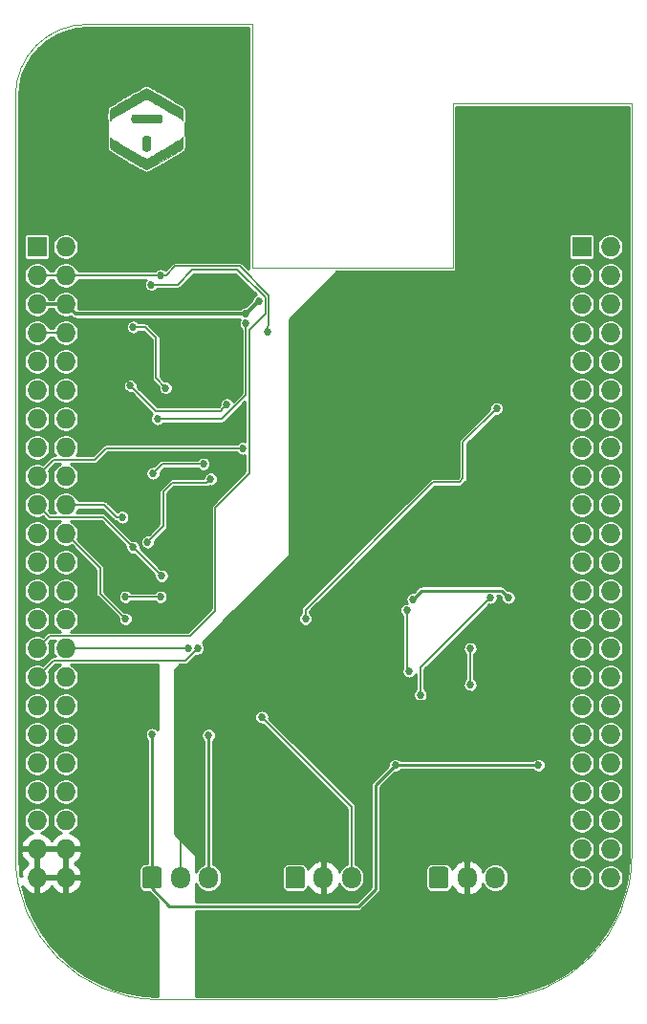
<source format=gbr>
G04 #@! TF.GenerationSoftware,KiCad,Pcbnew,5.1.5-52549c5~86~ubuntu18.04.1*
G04 #@! TF.CreationDate,2020-06-06T12:27:41+01:00*
G04 #@! TF.ProjectId,holobone,686f6c6f-626f-46e6-952e-6b696361645f,rev?*
G04 #@! TF.SameCoordinates,Original*
G04 #@! TF.FileFunction,Copper,L2,Bot*
G04 #@! TF.FilePolarity,Positive*
%FSLAX46Y46*%
G04 Gerber Fmt 4.6, Leading zero omitted, Abs format (unit mm)*
G04 Created by KiCad (PCBNEW 5.1.5-52549c5~86~ubuntu18.04.1) date 2020-06-06 12:27:41*
%MOMM*%
%LPD*%
G04 APERTURE LIST*
G04 #@! TA.AperFunction,Profile*
%ADD10C,0.002540*%
G04 #@! TD*
G04 #@! TA.AperFunction,EtchedComponent*
%ADD11C,0.010000*%
G04 #@! TD*
G04 #@! TA.AperFunction,ComponentPad*
%ADD12R,1.727200X1.727200*%
G04 #@! TD*
G04 #@! TA.AperFunction,ComponentPad*
%ADD13O,1.727200X1.727200*%
G04 #@! TD*
G04 #@! TA.AperFunction,ComponentPad*
%ADD14O,1.700000X1.950000*%
G04 #@! TD*
G04 #@! TA.AperFunction,ComponentPad*
%ADD15C,0.150000*%
G04 #@! TD*
G04 #@! TA.AperFunction,ViaPad*
%ADD16C,0.685800*%
G04 #@! TD*
G04 #@! TA.AperFunction,Conductor*
%ADD17C,0.152400*%
G04 #@! TD*
G04 #@! TA.AperFunction,Conductor*
%ADD18C,0.300387*%
G04 #@! TD*
G04 #@! TA.AperFunction,Conductor*
%ADD19C,0.250000*%
G04 #@! TD*
G04 #@! TA.AperFunction,Conductor*
%ADD20C,0.254000*%
G04 #@! TD*
G04 APERTURE END LIST*
D10*
X114465100Y-116357400D02*
G75*
G03X127165100Y-129057400I12700000J0D01*
G01*
X156375100Y-129057400D02*
G75*
G03X169075100Y-116357400I0J12700000D01*
G01*
X120815100Y-42697400D02*
G75*
G03X114465100Y-49047400I0J-6350000D01*
G01*
X135420100Y-42697400D02*
X120815100Y-42697400D01*
X135420100Y-64287400D02*
X135420100Y-42697400D01*
X153200100Y-64287400D02*
X135420100Y-64287400D01*
X153200100Y-49682400D02*
X153200100Y-64287400D01*
X169075100Y-49682400D02*
X153200100Y-49682400D01*
X169075100Y-116357400D02*
X169075100Y-49682400D01*
X127165100Y-129057400D02*
X156375100Y-129057400D01*
X114465100Y-49047400D02*
X114465100Y-116357400D01*
D11*
G04 #@! TO.C,G\002A\002A\002A*
G36*
X126424267Y-53248861D02*
G01*
X126423609Y-53074027D01*
X126421013Y-52936508D01*
X126415548Y-52831299D01*
X126406282Y-52753392D01*
X126392283Y-52697782D01*
X126372618Y-52659464D01*
X126346357Y-52633429D01*
X126312568Y-52614674D01*
X126305666Y-52611706D01*
X126236087Y-52594238D01*
X126140219Y-52584722D01*
X126033351Y-52583141D01*
X125930770Y-52589476D01*
X125847765Y-52603708D01*
X125821799Y-52612292D01*
X125787260Y-52630615D01*
X125760175Y-52656625D01*
X125739661Y-52695224D01*
X125724834Y-52751312D01*
X125714810Y-52829790D01*
X125708707Y-52935557D01*
X125705639Y-53073516D01*
X125704725Y-53248565D01*
X125704719Y-53261578D01*
X125704981Y-53413716D01*
X125706136Y-53529097D01*
X125708606Y-53613292D01*
X125712810Y-53671874D01*
X125719168Y-53710416D01*
X125728100Y-53734491D01*
X125740028Y-53749670D01*
X125741642Y-53751124D01*
X125807800Y-53797806D01*
X125891431Y-53841729D01*
X125976932Y-53875958D01*
X126048703Y-53893561D01*
X126064434Y-53894566D01*
X126126217Y-53884499D01*
X126202112Y-53858782D01*
X126244519Y-53839072D01*
X126301318Y-53809671D01*
X126344736Y-53784867D01*
X126376561Y-53758786D01*
X126398582Y-53725552D01*
X126412590Y-53679290D01*
X126420374Y-53614126D01*
X126423721Y-53524183D01*
X126424423Y-53403588D01*
X126424267Y-53248861D01*
G37*
X126424267Y-53248861D02*
X126423609Y-53074027D01*
X126421013Y-52936508D01*
X126415548Y-52831299D01*
X126406282Y-52753392D01*
X126392283Y-52697782D01*
X126372618Y-52659464D01*
X126346357Y-52633429D01*
X126312568Y-52614674D01*
X126305666Y-52611706D01*
X126236087Y-52594238D01*
X126140219Y-52584722D01*
X126033351Y-52583141D01*
X125930770Y-52589476D01*
X125847765Y-52603708D01*
X125821799Y-52612292D01*
X125787260Y-52630615D01*
X125760175Y-52656625D01*
X125739661Y-52695224D01*
X125724834Y-52751312D01*
X125714810Y-52829790D01*
X125708707Y-52935557D01*
X125705639Y-53073516D01*
X125704725Y-53248565D01*
X125704719Y-53261578D01*
X125704981Y-53413716D01*
X125706136Y-53529097D01*
X125708606Y-53613292D01*
X125712810Y-53671874D01*
X125719168Y-53710416D01*
X125728100Y-53734491D01*
X125740028Y-53749670D01*
X125741642Y-53751124D01*
X125807800Y-53797806D01*
X125891431Y-53841729D01*
X125976932Y-53875958D01*
X126048703Y-53893561D01*
X126064434Y-53894566D01*
X126126217Y-53884499D01*
X126202112Y-53858782D01*
X126244519Y-53839072D01*
X126301318Y-53809671D01*
X126344736Y-53784867D01*
X126376561Y-53758786D01*
X126398582Y-53725552D01*
X126412590Y-53679290D01*
X126420374Y-53614126D01*
X126423721Y-53524183D01*
X126424423Y-53403588D01*
X126424267Y-53248861D01*
G36*
X127386755Y-50921456D02*
G01*
X127383916Y-50849621D01*
X127377254Y-50801980D01*
X127365191Y-50769467D01*
X127346147Y-50743014D01*
X127336036Y-50731902D01*
X127284721Y-50677233D01*
X124844146Y-50677233D01*
X124793542Y-50731099D01*
X124769684Y-50760627D01*
X124754324Y-50794625D01*
X124745288Y-50843280D01*
X124740404Y-50916781D01*
X124738249Y-50990391D01*
X124737349Y-51083904D01*
X124738814Y-51164942D01*
X124742325Y-51221749D01*
X124744943Y-51238150D01*
X124767560Y-51284739D01*
X124800237Y-51328108D01*
X124844146Y-51375733D01*
X127284721Y-51375733D01*
X127336036Y-51321135D01*
X127358372Y-51294587D01*
X127373085Y-51265662D01*
X127381755Y-51225296D01*
X127385959Y-51164425D01*
X127387278Y-51073985D01*
X127387350Y-51026553D01*
X127386755Y-50921456D01*
G37*
X127386755Y-50921456D02*
X127383916Y-50849621D01*
X127377254Y-50801980D01*
X127365191Y-50769467D01*
X127346147Y-50743014D01*
X127336036Y-50731902D01*
X127284721Y-50677233D01*
X124844146Y-50677233D01*
X124793542Y-50731099D01*
X124769684Y-50760627D01*
X124754324Y-50794625D01*
X124745288Y-50843280D01*
X124740404Y-50916781D01*
X124738249Y-50990391D01*
X124737349Y-51083904D01*
X124738814Y-51164942D01*
X124742325Y-51221749D01*
X124744943Y-51238150D01*
X124767560Y-51284739D01*
X124800237Y-51328108D01*
X124844146Y-51375733D01*
X127284721Y-51375733D01*
X127336036Y-51321135D01*
X127358372Y-51294587D01*
X127373085Y-51265662D01*
X127381755Y-51225296D01*
X127385959Y-51164425D01*
X127387278Y-51073985D01*
X127387350Y-51026553D01*
X127386755Y-50921456D01*
G36*
X129280914Y-50804233D02*
G01*
X129279936Y-50667173D01*
X129277302Y-50539448D01*
X129273309Y-50429013D01*
X129268257Y-50343823D01*
X129262442Y-50291832D01*
X129261535Y-50287443D01*
X129229072Y-50210690D01*
X129174908Y-50139699D01*
X129172082Y-50136936D01*
X129143007Y-50115859D01*
X129080173Y-50075405D01*
X128986506Y-50017321D01*
X128864934Y-49943357D01*
X128718382Y-49855262D01*
X128549776Y-49754783D01*
X128362044Y-49643669D01*
X128158111Y-49523669D01*
X127940904Y-49396532D01*
X127713349Y-49264006D01*
X127636996Y-49219685D01*
X127370616Y-49065235D01*
X127138287Y-48930704D01*
X126937468Y-48814719D01*
X126765620Y-48715908D01*
X126620204Y-48632900D01*
X126498679Y-48564322D01*
X126398507Y-48508801D01*
X126317147Y-48464967D01*
X126252060Y-48431447D01*
X126200707Y-48406868D01*
X126160547Y-48389859D01*
X126129042Y-48379048D01*
X126103651Y-48373062D01*
X126081835Y-48370529D01*
X126064434Y-48370067D01*
X126043658Y-48370760D01*
X126021438Y-48373756D01*
X125995234Y-48380426D01*
X125962508Y-48392142D01*
X125920718Y-48410277D01*
X125867326Y-48436202D01*
X125799791Y-48471290D01*
X125715575Y-48516912D01*
X125612138Y-48574441D01*
X125486940Y-48645250D01*
X125337441Y-48730709D01*
X125161101Y-48832191D01*
X124955383Y-48951068D01*
X124717744Y-49088712D01*
X124491872Y-49219685D01*
X124261561Y-49353597D01*
X124040639Y-49482694D01*
X123832032Y-49605226D01*
X123638667Y-49719445D01*
X123463469Y-49823603D01*
X123309365Y-49915951D01*
X123179282Y-49994740D01*
X123076145Y-50058221D01*
X123002882Y-50104647D01*
X122962418Y-50132269D01*
X122956786Y-50136936D01*
X122901981Y-50207013D01*
X122868148Y-50284078D01*
X122867332Y-50287443D01*
X122861396Y-50334165D01*
X122856267Y-50415118D01*
X122852244Y-50522204D01*
X122849625Y-50647323D01*
X122848706Y-50782377D01*
X122848716Y-50793650D01*
X122849084Y-50936919D01*
X122850033Y-51042593D01*
X122852028Y-51115409D01*
X122855535Y-51160105D01*
X122861019Y-51181419D01*
X122868947Y-51184088D01*
X122879784Y-51172851D01*
X122885252Y-51165216D01*
X122923396Y-51113619D01*
X122952934Y-51077394D01*
X122976036Y-51061173D01*
X123032498Y-51025850D01*
X123118952Y-50973381D01*
X123232031Y-50905721D01*
X123368370Y-50824826D01*
X123524601Y-50732650D01*
X123697358Y-50631148D01*
X123883275Y-50522276D01*
X124078986Y-50407989D01*
X124281123Y-50290242D01*
X124486320Y-50170990D01*
X124691210Y-50052187D01*
X124892428Y-49935790D01*
X125086606Y-49823753D01*
X125270378Y-49718032D01*
X125440377Y-49620581D01*
X125593238Y-49533356D01*
X125725593Y-49458312D01*
X125834076Y-49397403D01*
X125915320Y-49352586D01*
X125965959Y-49325814D01*
X125980452Y-49319156D01*
X126049169Y-49307000D01*
X126112590Y-49309836D01*
X126141126Y-49322295D01*
X126203337Y-49354518D01*
X126296360Y-49404890D01*
X126417332Y-49471797D01*
X126563390Y-49553622D01*
X126731670Y-49648751D01*
X126919311Y-49755569D01*
X127123448Y-49872461D01*
X127341218Y-49997812D01*
X127569759Y-50130005D01*
X127683107Y-50195801D01*
X127954161Y-50353401D01*
X128190946Y-50491310D01*
X128395855Y-50611004D01*
X128571278Y-50713960D01*
X128719609Y-50801658D01*
X128843238Y-50875573D01*
X128944557Y-50937184D01*
X129025957Y-50987968D01*
X129089831Y-51029404D01*
X129138571Y-51062968D01*
X129174567Y-51090138D01*
X129200211Y-51112391D01*
X129217895Y-51131207D01*
X129230011Y-51148061D01*
X129233218Y-51153483D01*
X129281071Y-51238150D01*
X129280914Y-50804233D01*
G37*
X129280914Y-50804233D02*
X129279936Y-50667173D01*
X129277302Y-50539448D01*
X129273309Y-50429013D01*
X129268257Y-50343823D01*
X129262442Y-50291832D01*
X129261535Y-50287443D01*
X129229072Y-50210690D01*
X129174908Y-50139699D01*
X129172082Y-50136936D01*
X129143007Y-50115859D01*
X129080173Y-50075405D01*
X128986506Y-50017321D01*
X128864934Y-49943357D01*
X128718382Y-49855262D01*
X128549776Y-49754783D01*
X128362044Y-49643669D01*
X128158111Y-49523669D01*
X127940904Y-49396532D01*
X127713349Y-49264006D01*
X127636996Y-49219685D01*
X127370616Y-49065235D01*
X127138287Y-48930704D01*
X126937468Y-48814719D01*
X126765620Y-48715908D01*
X126620204Y-48632900D01*
X126498679Y-48564322D01*
X126398507Y-48508801D01*
X126317147Y-48464967D01*
X126252060Y-48431447D01*
X126200707Y-48406868D01*
X126160547Y-48389859D01*
X126129042Y-48379048D01*
X126103651Y-48373062D01*
X126081835Y-48370529D01*
X126064434Y-48370067D01*
X126043658Y-48370760D01*
X126021438Y-48373756D01*
X125995234Y-48380426D01*
X125962508Y-48392142D01*
X125920718Y-48410277D01*
X125867326Y-48436202D01*
X125799791Y-48471290D01*
X125715575Y-48516912D01*
X125612138Y-48574441D01*
X125486940Y-48645250D01*
X125337441Y-48730709D01*
X125161101Y-48832191D01*
X124955383Y-48951068D01*
X124717744Y-49088712D01*
X124491872Y-49219685D01*
X124261561Y-49353597D01*
X124040639Y-49482694D01*
X123832032Y-49605226D01*
X123638667Y-49719445D01*
X123463469Y-49823603D01*
X123309365Y-49915951D01*
X123179282Y-49994740D01*
X123076145Y-50058221D01*
X123002882Y-50104647D01*
X122962418Y-50132269D01*
X122956786Y-50136936D01*
X122901981Y-50207013D01*
X122868148Y-50284078D01*
X122867332Y-50287443D01*
X122861396Y-50334165D01*
X122856267Y-50415118D01*
X122852244Y-50522204D01*
X122849625Y-50647323D01*
X122848706Y-50782377D01*
X122848716Y-50793650D01*
X122849084Y-50936919D01*
X122850033Y-51042593D01*
X122852028Y-51115409D01*
X122855535Y-51160105D01*
X122861019Y-51181419D01*
X122868947Y-51184088D01*
X122879784Y-51172851D01*
X122885252Y-51165216D01*
X122923396Y-51113619D01*
X122952934Y-51077394D01*
X122976036Y-51061173D01*
X123032498Y-51025850D01*
X123118952Y-50973381D01*
X123232031Y-50905721D01*
X123368370Y-50824826D01*
X123524601Y-50732650D01*
X123697358Y-50631148D01*
X123883275Y-50522276D01*
X124078986Y-50407989D01*
X124281123Y-50290242D01*
X124486320Y-50170990D01*
X124691210Y-50052187D01*
X124892428Y-49935790D01*
X125086606Y-49823753D01*
X125270378Y-49718032D01*
X125440377Y-49620581D01*
X125593238Y-49533356D01*
X125725593Y-49458312D01*
X125834076Y-49397403D01*
X125915320Y-49352586D01*
X125965959Y-49325814D01*
X125980452Y-49319156D01*
X126049169Y-49307000D01*
X126112590Y-49309836D01*
X126141126Y-49322295D01*
X126203337Y-49354518D01*
X126296360Y-49404890D01*
X126417332Y-49471797D01*
X126563390Y-49553622D01*
X126731670Y-49648751D01*
X126919311Y-49755569D01*
X127123448Y-49872461D01*
X127341218Y-49997812D01*
X127569759Y-50130005D01*
X127683107Y-50195801D01*
X127954161Y-50353401D01*
X128190946Y-50491310D01*
X128395855Y-50611004D01*
X128571278Y-50713960D01*
X128719609Y-50801658D01*
X128843238Y-50875573D01*
X128944557Y-50937184D01*
X129025957Y-50987968D01*
X129089831Y-51029404D01*
X129138571Y-51062968D01*
X129174567Y-51090138D01*
X129200211Y-51112391D01*
X129217895Y-51131207D01*
X129230011Y-51148061D01*
X129233218Y-51153483D01*
X129281071Y-51238150D01*
X129280914Y-50804233D01*
G36*
X129212976Y-52752095D02*
G01*
X129195700Y-52771075D01*
X129169367Y-52794172D01*
X129131645Y-52822813D01*
X129080204Y-52858422D01*
X129012714Y-52902422D01*
X128926843Y-52956240D01*
X128820261Y-53021298D01*
X128690637Y-53099023D01*
X128535641Y-53190838D01*
X128352943Y-53298167D01*
X128140210Y-53422437D01*
X127895114Y-53565070D01*
X127651959Y-53706241D01*
X127381570Y-53863012D01*
X127145265Y-53999784D01*
X126940571Y-54117905D01*
X126765015Y-54218724D01*
X126616124Y-54303587D01*
X126491426Y-54373844D01*
X126388448Y-54430842D01*
X126304716Y-54475931D01*
X126237758Y-54510458D01*
X126185102Y-54535771D01*
X126144273Y-54553219D01*
X126112800Y-54564149D01*
X126088209Y-54569911D01*
X126068029Y-54571851D01*
X126064201Y-54571900D01*
X126044550Y-54570573D01*
X126020989Y-54565690D01*
X125991036Y-54555899D01*
X125952206Y-54539848D01*
X125902016Y-54516183D01*
X125837983Y-54483551D01*
X125757624Y-54440601D01*
X125658454Y-54385980D01*
X125537991Y-54318335D01*
X125393752Y-54236313D01*
X125223252Y-54138562D01*
X125024008Y-54023729D01*
X124793537Y-53890462D01*
X124529356Y-53737408D01*
X124487259Y-53713002D01*
X124211442Y-53552935D01*
X123969958Y-53412388D01*
X123760402Y-53289844D01*
X123580368Y-53183788D01*
X123427452Y-53092705D01*
X123299248Y-53015079D01*
X123193353Y-52949394D01*
X123107361Y-52894135D01*
X123038866Y-52847786D01*
X122985465Y-52808832D01*
X122944752Y-52775757D01*
X122914322Y-52747045D01*
X122891770Y-52721182D01*
X122874804Y-52696830D01*
X122866138Y-52690854D01*
X122859641Y-52707138D01*
X122855070Y-52749618D01*
X122852182Y-52822226D01*
X122850733Y-52928898D01*
X122850481Y-53073566D01*
X122850512Y-53090233D01*
X122851605Y-53226342D01*
X122854116Y-53352216D01*
X122857772Y-53460146D01*
X122862301Y-53542422D01*
X122867433Y-53591337D01*
X122868311Y-53595634D01*
X122892540Y-53663152D01*
X122924918Y-53720332D01*
X122949289Y-53739329D01*
X123007668Y-53777889D01*
X123097399Y-53834413D01*
X123215826Y-53907299D01*
X123360293Y-53994949D01*
X123528145Y-54095762D01*
X123716726Y-54208137D01*
X123923379Y-54330475D01*
X124145449Y-54461176D01*
X124380280Y-54598638D01*
X124456333Y-54643004D01*
X124724660Y-54799376D01*
X124958944Y-54935779D01*
X125161709Y-55053577D01*
X125335476Y-55154133D01*
X125482767Y-55238812D01*
X125606107Y-55308976D01*
X125708017Y-55365991D01*
X125791019Y-55411219D01*
X125857637Y-55446025D01*
X125910393Y-55471772D01*
X125951809Y-55489825D01*
X125984408Y-55501546D01*
X126010713Y-55508300D01*
X126033246Y-55511451D01*
X126054530Y-55512362D01*
X126064434Y-55512404D01*
X126086075Y-55512026D01*
X126107855Y-55510001D01*
X126132308Y-55504962D01*
X126161968Y-55495542D01*
X126199368Y-55480373D01*
X126247044Y-55458088D01*
X126307529Y-55427321D01*
X126383356Y-55386702D01*
X126477060Y-55334866D01*
X126591176Y-55270444D01*
X126728235Y-55192069D01*
X126890774Y-55098374D01*
X127081326Y-54987992D01*
X127302424Y-54859555D01*
X127556603Y-54711696D01*
X127662517Y-54650059D01*
X127893342Y-54515418D01*
X128114284Y-54385945D01*
X128322497Y-54263343D01*
X128515139Y-54149314D01*
X128689365Y-54045559D01*
X128842331Y-53953782D01*
X128971193Y-53875685D01*
X129073108Y-53812969D01*
X129145231Y-53767338D01*
X129184719Y-53740492D01*
X129190824Y-53735301D01*
X129219656Y-53696827D01*
X129241855Y-53650544D01*
X129258230Y-53590744D01*
X129269589Y-53511721D01*
X129276739Y-53407770D01*
X129280488Y-53273183D01*
X129281645Y-53102255D01*
X129281649Y-53093879D01*
X129281767Y-52663609D01*
X129212976Y-52752095D01*
G37*
X129212976Y-52752095D02*
X129195700Y-52771075D01*
X129169367Y-52794172D01*
X129131645Y-52822813D01*
X129080204Y-52858422D01*
X129012714Y-52902422D01*
X128926843Y-52956240D01*
X128820261Y-53021298D01*
X128690637Y-53099023D01*
X128535641Y-53190838D01*
X128352943Y-53298167D01*
X128140210Y-53422437D01*
X127895114Y-53565070D01*
X127651959Y-53706241D01*
X127381570Y-53863012D01*
X127145265Y-53999784D01*
X126940571Y-54117905D01*
X126765015Y-54218724D01*
X126616124Y-54303587D01*
X126491426Y-54373844D01*
X126388448Y-54430842D01*
X126304716Y-54475931D01*
X126237758Y-54510458D01*
X126185102Y-54535771D01*
X126144273Y-54553219D01*
X126112800Y-54564149D01*
X126088209Y-54569911D01*
X126068029Y-54571851D01*
X126064201Y-54571900D01*
X126044550Y-54570573D01*
X126020989Y-54565690D01*
X125991036Y-54555899D01*
X125952206Y-54539848D01*
X125902016Y-54516183D01*
X125837983Y-54483551D01*
X125757624Y-54440601D01*
X125658454Y-54385980D01*
X125537991Y-54318335D01*
X125393752Y-54236313D01*
X125223252Y-54138562D01*
X125024008Y-54023729D01*
X124793537Y-53890462D01*
X124529356Y-53737408D01*
X124487259Y-53713002D01*
X124211442Y-53552935D01*
X123969958Y-53412388D01*
X123760402Y-53289844D01*
X123580368Y-53183788D01*
X123427452Y-53092705D01*
X123299248Y-53015079D01*
X123193353Y-52949394D01*
X123107361Y-52894135D01*
X123038866Y-52847786D01*
X122985465Y-52808832D01*
X122944752Y-52775757D01*
X122914322Y-52747045D01*
X122891770Y-52721182D01*
X122874804Y-52696830D01*
X122866138Y-52690854D01*
X122859641Y-52707138D01*
X122855070Y-52749618D01*
X122852182Y-52822226D01*
X122850733Y-52928898D01*
X122850481Y-53073566D01*
X122850512Y-53090233D01*
X122851605Y-53226342D01*
X122854116Y-53352216D01*
X122857772Y-53460146D01*
X122862301Y-53542422D01*
X122867433Y-53591337D01*
X122868311Y-53595634D01*
X122892540Y-53663152D01*
X122924918Y-53720332D01*
X122949289Y-53739329D01*
X123007668Y-53777889D01*
X123097399Y-53834413D01*
X123215826Y-53907299D01*
X123360293Y-53994949D01*
X123528145Y-54095762D01*
X123716726Y-54208137D01*
X123923379Y-54330475D01*
X124145449Y-54461176D01*
X124380280Y-54598638D01*
X124456333Y-54643004D01*
X124724660Y-54799376D01*
X124958944Y-54935779D01*
X125161709Y-55053577D01*
X125335476Y-55154133D01*
X125482767Y-55238812D01*
X125606107Y-55308976D01*
X125708017Y-55365991D01*
X125791019Y-55411219D01*
X125857637Y-55446025D01*
X125910393Y-55471772D01*
X125951809Y-55489825D01*
X125984408Y-55501546D01*
X126010713Y-55508300D01*
X126033246Y-55511451D01*
X126054530Y-55512362D01*
X126064434Y-55512404D01*
X126086075Y-55512026D01*
X126107855Y-55510001D01*
X126132308Y-55504962D01*
X126161968Y-55495542D01*
X126199368Y-55480373D01*
X126247044Y-55458088D01*
X126307529Y-55427321D01*
X126383356Y-55386702D01*
X126477060Y-55334866D01*
X126591176Y-55270444D01*
X126728235Y-55192069D01*
X126890774Y-55098374D01*
X127081326Y-54987992D01*
X127302424Y-54859555D01*
X127556603Y-54711696D01*
X127662517Y-54650059D01*
X127893342Y-54515418D01*
X128114284Y-54385945D01*
X128322497Y-54263343D01*
X128515139Y-54149314D01*
X128689365Y-54045559D01*
X128842331Y-53953782D01*
X128971193Y-53875685D01*
X129073108Y-53812969D01*
X129145231Y-53767338D01*
X129184719Y-53740492D01*
X129190824Y-53735301D01*
X129219656Y-53696827D01*
X129241855Y-53650544D01*
X129258230Y-53590744D01*
X129269589Y-53511721D01*
X129276739Y-53407770D01*
X129280488Y-53273183D01*
X129281645Y-53102255D01*
X129281649Y-53093879D01*
X129281767Y-52663609D01*
X129212976Y-52752095D01*
G04 #@! TD*
D12*
G04 #@! TO.P,P2,1*
G04 #@! TO.N,Net-(P2-Pad1)*
X164630100Y-62382400D03*
D13*
G04 #@! TO.P,P2,2*
G04 #@! TO.N,Net-(P2-Pad2)*
X167170100Y-62382400D03*
G04 #@! TO.P,P2,3*
G04 #@! TO.N,Net-(P2-Pad3)*
X164630100Y-64922400D03*
G04 #@! TO.P,P2,4*
G04 #@! TO.N,Net-(P2-Pad4)*
X167170100Y-64922400D03*
G04 #@! TO.P,P2,5*
G04 #@! TO.N,Net-(P2-Pad5)*
X164630100Y-67462400D03*
G04 #@! TO.P,P2,6*
G04 #@! TO.N,Net-(P2-Pad6)*
X167170100Y-67462400D03*
G04 #@! TO.P,P2,7*
G04 #@! TO.N,Net-(P2-Pad7)*
X164630100Y-70002400D03*
G04 #@! TO.P,P2,8*
G04 #@! TO.N,Net-(P2-Pad8)*
X167170100Y-70002400D03*
G04 #@! TO.P,P2,9*
G04 #@! TO.N,Net-(P2-Pad9)*
X164630100Y-72542400D03*
G04 #@! TO.P,P2,10*
G04 #@! TO.N,Net-(P2-Pad10)*
X167170100Y-72542400D03*
G04 #@! TO.P,P2,11*
G04 #@! TO.N,Net-(P2-Pad11)*
X164630100Y-75082400D03*
G04 #@! TO.P,P2,12*
G04 #@! TO.N,Net-(P2-Pad12)*
X167170100Y-75082400D03*
G04 #@! TO.P,P2,13*
G04 #@! TO.N,Net-(P2-Pad13)*
X164630100Y-77622400D03*
G04 #@! TO.P,P2,14*
G04 #@! TO.N,Net-(P2-Pad14)*
X167170100Y-77622400D03*
G04 #@! TO.P,P2,15*
G04 #@! TO.N,Net-(P2-Pad15)*
X164630100Y-80162400D03*
G04 #@! TO.P,P2,16*
G04 #@! TO.N,Net-(P2-Pad16)*
X167170100Y-80162400D03*
G04 #@! TO.P,P2,17*
G04 #@! TO.N,Net-(P2-Pad17)*
X164630100Y-82702400D03*
G04 #@! TO.P,P2,18*
G04 #@! TO.N,Net-(P2-Pad18)*
X167170100Y-82702400D03*
G04 #@! TO.P,P2,19*
G04 #@! TO.N,Net-(P2-Pad19)*
X164630100Y-85242400D03*
G04 #@! TO.P,P2,20*
G04 #@! TO.N,Net-(P2-Pad20)*
X167170100Y-85242400D03*
G04 #@! TO.P,P2,21*
G04 #@! TO.N,Net-(P2-Pad21)*
X164630100Y-87782400D03*
G04 #@! TO.P,P2,22*
G04 #@! TO.N,Net-(P2-Pad22)*
X167170100Y-87782400D03*
G04 #@! TO.P,P2,23*
G04 #@! TO.N,Net-(P2-Pad23)*
X164630100Y-90322400D03*
G04 #@! TO.P,P2,24*
G04 #@! TO.N,Net-(P2-Pad24)*
X167170100Y-90322400D03*
G04 #@! TO.P,P2,25*
G04 #@! TO.N,Net-(P2-Pad25)*
X164630100Y-92862400D03*
G04 #@! TO.P,P2,26*
G04 #@! TO.N,Net-(P2-Pad26)*
X167170100Y-92862400D03*
G04 #@! TO.P,P2,27*
G04 #@! TO.N,Net-(P2-Pad27)*
X164630100Y-95402400D03*
G04 #@! TO.P,P2,28*
G04 #@! TO.N,Net-(P2-Pad28)*
X167170100Y-95402400D03*
G04 #@! TO.P,P2,29*
G04 #@! TO.N,Net-(P2-Pad29)*
X164630100Y-97942400D03*
G04 #@! TO.P,P2,30*
G04 #@! TO.N,Net-(P2-Pad30)*
X167170100Y-97942400D03*
G04 #@! TO.P,P2,31*
G04 #@! TO.N,Net-(P2-Pad31)*
X164630100Y-100482400D03*
G04 #@! TO.P,P2,32*
G04 #@! TO.N,Net-(P2-Pad32)*
X167170100Y-100482400D03*
G04 #@! TO.P,P2,33*
G04 #@! TO.N,Net-(P2-Pad33)*
X164630100Y-103022400D03*
G04 #@! TO.P,P2,34*
G04 #@! TO.N,Net-(P2-Pad34)*
X167170100Y-103022400D03*
G04 #@! TO.P,P2,35*
G04 #@! TO.N,Net-(P2-Pad35)*
X164630100Y-105562400D03*
G04 #@! TO.P,P2,36*
G04 #@! TO.N,Net-(P2-Pad36)*
X167170100Y-105562400D03*
G04 #@! TO.P,P2,37*
G04 #@! TO.N,Net-(P2-Pad37)*
X164630100Y-108102400D03*
G04 #@! TO.P,P2,38*
G04 #@! TO.N,Net-(P2-Pad38)*
X167170100Y-108102400D03*
G04 #@! TO.P,P2,39*
G04 #@! TO.N,Net-(P2-Pad39)*
X164630100Y-110642400D03*
G04 #@! TO.P,P2,40*
G04 #@! TO.N,Net-(P2-Pad40)*
X167170100Y-110642400D03*
G04 #@! TO.P,P2,41*
G04 #@! TO.N,Net-(P2-Pad41)*
X164630100Y-113182400D03*
G04 #@! TO.P,P2,42*
G04 #@! TO.N,Net-(P2-Pad42)*
X167170100Y-113182400D03*
G04 #@! TO.P,P2,43*
G04 #@! TO.N,Net-(P2-Pad43)*
X164630100Y-115722400D03*
G04 #@! TO.P,P2,44*
G04 #@! TO.N,Net-(P2-Pad44)*
X167170100Y-115722400D03*
G04 #@! TO.P,P2,45*
G04 #@! TO.N,AUX0*
X164630100Y-118262400D03*
G04 #@! TO.P,P2,46*
G04 #@! TO.N,AUX1*
X167170100Y-118262400D03*
G04 #@! TD*
D14*
G04 #@! TO.P,DRIVE B,3*
G04 #@! TO.N,Net-(J4-Pad3)*
X156970100Y-118262400D03*
G04 #@! TO.P,DRIVE B,2*
G04 #@! TO.N,GND*
X154470100Y-118262400D03*
G04 #@! TA.AperFunction,ComponentPad*
D15*
G04 #@! TO.P,DRIVE B,1*
G04 #@! TO.N,Net-(J4-Pad1)*
G36*
X152594604Y-117288604D02*
G01*
X152618873Y-117292204D01*
X152642671Y-117298165D01*
X152665771Y-117306430D01*
X152687949Y-117316920D01*
X152708993Y-117329533D01*
X152728698Y-117344147D01*
X152746877Y-117360623D01*
X152763353Y-117378802D01*
X152777967Y-117398507D01*
X152790580Y-117419551D01*
X152801070Y-117441729D01*
X152809335Y-117464829D01*
X152815296Y-117488627D01*
X152818896Y-117512896D01*
X152820100Y-117537400D01*
X152820100Y-118987400D01*
X152818896Y-119011904D01*
X152815296Y-119036173D01*
X152809335Y-119059971D01*
X152801070Y-119083071D01*
X152790580Y-119105249D01*
X152777967Y-119126293D01*
X152763353Y-119145998D01*
X152746877Y-119164177D01*
X152728698Y-119180653D01*
X152708993Y-119195267D01*
X152687949Y-119207880D01*
X152665771Y-119218370D01*
X152642671Y-119226635D01*
X152618873Y-119232596D01*
X152594604Y-119236196D01*
X152570100Y-119237400D01*
X151370100Y-119237400D01*
X151345596Y-119236196D01*
X151321327Y-119232596D01*
X151297529Y-119226635D01*
X151274429Y-119218370D01*
X151252251Y-119207880D01*
X151231207Y-119195267D01*
X151211502Y-119180653D01*
X151193323Y-119164177D01*
X151176847Y-119145998D01*
X151162233Y-119126293D01*
X151149620Y-119105249D01*
X151139130Y-119083071D01*
X151130865Y-119059971D01*
X151124904Y-119036173D01*
X151121304Y-119011904D01*
X151120100Y-118987400D01*
X151120100Y-117537400D01*
X151121304Y-117512896D01*
X151124904Y-117488627D01*
X151130865Y-117464829D01*
X151139130Y-117441729D01*
X151149620Y-117419551D01*
X151162233Y-117398507D01*
X151176847Y-117378802D01*
X151193323Y-117360623D01*
X151211502Y-117344147D01*
X151231207Y-117329533D01*
X151252251Y-117316920D01*
X151274429Y-117306430D01*
X151297529Y-117298165D01*
X151321327Y-117292204D01*
X151345596Y-117288604D01*
X151370100Y-117287400D01*
X152570100Y-117287400D01*
X152594604Y-117288604D01*
G37*
G04 #@! TD.AperFunction*
G04 #@! TD*
D14*
G04 #@! TO.P,DRIVE A,3*
G04 #@! TO.N,Net-(J3-Pad3)*
X144230100Y-118262400D03*
G04 #@! TO.P,DRIVE A,2*
G04 #@! TO.N,GND*
X141730100Y-118262400D03*
G04 #@! TA.AperFunction,ComponentPad*
D15*
G04 #@! TO.P,DRIVE A,1*
G04 #@! TO.N,Net-(J3-Pad1)*
G36*
X139854604Y-117288604D02*
G01*
X139878873Y-117292204D01*
X139902671Y-117298165D01*
X139925771Y-117306430D01*
X139947949Y-117316920D01*
X139968993Y-117329533D01*
X139988698Y-117344147D01*
X140006877Y-117360623D01*
X140023353Y-117378802D01*
X140037967Y-117398507D01*
X140050580Y-117419551D01*
X140061070Y-117441729D01*
X140069335Y-117464829D01*
X140075296Y-117488627D01*
X140078896Y-117512896D01*
X140080100Y-117537400D01*
X140080100Y-118987400D01*
X140078896Y-119011904D01*
X140075296Y-119036173D01*
X140069335Y-119059971D01*
X140061070Y-119083071D01*
X140050580Y-119105249D01*
X140037967Y-119126293D01*
X140023353Y-119145998D01*
X140006877Y-119164177D01*
X139988698Y-119180653D01*
X139968993Y-119195267D01*
X139947949Y-119207880D01*
X139925771Y-119218370D01*
X139902671Y-119226635D01*
X139878873Y-119232596D01*
X139854604Y-119236196D01*
X139830100Y-119237400D01*
X138630100Y-119237400D01*
X138605596Y-119236196D01*
X138581327Y-119232596D01*
X138557529Y-119226635D01*
X138534429Y-119218370D01*
X138512251Y-119207880D01*
X138491207Y-119195267D01*
X138471502Y-119180653D01*
X138453323Y-119164177D01*
X138436847Y-119145998D01*
X138422233Y-119126293D01*
X138409620Y-119105249D01*
X138399130Y-119083071D01*
X138390865Y-119059971D01*
X138384904Y-119036173D01*
X138381304Y-119011904D01*
X138380100Y-118987400D01*
X138380100Y-117537400D01*
X138381304Y-117512896D01*
X138384904Y-117488627D01*
X138390865Y-117464829D01*
X138399130Y-117441729D01*
X138409620Y-117419551D01*
X138422233Y-117398507D01*
X138436847Y-117378802D01*
X138453323Y-117360623D01*
X138471502Y-117344147D01*
X138491207Y-117329533D01*
X138512251Y-117316920D01*
X138534429Y-117306430D01*
X138557529Y-117298165D01*
X138581327Y-117292204D01*
X138605596Y-117288604D01*
X138630100Y-117287400D01*
X139830100Y-117287400D01*
X139854604Y-117288604D01*
G37*
G04 #@! TD.AperFunction*
G04 #@! TD*
D14*
G04 #@! TO.P,INPUT,3*
G04 #@! TO.N,+15V*
X131570100Y-118262400D03*
G04 #@! TO.P,INPUT,2*
G04 #@! TO.N,GND*
X129070100Y-118262400D03*
G04 #@! TA.AperFunction,ComponentPad*
D15*
G04 #@! TO.P,INPUT,1*
G04 #@! TO.N,-15V*
G36*
X127194604Y-117288604D02*
G01*
X127218873Y-117292204D01*
X127242671Y-117298165D01*
X127265771Y-117306430D01*
X127287949Y-117316920D01*
X127308993Y-117329533D01*
X127328698Y-117344147D01*
X127346877Y-117360623D01*
X127363353Y-117378802D01*
X127377967Y-117398507D01*
X127390580Y-117419551D01*
X127401070Y-117441729D01*
X127409335Y-117464829D01*
X127415296Y-117488627D01*
X127418896Y-117512896D01*
X127420100Y-117537400D01*
X127420100Y-118987400D01*
X127418896Y-119011904D01*
X127415296Y-119036173D01*
X127409335Y-119059971D01*
X127401070Y-119083071D01*
X127390580Y-119105249D01*
X127377967Y-119126293D01*
X127363353Y-119145998D01*
X127346877Y-119164177D01*
X127328698Y-119180653D01*
X127308993Y-119195267D01*
X127287949Y-119207880D01*
X127265771Y-119218370D01*
X127242671Y-119226635D01*
X127218873Y-119232596D01*
X127194604Y-119236196D01*
X127170100Y-119237400D01*
X125970100Y-119237400D01*
X125945596Y-119236196D01*
X125921327Y-119232596D01*
X125897529Y-119226635D01*
X125874429Y-119218370D01*
X125852251Y-119207880D01*
X125831207Y-119195267D01*
X125811502Y-119180653D01*
X125793323Y-119164177D01*
X125776847Y-119145998D01*
X125762233Y-119126293D01*
X125749620Y-119105249D01*
X125739130Y-119083071D01*
X125730865Y-119059971D01*
X125724904Y-119036173D01*
X125721304Y-119011904D01*
X125720100Y-118987400D01*
X125720100Y-117537400D01*
X125721304Y-117512896D01*
X125724904Y-117488627D01*
X125730865Y-117464829D01*
X125739130Y-117441729D01*
X125749620Y-117419551D01*
X125762233Y-117398507D01*
X125776847Y-117378802D01*
X125793323Y-117360623D01*
X125811502Y-117344147D01*
X125831207Y-117329533D01*
X125852251Y-117316920D01*
X125874429Y-117306430D01*
X125897529Y-117298165D01*
X125921327Y-117292204D01*
X125945596Y-117288604D01*
X125970100Y-117287400D01*
X127170100Y-117287400D01*
X127194604Y-117288604D01*
G37*
G04 #@! TD.AperFunction*
G04 #@! TD*
D12*
G04 #@! TO.P,P1,1*
G04 #@! TO.N,Net-(P1-Pad1)*
X116370100Y-62382400D03*
D13*
G04 #@! TO.P,P1,2*
G04 #@! TO.N,Net-(P1-Pad2)*
X118910100Y-62382400D03*
G04 #@! TO.P,P1,3*
G04 #@! TO.N,+3V3*
X116370100Y-64922400D03*
G04 #@! TO.P,P1,4*
X118910100Y-64922400D03*
G04 #@! TO.P,P1,5*
G04 #@! TO.N,+5V*
X116370100Y-67462400D03*
G04 #@! TO.P,P1,6*
X118910100Y-67462400D03*
G04 #@! TO.P,P1,7*
G04 #@! TO.N,SYS_5V*
X116370100Y-70002400D03*
G04 #@! TO.P,P1,8*
X118910100Y-70002400D03*
G04 #@! TO.P,P1,9*
G04 #@! TO.N,PWR_BUT*
X116370100Y-72542400D03*
G04 #@! TO.P,P1,10*
G04 #@! TO.N,SYS_RESETN*
X118910100Y-72542400D03*
G04 #@! TO.P,P1,11*
G04 #@! TO.N,Net-(P1-Pad11)*
X116370100Y-75082400D03*
G04 #@! TO.P,P1,12*
G04 #@! TO.N,Net-(P1-Pad12)*
X118910100Y-75082400D03*
G04 #@! TO.P,P1,13*
G04 #@! TO.N,Net-(P1-Pad13)*
X116370100Y-77622400D03*
G04 #@! TO.P,P1,14*
G04 #@! TO.N,Net-(P1-Pad14)*
X118910100Y-77622400D03*
G04 #@! TO.P,P1,15*
G04 #@! TO.N,Net-(P1-Pad15)*
X116370100Y-80162400D03*
G04 #@! TO.P,P1,16*
G04 #@! TO.N,Net-(P1-Pad16)*
X118910100Y-80162400D03*
G04 #@! TO.P,P1,17*
G04 #@! TO.N,CS_DAC*
X116370100Y-82702400D03*
G04 #@! TO.P,P1,18*
G04 #@! TO.N,Net-(P1-Pad18)*
X118910100Y-82702400D03*
G04 #@! TO.P,P1,19*
G04 #@! TO.N,SCL*
X116370100Y-85242400D03*
G04 #@! TO.P,P1,20*
G04 #@! TO.N,SDA*
X118910100Y-85242400D03*
G04 #@! TO.P,P1,21*
G04 #@! TO.N,Net-(P1-Pad21)*
X116370100Y-87782400D03*
G04 #@! TO.P,P1,22*
G04 #@! TO.N,SCLK*
X118910100Y-87782400D03*
G04 #@! TO.P,P1,23*
G04 #@! TO.N,Net-(P1-Pad23)*
X116370100Y-90322400D03*
G04 #@! TO.P,P1,24*
G04 #@! TO.N,Net-(P1-Pad24)*
X118910100Y-90322400D03*
G04 #@! TO.P,P1,25*
G04 #@! TO.N,Net-(P1-Pad25)*
X116370100Y-92862400D03*
G04 #@! TO.P,P1,26*
G04 #@! TO.N,Net-(P1-Pad26)*
X118910100Y-92862400D03*
G04 #@! TO.P,P1,27*
G04 #@! TO.N,Net-(P1-Pad27)*
X116370100Y-95402400D03*
G04 #@! TO.P,P1,28*
G04 #@! TO.N,Net-(P1-Pad28)*
X118910100Y-95402400D03*
G04 #@! TO.P,P1,29*
G04 #@! TO.N,POWER_GOOD*
X116370100Y-97942400D03*
G04 #@! TO.P,P1,30*
G04 #@! TO.N,MOSI*
X118910100Y-97942400D03*
G04 #@! TO.P,P1,31*
G04 #@! TO.N,LDAC*
X116370100Y-100482400D03*
G04 #@! TO.P,P1,32*
G04 #@! TO.N,VDD_ADC*
X118910100Y-100482400D03*
G04 #@! TO.P,P1,33*
G04 #@! TO.N,Net-(P1-Pad33)*
X116370100Y-103022400D03*
G04 #@! TO.P,P1,34*
G04 #@! TO.N,GNDA_ADC*
X118910100Y-103022400D03*
G04 #@! TO.P,P1,35*
G04 #@! TO.N,Net-(P1-Pad35)*
X116370100Y-105562400D03*
G04 #@! TO.P,P1,36*
G04 #@! TO.N,Net-(P1-Pad36)*
X118910100Y-105562400D03*
G04 #@! TO.P,P1,37*
G04 #@! TO.N,Net-(P1-Pad37)*
X116370100Y-108102400D03*
G04 #@! TO.P,P1,38*
G04 #@! TO.N,Net-(P1-Pad38)*
X118910100Y-108102400D03*
G04 #@! TO.P,P1,39*
G04 #@! TO.N,Net-(P1-Pad39)*
X116370100Y-110642400D03*
G04 #@! TO.P,P1,40*
G04 #@! TO.N,Net-(P1-Pad40)*
X118910100Y-110642400D03*
G04 #@! TO.P,P1,41*
G04 #@! TO.N,Net-(P1-Pad41)*
X116370100Y-113182400D03*
G04 #@! TO.P,P1,42*
G04 #@! TO.N,Net-(P1-Pad42)*
X118910100Y-113182400D03*
G04 #@! TO.P,P1,43*
G04 #@! TO.N,GND*
X116370100Y-115722400D03*
G04 #@! TO.P,P1,44*
X118910100Y-115722400D03*
G04 #@! TO.P,P1,45*
X116370100Y-118262400D03*
G04 #@! TO.P,P1,46*
X118910100Y-118262400D03*
G04 #@! TD*
D16*
G04 #@! TO.N,+3V3*
X127317500Y-64922400D03*
X126171600Y-88534600D03*
X131762500Y-82943700D03*
X136809913Y-69951600D03*
G04 #@! TO.N,+5V*
X134886700Y-68324500D03*
X136037573Y-67175127D03*
G04 #@! TO.N,+15V*
X149688666Y-93592766D03*
X158127700Y-93446600D03*
X131570100Y-105627800D03*
G04 #@! TO.N,GND*
X153530300Y-82651600D03*
X157721300Y-67233800D03*
X157721300Y-71704200D03*
X141998700Y-99999800D03*
X148501100Y-99999800D03*
X154748100Y-102031800D03*
X159878900Y-102031800D03*
X148526500Y-95148400D03*
X129070100Y-102412800D03*
G04 #@! TO.N,-15V*
X148120100Y-108305600D03*
X126580900Y-105562400D03*
X160780610Y-108305600D03*
G04 #@! TO.N,Net-(C12-Pad2)*
X133197600Y-76352400D03*
X124650500Y-74701400D03*
G04 #@! TO.N,Net-(C14-Pad2)*
X124904500Y-69494400D03*
X127774700Y-74879200D03*
G04 #@! TO.N,Net-(J3-Pad3)*
X136283700Y-104038400D03*
G04 #@! TO.N,CS_DAC*
X134607300Y-80238600D03*
G04 #@! TO.N,SCL*
X124871600Y-88988778D03*
X127411722Y-91528900D03*
G04 #@! TO.N,SDA*
X127304800Y-93395800D03*
X124218700Y-93395800D03*
X123913900Y-86334600D03*
G04 #@! TO.N,SCLK*
X124218700Y-95351600D03*
G04 #@! TO.N,POWER_GOOD*
X126504700Y-65735200D03*
G04 #@! TO.N,MOSI*
X129755900Y-97942400D03*
G04 #@! TO.N,LDAC*
X130594103Y-97942400D03*
G04 #@! TO.N,Net-(R2-Pad2)*
X131102100Y-81622900D03*
X126657100Y-82448400D03*
G04 #@! TO.N,Net-(R8-Pad1)*
X157086300Y-76708000D03*
X140151319Y-95333019D03*
G04 #@! TO.N,Net-(R11-Pad1)*
X149137699Y-94574799D03*
X149338633Y-99966299D03*
G04 #@! TO.N,Net-(R11-Pad2)*
X150328500Y-102057200D03*
X156526100Y-93446600D03*
G04 #@! TO.N,Net-(R20-Pad2)*
X127038100Y-77622400D03*
X134886700Y-69189600D03*
G04 #@! TO.N,Net-(R13-Pad2)*
X154748100Y-97967800D03*
X154748100Y-101193597D03*
G04 #@! TD*
D17*
G04 #@! TO.N,+3V3*
X116370100Y-64922400D02*
X127317500Y-64922400D01*
X131419601Y-83286599D02*
X128358901Y-83286599D01*
X131762500Y-82943700D02*
X131419601Y-83286599D01*
X128358901Y-83286599D02*
X127571500Y-84074000D01*
X127571500Y-87134700D02*
X126171600Y-88534600D01*
X127571500Y-84074000D02*
X127571500Y-87134700D01*
X127802433Y-64922400D02*
X127317500Y-64922400D01*
X134327157Y-64109591D02*
X128615242Y-64109591D01*
X136809913Y-69951600D02*
X136809913Y-69466667D01*
X136809913Y-69466667D02*
X136913884Y-69362696D01*
X136913884Y-69362696D02*
X136913883Y-66696317D01*
X136913883Y-66696317D02*
X134327157Y-64109591D01*
X128615242Y-64109591D02*
X127802433Y-64922400D01*
G04 #@! TO.N,+5V*
X136036073Y-67175127D02*
X136037573Y-67175127D01*
D18*
X134888200Y-68324500D02*
X136037573Y-67175127D01*
X134886700Y-68324500D02*
X134888200Y-68324500D01*
X119772200Y-68324500D02*
X118910100Y-67462400D01*
X134886700Y-68324500D02*
X119772200Y-68324500D01*
X118910100Y-67462400D02*
X116370100Y-67462400D01*
D17*
G04 #@! TO.N,SYS_5V*
X118910100Y-70002400D02*
X116370100Y-70002400D01*
D19*
G04 #@! TO.N,+15V*
X149688666Y-93592766D02*
X150099533Y-93181899D01*
X157784801Y-93103701D02*
X158127700Y-93446600D01*
X157507399Y-92826299D02*
X157784801Y-93103701D01*
X150455133Y-92826299D02*
X157507399Y-92826299D01*
X150099533Y-93181899D02*
X150455133Y-92826299D01*
X131570100Y-105627800D02*
X131570100Y-118262400D01*
D17*
G04 #@! TO.N,GND*
X157721300Y-67233800D02*
X157721300Y-71704200D01*
X141998700Y-99999800D02*
X148501100Y-99999800D01*
X154748100Y-102031800D02*
X159878900Y-102031800D01*
X148501100Y-100484733D02*
X148501100Y-99999800D01*
X148501100Y-101075622D02*
X148501100Y-100484733D01*
X150054179Y-102628701D02*
X148501100Y-101075622D01*
X154151199Y-102628701D02*
X150054179Y-102628701D01*
X154748100Y-102031800D02*
X154151199Y-102628701D01*
X148526500Y-99974400D02*
X148501100Y-99999800D01*
X148526500Y-95148400D02*
X148526500Y-99974400D01*
X129070100Y-118262400D02*
X129070100Y-102412800D01*
X131483100Y-99999800D02*
X141998700Y-99999800D01*
X129070100Y-102412800D02*
X129070100Y-102412800D01*
X151599900Y-82651600D02*
X153530300Y-82651600D01*
X131483100Y-99999800D02*
X134251700Y-99999800D01*
X134251700Y-99999800D02*
X151599900Y-82651600D01*
X129070100Y-102412800D02*
X131483100Y-99999800D01*
G04 #@! TO.N,-15V*
X126570100Y-118262400D02*
X126570100Y-119237400D01*
X126570100Y-105573200D02*
X126580900Y-105562400D01*
D19*
X126580900Y-118251600D02*
X126570100Y-118262400D01*
X126580900Y-105562400D02*
X126580900Y-118251600D01*
X160845500Y-108305600D02*
X160780610Y-108305600D01*
X148120100Y-108305600D02*
X160845500Y-108305600D01*
X146342100Y-110083600D02*
X148120100Y-108305600D01*
X128109700Y-120777000D02*
X143434898Y-120777000D01*
X126570100Y-119237400D02*
X128109700Y-120777000D01*
X144818100Y-120802400D02*
X146342100Y-119278400D01*
X143434898Y-120777000D02*
X143460298Y-120802400D01*
X146342100Y-119278400D02*
X146342100Y-110083600D01*
X143460298Y-120802400D02*
X144818100Y-120802400D01*
D17*
G04 #@! TO.N,Net-(C12-Pad2)*
X132854701Y-76695299D02*
X133197600Y-76352400D01*
X132626099Y-76923901D02*
X132854701Y-76695299D01*
X126873001Y-76923901D02*
X132626099Y-76923901D01*
X124650500Y-74701400D02*
X126873001Y-76923901D01*
G04 #@! TO.N,Net-(C14-Pad2)*
X126911100Y-70434200D02*
X125971300Y-69494400D01*
X127774700Y-74879200D02*
X126911100Y-74015600D01*
X125971300Y-69494400D02*
X124904500Y-69494400D01*
X126911100Y-74015600D02*
X126911100Y-70434200D01*
G04 #@! TO.N,Net-(J3-Pad3)*
X144230100Y-111984800D02*
X144230100Y-118262400D01*
X136283700Y-104038400D02*
X144230100Y-111984800D01*
G04 #@! TO.N,CS_DAC*
X134607300Y-80238600D02*
X122466100Y-80238600D01*
X117233699Y-81838801D02*
X116370100Y-82702400D01*
X121450099Y-81254601D02*
X117817899Y-81254601D01*
X117817899Y-81254601D02*
X117233699Y-81838801D01*
X122466100Y-80238600D02*
X121450099Y-81254601D01*
G04 #@! TO.N,SCL*
X117462301Y-86334601D02*
X122224801Y-86334601D01*
X116370100Y-85242400D02*
X117462301Y-86334601D01*
X122224801Y-86334601D02*
X124871600Y-88981400D01*
X124871600Y-88981400D02*
X124871600Y-88988778D01*
X124871600Y-88988778D02*
X127411722Y-91528900D01*
X127411722Y-91528900D02*
X127411722Y-91528900D01*
G04 #@! TO.N,SDA*
X127304800Y-93395800D02*
X124218700Y-93395800D01*
X120131414Y-85242400D02*
X118910100Y-85242400D01*
X123428967Y-86334600D02*
X122336767Y-85242400D01*
X122336767Y-85242400D02*
X120131414Y-85242400D01*
X123913900Y-86334600D02*
X123428967Y-86334600D01*
G04 #@! TO.N,SCLK*
X124218700Y-95351600D02*
X123647199Y-94780099D01*
X121983500Y-90855800D02*
X118910100Y-87782400D01*
X121983500Y-93116400D02*
X123647199Y-94780099D01*
X121983500Y-90855800D02*
X121983500Y-93116400D01*
G04 #@! TO.N,POWER_GOOD*
X126504700Y-65735200D02*
X128816100Y-65735200D01*
X128816100Y-65735200D02*
X130136900Y-64414400D01*
X136609074Y-68313048D02*
X135191510Y-69730612D01*
X130136900Y-64414400D02*
X134124700Y-64414400D01*
X136609074Y-66900806D02*
X136609074Y-68313048D01*
X134124700Y-64416432D02*
X136609074Y-66900806D01*
X134124700Y-64414400D02*
X134124700Y-64416432D01*
X135191510Y-69730612D02*
X135191510Y-82473790D01*
X135191510Y-82473790D02*
X132168900Y-85496400D01*
X132168900Y-85496400D02*
X132168900Y-94665800D01*
X117233699Y-97078801D02*
X116370100Y-97942400D01*
X117462301Y-96850199D02*
X117233699Y-97078801D01*
X129984501Y-96850199D02*
X117462301Y-96850199D01*
X132168900Y-94665800D02*
X129984501Y-96850199D01*
G04 #@! TO.N,MOSI*
X129270967Y-97942400D02*
X118910100Y-97942400D01*
X129755900Y-97942400D02*
X129270967Y-97942400D01*
G04 #@! TO.N,LDAC*
X117233699Y-99618801D02*
X116370100Y-100482400D01*
X117817899Y-99034601D02*
X117233699Y-99618801D01*
X129501902Y-99034601D02*
X117817899Y-99034601D01*
X130594103Y-97942400D02*
X129501902Y-99034601D01*
G04 #@! TO.N,Net-(R2-Pad2)*
X131102100Y-81622900D02*
X127482600Y-81622900D01*
X127482600Y-81622900D02*
X126657100Y-82448400D01*
G04 #@! TO.N,Net-(R8-Pad1)*
X154114500Y-79679800D02*
X157086300Y-76708000D01*
X154114500Y-82913222D02*
X154114500Y-79679800D01*
X140151319Y-95333019D02*
X140151319Y-94531247D01*
X151459465Y-83223101D02*
X150532733Y-84149833D01*
X154114500Y-82913222D02*
X153804621Y-83223101D01*
X153804621Y-83223101D02*
X151459465Y-83223101D01*
X140151319Y-94531247D02*
X150532733Y-84149833D01*
G04 #@! TO.N,Net-(R11-Pad1)*
X149137699Y-94574799D02*
X149137699Y-99765365D01*
X149137699Y-99765365D02*
X149338633Y-99966299D01*
G04 #@! TO.N,Net-(R11-Pad2)*
X150328500Y-99644200D02*
X156526100Y-93446600D01*
X150328500Y-102057200D02*
X150328500Y-99644200D01*
G04 #@! TO.N,Net-(R20-Pad2)*
X127038100Y-77622400D02*
X132773422Y-77622400D01*
X134886700Y-75509122D02*
X132773422Y-77622400D01*
X134886700Y-69189600D02*
X134886700Y-75509122D01*
G04 #@! TO.N,Net-(R13-Pad2)*
X154748100Y-97967800D02*
X154748100Y-101193597D01*
G04 #@! TD*
D20*
G04 #@! TO.N,GND*
G36*
X168766830Y-116348795D02*
G01*
X168689126Y-117738636D01*
X168458418Y-119102663D01*
X168077104Y-120432464D01*
X167549929Y-121711486D01*
X166883475Y-122923761D01*
X166086044Y-124054192D01*
X165167563Y-125088701D01*
X164139501Y-126014373D01*
X163014664Y-126819676D01*
X161807066Y-127494580D01*
X160531764Y-128030668D01*
X159204653Y-128421258D01*
X157842271Y-128661482D01*
X156453530Y-128748855D01*
X156374600Y-128749130D01*
X130467100Y-128749130D01*
X130467100Y-121209000D01*
X143312485Y-121209000D01*
X143375611Y-121228149D01*
X143439078Y-121234400D01*
X143439080Y-121234400D01*
X143460297Y-121236490D01*
X143481515Y-121234400D01*
X144796883Y-121234400D01*
X144818100Y-121236490D01*
X144839317Y-121234400D01*
X144839320Y-121234400D01*
X144902787Y-121228149D01*
X144984219Y-121203447D01*
X145059267Y-121163333D01*
X145125048Y-121109348D01*
X145138581Y-121092858D01*
X146632565Y-119598875D01*
X146649048Y-119585348D01*
X146703033Y-119519567D01*
X146743147Y-119444519D01*
X146767849Y-119363087D01*
X146774100Y-119299620D01*
X146774100Y-119299611D01*
X146776189Y-119278401D01*
X146774100Y-119257191D01*
X146774100Y-117537400D01*
X150811615Y-117537400D01*
X150811615Y-118987400D01*
X150822346Y-119096355D01*
X150854127Y-119201123D01*
X150905737Y-119297678D01*
X150975191Y-119382309D01*
X151059822Y-119451763D01*
X151156377Y-119503373D01*
X151261145Y-119535154D01*
X151370100Y-119545885D01*
X152570100Y-119545885D01*
X152679055Y-119535154D01*
X152783823Y-119503373D01*
X152880378Y-119451763D01*
X152965009Y-119382309D01*
X153034463Y-119297678D01*
X153086073Y-119201123D01*
X153117854Y-119096355D01*
X153126908Y-119004423D01*
X153205047Y-119164970D01*
X153381051Y-119396829D01*
X153598907Y-119589896D01*
X153850242Y-119736752D01*
X154113210Y-119828876D01*
X154343100Y-119707555D01*
X154343100Y-118389400D01*
X154323100Y-118389400D01*
X154323100Y-118135400D01*
X154343100Y-118135400D01*
X154343100Y-116817245D01*
X154597100Y-116817245D01*
X154597100Y-118135400D01*
X154617100Y-118135400D01*
X154617100Y-118389400D01*
X154597100Y-118389400D01*
X154597100Y-119707555D01*
X154826990Y-119828876D01*
X155089958Y-119736752D01*
X155341293Y-119589896D01*
X155559149Y-119396829D01*
X155735153Y-119164970D01*
X155862542Y-118903230D01*
X155888038Y-118806060D01*
X155896000Y-118832307D01*
X156003435Y-119033305D01*
X156148020Y-119209481D01*
X156324196Y-119354065D01*
X156525194Y-119461500D01*
X156743289Y-119527659D01*
X156970100Y-119549998D01*
X157196912Y-119527659D01*
X157415007Y-119461500D01*
X157616005Y-119354065D01*
X157792181Y-119209481D01*
X157936765Y-119033304D01*
X158044200Y-118832306D01*
X158110359Y-118614211D01*
X158127100Y-118444237D01*
X158127100Y-118147106D01*
X163459500Y-118147106D01*
X163459500Y-118377694D01*
X163504486Y-118603851D01*
X163592728Y-118816887D01*
X163720836Y-119008614D01*
X163883886Y-119171664D01*
X164075613Y-119299772D01*
X164288649Y-119388014D01*
X164514806Y-119433000D01*
X164745394Y-119433000D01*
X164971551Y-119388014D01*
X165184587Y-119299772D01*
X165376314Y-119171664D01*
X165539364Y-119008614D01*
X165667472Y-118816887D01*
X165755714Y-118603851D01*
X165800700Y-118377694D01*
X165800700Y-118147106D01*
X165999500Y-118147106D01*
X165999500Y-118377694D01*
X166044486Y-118603851D01*
X166132728Y-118816887D01*
X166260836Y-119008614D01*
X166423886Y-119171664D01*
X166615613Y-119299772D01*
X166828649Y-119388014D01*
X167054806Y-119433000D01*
X167285394Y-119433000D01*
X167511551Y-119388014D01*
X167724587Y-119299772D01*
X167916314Y-119171664D01*
X168079364Y-119008614D01*
X168207472Y-118816887D01*
X168295714Y-118603851D01*
X168340700Y-118377694D01*
X168340700Y-118147106D01*
X168295714Y-117920949D01*
X168207472Y-117707913D01*
X168079364Y-117516186D01*
X167916314Y-117353136D01*
X167724587Y-117225028D01*
X167511551Y-117136786D01*
X167285394Y-117091800D01*
X167054806Y-117091800D01*
X166828649Y-117136786D01*
X166615613Y-117225028D01*
X166423886Y-117353136D01*
X166260836Y-117516186D01*
X166132728Y-117707913D01*
X166044486Y-117920949D01*
X165999500Y-118147106D01*
X165800700Y-118147106D01*
X165755714Y-117920949D01*
X165667472Y-117707913D01*
X165539364Y-117516186D01*
X165376314Y-117353136D01*
X165184587Y-117225028D01*
X164971551Y-117136786D01*
X164745394Y-117091800D01*
X164514806Y-117091800D01*
X164288649Y-117136786D01*
X164075613Y-117225028D01*
X163883886Y-117353136D01*
X163720836Y-117516186D01*
X163592728Y-117707913D01*
X163504486Y-117920949D01*
X163459500Y-118147106D01*
X158127100Y-118147106D01*
X158127100Y-118080562D01*
X158110359Y-117910588D01*
X158044200Y-117692493D01*
X157936765Y-117491495D01*
X157792181Y-117315319D01*
X157616004Y-117170735D01*
X157415006Y-117063300D01*
X157196911Y-116997141D01*
X156970100Y-116974802D01*
X156743288Y-116997141D01*
X156525193Y-117063300D01*
X156324195Y-117170735D01*
X156148019Y-117315319D01*
X156003435Y-117491496D01*
X155896000Y-117692494D01*
X155888038Y-117718741D01*
X155862542Y-117621570D01*
X155735153Y-117359830D01*
X155559149Y-117127971D01*
X155341293Y-116934904D01*
X155089958Y-116788048D01*
X154826990Y-116695924D01*
X154597100Y-116817245D01*
X154343100Y-116817245D01*
X154113210Y-116695924D01*
X153850242Y-116788048D01*
X153598907Y-116934904D01*
X153381051Y-117127971D01*
X153205047Y-117359830D01*
X153126908Y-117520377D01*
X153117854Y-117428445D01*
X153086073Y-117323677D01*
X153034463Y-117227122D01*
X152965009Y-117142491D01*
X152880378Y-117073037D01*
X152783823Y-117021427D01*
X152679055Y-116989646D01*
X152570100Y-116978915D01*
X151370100Y-116978915D01*
X151261145Y-116989646D01*
X151156377Y-117021427D01*
X151059822Y-117073037D01*
X150975191Y-117142491D01*
X150905737Y-117227122D01*
X150854127Y-117323677D01*
X150822346Y-117428445D01*
X150811615Y-117537400D01*
X146774100Y-117537400D01*
X146774100Y-115607106D01*
X163459500Y-115607106D01*
X163459500Y-115837694D01*
X163504486Y-116063851D01*
X163592728Y-116276887D01*
X163720836Y-116468614D01*
X163883886Y-116631664D01*
X164075613Y-116759772D01*
X164288649Y-116848014D01*
X164514806Y-116893000D01*
X164745394Y-116893000D01*
X164971551Y-116848014D01*
X165184587Y-116759772D01*
X165376314Y-116631664D01*
X165539364Y-116468614D01*
X165667472Y-116276887D01*
X165755714Y-116063851D01*
X165800700Y-115837694D01*
X165800700Y-115607106D01*
X165999500Y-115607106D01*
X165999500Y-115837694D01*
X166044486Y-116063851D01*
X166132728Y-116276887D01*
X166260836Y-116468614D01*
X166423886Y-116631664D01*
X166615613Y-116759772D01*
X166828649Y-116848014D01*
X167054806Y-116893000D01*
X167285394Y-116893000D01*
X167511551Y-116848014D01*
X167724587Y-116759772D01*
X167916314Y-116631664D01*
X168079364Y-116468614D01*
X168207472Y-116276887D01*
X168295714Y-116063851D01*
X168340700Y-115837694D01*
X168340700Y-115607106D01*
X168295714Y-115380949D01*
X168207472Y-115167913D01*
X168079364Y-114976186D01*
X167916314Y-114813136D01*
X167724587Y-114685028D01*
X167511551Y-114596786D01*
X167285394Y-114551800D01*
X167054806Y-114551800D01*
X166828649Y-114596786D01*
X166615613Y-114685028D01*
X166423886Y-114813136D01*
X166260836Y-114976186D01*
X166132728Y-115167913D01*
X166044486Y-115380949D01*
X165999500Y-115607106D01*
X165800700Y-115607106D01*
X165755714Y-115380949D01*
X165667472Y-115167913D01*
X165539364Y-114976186D01*
X165376314Y-114813136D01*
X165184587Y-114685028D01*
X164971551Y-114596786D01*
X164745394Y-114551800D01*
X164514806Y-114551800D01*
X164288649Y-114596786D01*
X164075613Y-114685028D01*
X163883886Y-114813136D01*
X163720836Y-114976186D01*
X163592728Y-115167913D01*
X163504486Y-115380949D01*
X163459500Y-115607106D01*
X146774100Y-115607106D01*
X146774100Y-113067106D01*
X163459500Y-113067106D01*
X163459500Y-113297694D01*
X163504486Y-113523851D01*
X163592728Y-113736887D01*
X163720836Y-113928614D01*
X163883886Y-114091664D01*
X164075613Y-114219772D01*
X164288649Y-114308014D01*
X164514806Y-114353000D01*
X164745394Y-114353000D01*
X164971551Y-114308014D01*
X165184587Y-114219772D01*
X165376314Y-114091664D01*
X165539364Y-113928614D01*
X165667472Y-113736887D01*
X165755714Y-113523851D01*
X165800700Y-113297694D01*
X165800700Y-113067106D01*
X165999500Y-113067106D01*
X165999500Y-113297694D01*
X166044486Y-113523851D01*
X166132728Y-113736887D01*
X166260836Y-113928614D01*
X166423886Y-114091664D01*
X166615613Y-114219772D01*
X166828649Y-114308014D01*
X167054806Y-114353000D01*
X167285394Y-114353000D01*
X167511551Y-114308014D01*
X167724587Y-114219772D01*
X167916314Y-114091664D01*
X168079364Y-113928614D01*
X168207472Y-113736887D01*
X168295714Y-113523851D01*
X168340700Y-113297694D01*
X168340700Y-113067106D01*
X168295714Y-112840949D01*
X168207472Y-112627913D01*
X168079364Y-112436186D01*
X167916314Y-112273136D01*
X167724587Y-112145028D01*
X167511551Y-112056786D01*
X167285394Y-112011800D01*
X167054806Y-112011800D01*
X166828649Y-112056786D01*
X166615613Y-112145028D01*
X166423886Y-112273136D01*
X166260836Y-112436186D01*
X166132728Y-112627913D01*
X166044486Y-112840949D01*
X165999500Y-113067106D01*
X165800700Y-113067106D01*
X165755714Y-112840949D01*
X165667472Y-112627913D01*
X165539364Y-112436186D01*
X165376314Y-112273136D01*
X165184587Y-112145028D01*
X164971551Y-112056786D01*
X164745394Y-112011800D01*
X164514806Y-112011800D01*
X164288649Y-112056786D01*
X164075613Y-112145028D01*
X163883886Y-112273136D01*
X163720836Y-112436186D01*
X163592728Y-112627913D01*
X163504486Y-112840949D01*
X163459500Y-113067106D01*
X146774100Y-113067106D01*
X146774100Y-110527106D01*
X163459500Y-110527106D01*
X163459500Y-110757694D01*
X163504486Y-110983851D01*
X163592728Y-111196887D01*
X163720836Y-111388614D01*
X163883886Y-111551664D01*
X164075613Y-111679772D01*
X164288649Y-111768014D01*
X164514806Y-111813000D01*
X164745394Y-111813000D01*
X164971551Y-111768014D01*
X165184587Y-111679772D01*
X165376314Y-111551664D01*
X165539364Y-111388614D01*
X165667472Y-111196887D01*
X165755714Y-110983851D01*
X165800700Y-110757694D01*
X165800700Y-110527106D01*
X165999500Y-110527106D01*
X165999500Y-110757694D01*
X166044486Y-110983851D01*
X166132728Y-111196887D01*
X166260836Y-111388614D01*
X166423886Y-111551664D01*
X166615613Y-111679772D01*
X166828649Y-111768014D01*
X167054806Y-111813000D01*
X167285394Y-111813000D01*
X167511551Y-111768014D01*
X167724587Y-111679772D01*
X167916314Y-111551664D01*
X168079364Y-111388614D01*
X168207472Y-111196887D01*
X168295714Y-110983851D01*
X168340700Y-110757694D01*
X168340700Y-110527106D01*
X168295714Y-110300949D01*
X168207472Y-110087913D01*
X168079364Y-109896186D01*
X167916314Y-109733136D01*
X167724587Y-109605028D01*
X167511551Y-109516786D01*
X167285394Y-109471800D01*
X167054806Y-109471800D01*
X166828649Y-109516786D01*
X166615613Y-109605028D01*
X166423886Y-109733136D01*
X166260836Y-109896186D01*
X166132728Y-110087913D01*
X166044486Y-110300949D01*
X165999500Y-110527106D01*
X165800700Y-110527106D01*
X165755714Y-110300949D01*
X165667472Y-110087913D01*
X165539364Y-109896186D01*
X165376314Y-109733136D01*
X165184587Y-109605028D01*
X164971551Y-109516786D01*
X164745394Y-109471800D01*
X164514806Y-109471800D01*
X164288649Y-109516786D01*
X164075613Y-109605028D01*
X163883886Y-109733136D01*
X163720836Y-109896186D01*
X163592728Y-110087913D01*
X163504486Y-110300949D01*
X163459500Y-110527106D01*
X146774100Y-110527106D01*
X146774100Y-110262539D01*
X148081141Y-108955500D01*
X148184110Y-108955500D01*
X148309669Y-108930525D01*
X148427943Y-108881534D01*
X148534387Y-108810411D01*
X148607198Y-108737600D01*
X160293512Y-108737600D01*
X160366323Y-108810411D01*
X160472767Y-108881534D01*
X160591041Y-108930525D01*
X160716600Y-108955500D01*
X160844620Y-108955500D01*
X160970179Y-108930525D01*
X161088453Y-108881534D01*
X161194897Y-108810411D01*
X161285421Y-108719887D01*
X161356544Y-108613443D01*
X161405535Y-108495169D01*
X161430510Y-108369610D01*
X161430510Y-108241590D01*
X161405535Y-108116031D01*
X161356544Y-107997757D01*
X161349428Y-107987106D01*
X163459500Y-107987106D01*
X163459500Y-108217694D01*
X163504486Y-108443851D01*
X163592728Y-108656887D01*
X163720836Y-108848614D01*
X163883886Y-109011664D01*
X164075613Y-109139772D01*
X164288649Y-109228014D01*
X164514806Y-109273000D01*
X164745394Y-109273000D01*
X164971551Y-109228014D01*
X165184587Y-109139772D01*
X165376314Y-109011664D01*
X165539364Y-108848614D01*
X165667472Y-108656887D01*
X165755714Y-108443851D01*
X165800700Y-108217694D01*
X165800700Y-107987106D01*
X165999500Y-107987106D01*
X165999500Y-108217694D01*
X166044486Y-108443851D01*
X166132728Y-108656887D01*
X166260836Y-108848614D01*
X166423886Y-109011664D01*
X166615613Y-109139772D01*
X166828649Y-109228014D01*
X167054806Y-109273000D01*
X167285394Y-109273000D01*
X167511551Y-109228014D01*
X167724587Y-109139772D01*
X167916314Y-109011664D01*
X168079364Y-108848614D01*
X168207472Y-108656887D01*
X168295714Y-108443851D01*
X168340700Y-108217694D01*
X168340700Y-107987106D01*
X168295714Y-107760949D01*
X168207472Y-107547913D01*
X168079364Y-107356186D01*
X167916314Y-107193136D01*
X167724587Y-107065028D01*
X167511551Y-106976786D01*
X167285394Y-106931800D01*
X167054806Y-106931800D01*
X166828649Y-106976786D01*
X166615613Y-107065028D01*
X166423886Y-107193136D01*
X166260836Y-107356186D01*
X166132728Y-107547913D01*
X166044486Y-107760949D01*
X165999500Y-107987106D01*
X165800700Y-107987106D01*
X165755714Y-107760949D01*
X165667472Y-107547913D01*
X165539364Y-107356186D01*
X165376314Y-107193136D01*
X165184587Y-107065028D01*
X164971551Y-106976786D01*
X164745394Y-106931800D01*
X164514806Y-106931800D01*
X164288649Y-106976786D01*
X164075613Y-107065028D01*
X163883886Y-107193136D01*
X163720836Y-107356186D01*
X163592728Y-107547913D01*
X163504486Y-107760949D01*
X163459500Y-107987106D01*
X161349428Y-107987106D01*
X161285421Y-107891313D01*
X161194897Y-107800789D01*
X161088453Y-107729666D01*
X160970179Y-107680675D01*
X160844620Y-107655700D01*
X160716600Y-107655700D01*
X160591041Y-107680675D01*
X160472767Y-107729666D01*
X160366323Y-107800789D01*
X160293512Y-107873600D01*
X148607198Y-107873600D01*
X148534387Y-107800789D01*
X148427943Y-107729666D01*
X148309669Y-107680675D01*
X148184110Y-107655700D01*
X148056090Y-107655700D01*
X147930531Y-107680675D01*
X147812257Y-107729666D01*
X147705813Y-107800789D01*
X147615289Y-107891313D01*
X147544166Y-107997757D01*
X147495175Y-108116031D01*
X147470200Y-108241590D01*
X147470200Y-108344559D01*
X146051637Y-109763124D01*
X146035153Y-109776652D01*
X146021626Y-109793135D01*
X145981168Y-109842433D01*
X145941054Y-109917481D01*
X145916352Y-109998913D01*
X145908010Y-110083600D01*
X145910101Y-110104828D01*
X145910100Y-119099460D01*
X144639161Y-120370400D01*
X143582711Y-120370400D01*
X143519585Y-120351251D01*
X143456118Y-120345000D01*
X143456115Y-120345000D01*
X143434898Y-120342910D01*
X143413681Y-120345000D01*
X130467100Y-120345000D01*
X130467100Y-118885859D01*
X130488038Y-118806060D01*
X130496000Y-118832307D01*
X130603435Y-119033305D01*
X130748020Y-119209481D01*
X130924196Y-119354065D01*
X131125194Y-119461500D01*
X131343289Y-119527659D01*
X131570100Y-119549998D01*
X131796912Y-119527659D01*
X132015007Y-119461500D01*
X132216005Y-119354065D01*
X132392181Y-119209481D01*
X132536765Y-119033304D01*
X132644200Y-118832306D01*
X132710359Y-118614211D01*
X132727100Y-118444237D01*
X132727100Y-118080562D01*
X132710359Y-117910588D01*
X132644200Y-117692493D01*
X132561302Y-117537400D01*
X138071615Y-117537400D01*
X138071615Y-118987400D01*
X138082346Y-119096355D01*
X138114127Y-119201123D01*
X138165737Y-119297678D01*
X138235191Y-119382309D01*
X138319822Y-119451763D01*
X138416377Y-119503373D01*
X138521145Y-119535154D01*
X138630100Y-119545885D01*
X139830100Y-119545885D01*
X139939055Y-119535154D01*
X140043823Y-119503373D01*
X140140378Y-119451763D01*
X140225009Y-119382309D01*
X140294463Y-119297678D01*
X140346073Y-119201123D01*
X140377854Y-119096355D01*
X140386908Y-119004423D01*
X140465047Y-119164970D01*
X140641051Y-119396829D01*
X140858907Y-119589896D01*
X141110242Y-119736752D01*
X141373210Y-119828876D01*
X141603100Y-119707555D01*
X141603100Y-118389400D01*
X141583100Y-118389400D01*
X141583100Y-118135400D01*
X141603100Y-118135400D01*
X141603100Y-116817245D01*
X141373210Y-116695924D01*
X141110242Y-116788048D01*
X140858907Y-116934904D01*
X140641051Y-117127971D01*
X140465047Y-117359830D01*
X140386908Y-117520377D01*
X140377854Y-117428445D01*
X140346073Y-117323677D01*
X140294463Y-117227122D01*
X140225009Y-117142491D01*
X140140378Y-117073037D01*
X140043823Y-117021427D01*
X139939055Y-116989646D01*
X139830100Y-116978915D01*
X138630100Y-116978915D01*
X138521145Y-116989646D01*
X138416377Y-117021427D01*
X138319822Y-117073037D01*
X138235191Y-117142491D01*
X138165737Y-117227122D01*
X138114127Y-117323677D01*
X138082346Y-117428445D01*
X138071615Y-117537400D01*
X132561302Y-117537400D01*
X132536765Y-117491495D01*
X132392181Y-117315319D01*
X132216004Y-117170735D01*
X132015006Y-117063300D01*
X132002100Y-117059385D01*
X132002100Y-106114898D01*
X132074911Y-106042087D01*
X132146034Y-105935643D01*
X132195025Y-105817369D01*
X132220000Y-105691810D01*
X132220000Y-105563790D01*
X132195025Y-105438231D01*
X132146034Y-105319957D01*
X132074911Y-105213513D01*
X131984387Y-105122989D01*
X131877943Y-105051866D01*
X131759669Y-105002875D01*
X131634110Y-104977900D01*
X131506090Y-104977900D01*
X131380531Y-105002875D01*
X131262257Y-105051866D01*
X131155813Y-105122989D01*
X131065289Y-105213513D01*
X130994166Y-105319957D01*
X130945175Y-105438231D01*
X130920200Y-105563790D01*
X130920200Y-105691810D01*
X130945175Y-105817369D01*
X130994166Y-105935643D01*
X131065289Y-106042087D01*
X131138100Y-106114898D01*
X131138101Y-117059384D01*
X131125193Y-117063300D01*
X130924195Y-117170735D01*
X130748019Y-117315319D01*
X130603435Y-117491496D01*
X130496000Y-117692494D01*
X130488038Y-117718741D01*
X130467100Y-117638941D01*
X130467100Y-116357400D01*
X130464660Y-116332624D01*
X130457433Y-116308799D01*
X130445697Y-116286843D01*
X130429903Y-116267597D01*
X128562100Y-114399794D01*
X128562100Y-103974390D01*
X135633800Y-103974390D01*
X135633800Y-104102410D01*
X135658775Y-104227969D01*
X135707766Y-104346243D01*
X135778889Y-104452687D01*
X135869413Y-104543211D01*
X135975857Y-104614334D01*
X136094131Y-104663325D01*
X136219690Y-104688300D01*
X136347710Y-104688300D01*
X136384380Y-104681006D01*
X143846900Y-112143527D01*
X143846901Y-117044581D01*
X143785193Y-117063300D01*
X143584195Y-117170735D01*
X143408019Y-117315319D01*
X143263435Y-117491496D01*
X143156000Y-117692494D01*
X143148038Y-117718741D01*
X143122542Y-117621570D01*
X142995153Y-117359830D01*
X142819149Y-117127971D01*
X142601293Y-116934904D01*
X142349958Y-116788048D01*
X142086990Y-116695924D01*
X141857100Y-116817245D01*
X141857100Y-118135400D01*
X141877100Y-118135400D01*
X141877100Y-118389400D01*
X141857100Y-118389400D01*
X141857100Y-119707555D01*
X142086990Y-119828876D01*
X142349958Y-119736752D01*
X142601293Y-119589896D01*
X142819149Y-119396829D01*
X142995153Y-119164970D01*
X143122542Y-118903230D01*
X143148038Y-118806060D01*
X143156000Y-118832307D01*
X143263435Y-119033305D01*
X143408020Y-119209481D01*
X143584196Y-119354065D01*
X143785194Y-119461500D01*
X144003289Y-119527659D01*
X144230100Y-119549998D01*
X144456912Y-119527659D01*
X144675007Y-119461500D01*
X144876005Y-119354065D01*
X145052181Y-119209481D01*
X145196765Y-119033304D01*
X145304200Y-118832306D01*
X145370359Y-118614211D01*
X145387100Y-118444237D01*
X145387100Y-118080562D01*
X145370359Y-117910588D01*
X145304200Y-117692493D01*
X145196765Y-117491495D01*
X145052181Y-117315319D01*
X144876004Y-117170735D01*
X144675006Y-117063300D01*
X144613300Y-117044582D01*
X144613300Y-112003618D01*
X144615153Y-111984800D01*
X144607756Y-111909680D01*
X144585844Y-111837446D01*
X144572777Y-111813000D01*
X144550261Y-111770875D01*
X144502374Y-111712526D01*
X144487757Y-111700530D01*
X138234333Y-105447106D01*
X163459500Y-105447106D01*
X163459500Y-105677694D01*
X163504486Y-105903851D01*
X163592728Y-106116887D01*
X163720836Y-106308614D01*
X163883886Y-106471664D01*
X164075613Y-106599772D01*
X164288649Y-106688014D01*
X164514806Y-106733000D01*
X164745394Y-106733000D01*
X164971551Y-106688014D01*
X165184587Y-106599772D01*
X165376314Y-106471664D01*
X165539364Y-106308614D01*
X165667472Y-106116887D01*
X165755714Y-105903851D01*
X165800700Y-105677694D01*
X165800700Y-105447106D01*
X165999500Y-105447106D01*
X165999500Y-105677694D01*
X166044486Y-105903851D01*
X166132728Y-106116887D01*
X166260836Y-106308614D01*
X166423886Y-106471664D01*
X166615613Y-106599772D01*
X166828649Y-106688014D01*
X167054806Y-106733000D01*
X167285394Y-106733000D01*
X167511551Y-106688014D01*
X167724587Y-106599772D01*
X167916314Y-106471664D01*
X168079364Y-106308614D01*
X168207472Y-106116887D01*
X168295714Y-105903851D01*
X168340700Y-105677694D01*
X168340700Y-105447106D01*
X168295714Y-105220949D01*
X168207472Y-105007913D01*
X168079364Y-104816186D01*
X167916314Y-104653136D01*
X167724587Y-104525028D01*
X167511551Y-104436786D01*
X167285394Y-104391800D01*
X167054806Y-104391800D01*
X166828649Y-104436786D01*
X166615613Y-104525028D01*
X166423886Y-104653136D01*
X166260836Y-104816186D01*
X166132728Y-105007913D01*
X166044486Y-105220949D01*
X165999500Y-105447106D01*
X165800700Y-105447106D01*
X165755714Y-105220949D01*
X165667472Y-105007913D01*
X165539364Y-104816186D01*
X165376314Y-104653136D01*
X165184587Y-104525028D01*
X164971551Y-104436786D01*
X164745394Y-104391800D01*
X164514806Y-104391800D01*
X164288649Y-104436786D01*
X164075613Y-104525028D01*
X163883886Y-104653136D01*
X163720836Y-104816186D01*
X163592728Y-105007913D01*
X163504486Y-105220949D01*
X163459500Y-105447106D01*
X138234333Y-105447106D01*
X136926306Y-104139080D01*
X136933600Y-104102410D01*
X136933600Y-103974390D01*
X136908625Y-103848831D01*
X136859634Y-103730557D01*
X136788511Y-103624113D01*
X136697987Y-103533589D01*
X136591543Y-103462466D01*
X136473269Y-103413475D01*
X136347710Y-103388500D01*
X136219690Y-103388500D01*
X136094131Y-103413475D01*
X135975857Y-103462466D01*
X135869413Y-103533589D01*
X135778889Y-103624113D01*
X135707766Y-103730557D01*
X135658775Y-103848831D01*
X135633800Y-103974390D01*
X128562100Y-103974390D01*
X128562100Y-102907106D01*
X163459500Y-102907106D01*
X163459500Y-103137694D01*
X163504486Y-103363851D01*
X163592728Y-103576887D01*
X163720836Y-103768614D01*
X163883886Y-103931664D01*
X164075613Y-104059772D01*
X164288649Y-104148014D01*
X164514806Y-104193000D01*
X164745394Y-104193000D01*
X164971551Y-104148014D01*
X165184587Y-104059772D01*
X165376314Y-103931664D01*
X165539364Y-103768614D01*
X165667472Y-103576887D01*
X165755714Y-103363851D01*
X165800700Y-103137694D01*
X165800700Y-102907106D01*
X165999500Y-102907106D01*
X165999500Y-103137694D01*
X166044486Y-103363851D01*
X166132728Y-103576887D01*
X166260836Y-103768614D01*
X166423886Y-103931664D01*
X166615613Y-104059772D01*
X166828649Y-104148014D01*
X167054806Y-104193000D01*
X167285394Y-104193000D01*
X167511551Y-104148014D01*
X167724587Y-104059772D01*
X167916314Y-103931664D01*
X168079364Y-103768614D01*
X168207472Y-103576887D01*
X168295714Y-103363851D01*
X168340700Y-103137694D01*
X168340700Y-102907106D01*
X168295714Y-102680949D01*
X168207472Y-102467913D01*
X168079364Y-102276186D01*
X167916314Y-102113136D01*
X167724587Y-101985028D01*
X167511551Y-101896786D01*
X167285394Y-101851800D01*
X167054806Y-101851800D01*
X166828649Y-101896786D01*
X166615613Y-101985028D01*
X166423886Y-102113136D01*
X166260836Y-102276186D01*
X166132728Y-102467913D01*
X166044486Y-102680949D01*
X165999500Y-102907106D01*
X165800700Y-102907106D01*
X165755714Y-102680949D01*
X165667472Y-102467913D01*
X165539364Y-102276186D01*
X165376314Y-102113136D01*
X165184587Y-101985028D01*
X164971551Y-101896786D01*
X164745394Y-101851800D01*
X164514806Y-101851800D01*
X164288649Y-101896786D01*
X164075613Y-101985028D01*
X163883886Y-102113136D01*
X163720836Y-102276186D01*
X163592728Y-102467913D01*
X163504486Y-102680949D01*
X163459500Y-102907106D01*
X128562100Y-102907106D01*
X128562100Y-99900006D01*
X129044305Y-99417801D01*
X129483086Y-99417801D01*
X129501902Y-99419654D01*
X129520718Y-99417801D01*
X129520725Y-99417801D01*
X129577022Y-99412256D01*
X129649256Y-99390345D01*
X129715827Y-99354762D01*
X129774176Y-99306875D01*
X129786178Y-99292251D01*
X130493423Y-98585006D01*
X130530093Y-98592300D01*
X130658113Y-98592300D01*
X130783672Y-98567325D01*
X130901946Y-98518334D01*
X131008390Y-98447211D01*
X131098914Y-98356687D01*
X131170037Y-98250243D01*
X131219028Y-98131969D01*
X131244003Y-98006410D01*
X131244003Y-97878390D01*
X131219028Y-97752831D01*
X131170037Y-97634557D01*
X131098914Y-97528113D01*
X131016454Y-97445653D01*
X133193097Y-95269009D01*
X139501419Y-95269009D01*
X139501419Y-95397029D01*
X139526394Y-95522588D01*
X139575385Y-95640862D01*
X139646508Y-95747306D01*
X139737032Y-95837830D01*
X139843476Y-95908953D01*
X139961750Y-95957944D01*
X140087309Y-95982919D01*
X140215329Y-95982919D01*
X140340888Y-95957944D01*
X140459162Y-95908953D01*
X140565606Y-95837830D01*
X140656130Y-95747306D01*
X140727253Y-95640862D01*
X140776244Y-95522588D01*
X140801219Y-95397029D01*
X140801219Y-95269009D01*
X140776244Y-95143450D01*
X140727253Y-95025176D01*
X140656130Y-94918732D01*
X140565606Y-94828208D01*
X140534519Y-94807437D01*
X140534519Y-94689973D01*
X140713703Y-94510789D01*
X148487799Y-94510789D01*
X148487799Y-94638809D01*
X148512774Y-94764368D01*
X148561765Y-94882642D01*
X148632888Y-94989086D01*
X148723412Y-95079610D01*
X148754499Y-95100382D01*
X148754500Y-99678250D01*
X148713708Y-99776730D01*
X148688733Y-99902289D01*
X148688733Y-100030309D01*
X148713708Y-100155868D01*
X148762699Y-100274142D01*
X148833822Y-100380586D01*
X148924346Y-100471110D01*
X149030790Y-100542233D01*
X149149064Y-100591224D01*
X149274623Y-100616199D01*
X149402643Y-100616199D01*
X149528202Y-100591224D01*
X149646476Y-100542233D01*
X149752920Y-100471110D01*
X149843444Y-100380586D01*
X149914567Y-100274142D01*
X149945301Y-100199945D01*
X149945300Y-101531617D01*
X149914213Y-101552389D01*
X149823689Y-101642913D01*
X149752566Y-101749357D01*
X149703575Y-101867631D01*
X149678600Y-101993190D01*
X149678600Y-102121210D01*
X149703575Y-102246769D01*
X149752566Y-102365043D01*
X149823689Y-102471487D01*
X149914213Y-102562011D01*
X150020657Y-102633134D01*
X150138931Y-102682125D01*
X150264490Y-102707100D01*
X150392510Y-102707100D01*
X150518069Y-102682125D01*
X150636343Y-102633134D01*
X150742787Y-102562011D01*
X150833311Y-102471487D01*
X150904434Y-102365043D01*
X150953425Y-102246769D01*
X150978400Y-102121210D01*
X150978400Y-101993190D01*
X150953425Y-101867631D01*
X150904434Y-101749357D01*
X150833311Y-101642913D01*
X150742787Y-101552389D01*
X150711700Y-101531618D01*
X150711700Y-99802926D01*
X152610836Y-97903790D01*
X154098200Y-97903790D01*
X154098200Y-98031810D01*
X154123175Y-98157369D01*
X154172166Y-98275643D01*
X154243289Y-98382087D01*
X154333813Y-98472611D01*
X154364900Y-98493383D01*
X154364901Y-100668014D01*
X154333813Y-100688786D01*
X154243289Y-100779310D01*
X154172166Y-100885754D01*
X154123175Y-101004028D01*
X154098200Y-101129587D01*
X154098200Y-101257607D01*
X154123175Y-101383166D01*
X154172166Y-101501440D01*
X154243289Y-101607884D01*
X154333813Y-101698408D01*
X154440257Y-101769531D01*
X154558531Y-101818522D01*
X154684090Y-101843497D01*
X154812110Y-101843497D01*
X154937669Y-101818522D01*
X155055943Y-101769531D01*
X155162387Y-101698408D01*
X155252911Y-101607884D01*
X155324034Y-101501440D01*
X155373025Y-101383166D01*
X155398000Y-101257607D01*
X155398000Y-101129587D01*
X155373025Y-101004028D01*
X155324034Y-100885754D01*
X155252911Y-100779310D01*
X155162387Y-100688786D01*
X155131300Y-100668015D01*
X155131300Y-100367106D01*
X163459500Y-100367106D01*
X163459500Y-100597694D01*
X163504486Y-100823851D01*
X163592728Y-101036887D01*
X163720836Y-101228614D01*
X163883886Y-101391664D01*
X164075613Y-101519772D01*
X164288649Y-101608014D01*
X164514806Y-101653000D01*
X164745394Y-101653000D01*
X164971551Y-101608014D01*
X165184587Y-101519772D01*
X165376314Y-101391664D01*
X165539364Y-101228614D01*
X165667472Y-101036887D01*
X165755714Y-100823851D01*
X165800700Y-100597694D01*
X165800700Y-100367106D01*
X165999500Y-100367106D01*
X165999500Y-100597694D01*
X166044486Y-100823851D01*
X166132728Y-101036887D01*
X166260836Y-101228614D01*
X166423886Y-101391664D01*
X166615613Y-101519772D01*
X166828649Y-101608014D01*
X167054806Y-101653000D01*
X167285394Y-101653000D01*
X167511551Y-101608014D01*
X167724587Y-101519772D01*
X167916314Y-101391664D01*
X168079364Y-101228614D01*
X168207472Y-101036887D01*
X168295714Y-100823851D01*
X168340700Y-100597694D01*
X168340700Y-100367106D01*
X168295714Y-100140949D01*
X168207472Y-99927913D01*
X168079364Y-99736186D01*
X167916314Y-99573136D01*
X167724587Y-99445028D01*
X167511551Y-99356786D01*
X167285394Y-99311800D01*
X167054806Y-99311800D01*
X166828649Y-99356786D01*
X166615613Y-99445028D01*
X166423886Y-99573136D01*
X166260836Y-99736186D01*
X166132728Y-99927913D01*
X166044486Y-100140949D01*
X165999500Y-100367106D01*
X165800700Y-100367106D01*
X165755714Y-100140949D01*
X165667472Y-99927913D01*
X165539364Y-99736186D01*
X165376314Y-99573136D01*
X165184587Y-99445028D01*
X164971551Y-99356786D01*
X164745394Y-99311800D01*
X164514806Y-99311800D01*
X164288649Y-99356786D01*
X164075613Y-99445028D01*
X163883886Y-99573136D01*
X163720836Y-99736186D01*
X163592728Y-99927913D01*
X163504486Y-100140949D01*
X163459500Y-100367106D01*
X155131300Y-100367106D01*
X155131300Y-98493382D01*
X155162387Y-98472611D01*
X155252911Y-98382087D01*
X155324034Y-98275643D01*
X155373025Y-98157369D01*
X155398000Y-98031810D01*
X155398000Y-97903790D01*
X155382747Y-97827106D01*
X163459500Y-97827106D01*
X163459500Y-98057694D01*
X163504486Y-98283851D01*
X163592728Y-98496887D01*
X163720836Y-98688614D01*
X163883886Y-98851664D01*
X164075613Y-98979772D01*
X164288649Y-99068014D01*
X164514806Y-99113000D01*
X164745394Y-99113000D01*
X164971551Y-99068014D01*
X165184587Y-98979772D01*
X165376314Y-98851664D01*
X165539364Y-98688614D01*
X165667472Y-98496887D01*
X165755714Y-98283851D01*
X165800700Y-98057694D01*
X165800700Y-97827106D01*
X165999500Y-97827106D01*
X165999500Y-98057694D01*
X166044486Y-98283851D01*
X166132728Y-98496887D01*
X166260836Y-98688614D01*
X166423886Y-98851664D01*
X166615613Y-98979772D01*
X166828649Y-99068014D01*
X167054806Y-99113000D01*
X167285394Y-99113000D01*
X167511551Y-99068014D01*
X167724587Y-98979772D01*
X167916314Y-98851664D01*
X168079364Y-98688614D01*
X168207472Y-98496887D01*
X168295714Y-98283851D01*
X168340700Y-98057694D01*
X168340700Y-97827106D01*
X168295714Y-97600949D01*
X168207472Y-97387913D01*
X168079364Y-97196186D01*
X167916314Y-97033136D01*
X167724587Y-96905028D01*
X167511551Y-96816786D01*
X167285394Y-96771800D01*
X167054806Y-96771800D01*
X166828649Y-96816786D01*
X166615613Y-96905028D01*
X166423886Y-97033136D01*
X166260836Y-97196186D01*
X166132728Y-97387913D01*
X166044486Y-97600949D01*
X165999500Y-97827106D01*
X165800700Y-97827106D01*
X165755714Y-97600949D01*
X165667472Y-97387913D01*
X165539364Y-97196186D01*
X165376314Y-97033136D01*
X165184587Y-96905028D01*
X164971551Y-96816786D01*
X164745394Y-96771800D01*
X164514806Y-96771800D01*
X164288649Y-96816786D01*
X164075613Y-96905028D01*
X163883886Y-97033136D01*
X163720836Y-97196186D01*
X163592728Y-97387913D01*
X163504486Y-97600949D01*
X163459500Y-97827106D01*
X155382747Y-97827106D01*
X155373025Y-97778231D01*
X155324034Y-97659957D01*
X155252911Y-97553513D01*
X155162387Y-97462989D01*
X155055943Y-97391866D01*
X154937669Y-97342875D01*
X154812110Y-97317900D01*
X154684090Y-97317900D01*
X154558531Y-97342875D01*
X154440257Y-97391866D01*
X154333813Y-97462989D01*
X154243289Y-97553513D01*
X154172166Y-97659957D01*
X154123175Y-97778231D01*
X154098200Y-97903790D01*
X152610836Y-97903790D01*
X155227520Y-95287106D01*
X163459500Y-95287106D01*
X163459500Y-95517694D01*
X163504486Y-95743851D01*
X163592728Y-95956887D01*
X163720836Y-96148614D01*
X163883886Y-96311664D01*
X164075613Y-96439772D01*
X164288649Y-96528014D01*
X164514806Y-96573000D01*
X164745394Y-96573000D01*
X164971551Y-96528014D01*
X165184587Y-96439772D01*
X165376314Y-96311664D01*
X165539364Y-96148614D01*
X165667472Y-95956887D01*
X165755714Y-95743851D01*
X165800700Y-95517694D01*
X165800700Y-95287106D01*
X165999500Y-95287106D01*
X165999500Y-95517694D01*
X166044486Y-95743851D01*
X166132728Y-95956887D01*
X166260836Y-96148614D01*
X166423886Y-96311664D01*
X166615613Y-96439772D01*
X166828649Y-96528014D01*
X167054806Y-96573000D01*
X167285394Y-96573000D01*
X167511551Y-96528014D01*
X167724587Y-96439772D01*
X167916314Y-96311664D01*
X168079364Y-96148614D01*
X168207472Y-95956887D01*
X168295714Y-95743851D01*
X168340700Y-95517694D01*
X168340700Y-95287106D01*
X168295714Y-95060949D01*
X168207472Y-94847913D01*
X168079364Y-94656186D01*
X167916314Y-94493136D01*
X167724587Y-94365028D01*
X167511551Y-94276786D01*
X167285394Y-94231800D01*
X167054806Y-94231800D01*
X166828649Y-94276786D01*
X166615613Y-94365028D01*
X166423886Y-94493136D01*
X166260836Y-94656186D01*
X166132728Y-94847913D01*
X166044486Y-95060949D01*
X165999500Y-95287106D01*
X165800700Y-95287106D01*
X165755714Y-95060949D01*
X165667472Y-94847913D01*
X165539364Y-94656186D01*
X165376314Y-94493136D01*
X165184587Y-94365028D01*
X164971551Y-94276786D01*
X164745394Y-94231800D01*
X164514806Y-94231800D01*
X164288649Y-94276786D01*
X164075613Y-94365028D01*
X163883886Y-94493136D01*
X163720836Y-94656186D01*
X163592728Y-94847913D01*
X163504486Y-95060949D01*
X163459500Y-95287106D01*
X155227520Y-95287106D01*
X156425421Y-94089206D01*
X156462090Y-94096500D01*
X156590110Y-94096500D01*
X156715669Y-94071525D01*
X156833943Y-94022534D01*
X156940387Y-93951411D01*
X157030911Y-93860887D01*
X157102034Y-93754443D01*
X157151025Y-93636169D01*
X157176000Y-93510610D01*
X157176000Y-93382590D01*
X157151277Y-93258299D01*
X157328460Y-93258299D01*
X157477800Y-93407640D01*
X157477800Y-93510610D01*
X157502775Y-93636169D01*
X157551766Y-93754443D01*
X157622889Y-93860887D01*
X157713413Y-93951411D01*
X157819857Y-94022534D01*
X157938131Y-94071525D01*
X158063690Y-94096500D01*
X158191710Y-94096500D01*
X158317269Y-94071525D01*
X158435543Y-94022534D01*
X158541987Y-93951411D01*
X158632511Y-93860887D01*
X158703634Y-93754443D01*
X158752625Y-93636169D01*
X158777600Y-93510610D01*
X158777600Y-93382590D01*
X158752625Y-93257031D01*
X158703634Y-93138757D01*
X158632511Y-93032313D01*
X158541987Y-92941789D01*
X158435543Y-92870666D01*
X158317269Y-92821675D01*
X158191710Y-92796700D01*
X158088740Y-92796700D01*
X158039146Y-92747106D01*
X163459500Y-92747106D01*
X163459500Y-92977694D01*
X163504486Y-93203851D01*
X163592728Y-93416887D01*
X163720836Y-93608614D01*
X163883886Y-93771664D01*
X164075613Y-93899772D01*
X164288649Y-93988014D01*
X164514806Y-94033000D01*
X164745394Y-94033000D01*
X164971551Y-93988014D01*
X165184587Y-93899772D01*
X165376314Y-93771664D01*
X165539364Y-93608614D01*
X165667472Y-93416887D01*
X165755714Y-93203851D01*
X165800700Y-92977694D01*
X165800700Y-92747106D01*
X165999500Y-92747106D01*
X165999500Y-92977694D01*
X166044486Y-93203851D01*
X166132728Y-93416887D01*
X166260836Y-93608614D01*
X166423886Y-93771664D01*
X166615613Y-93899772D01*
X166828649Y-93988014D01*
X167054806Y-94033000D01*
X167285394Y-94033000D01*
X167511551Y-93988014D01*
X167724587Y-93899772D01*
X167916314Y-93771664D01*
X168079364Y-93608614D01*
X168207472Y-93416887D01*
X168295714Y-93203851D01*
X168340700Y-92977694D01*
X168340700Y-92747106D01*
X168295714Y-92520949D01*
X168207472Y-92307913D01*
X168079364Y-92116186D01*
X167916314Y-91953136D01*
X167724587Y-91825028D01*
X167511551Y-91736786D01*
X167285394Y-91691800D01*
X167054806Y-91691800D01*
X166828649Y-91736786D01*
X166615613Y-91825028D01*
X166423886Y-91953136D01*
X166260836Y-92116186D01*
X166132728Y-92307913D01*
X166044486Y-92520949D01*
X165999500Y-92747106D01*
X165800700Y-92747106D01*
X165755714Y-92520949D01*
X165667472Y-92307913D01*
X165539364Y-92116186D01*
X165376314Y-91953136D01*
X165184587Y-91825028D01*
X164971551Y-91736786D01*
X164745394Y-91691800D01*
X164514806Y-91691800D01*
X164288649Y-91736786D01*
X164075613Y-91825028D01*
X163883886Y-91953136D01*
X163720836Y-92116186D01*
X163592728Y-92307913D01*
X163504486Y-92520949D01*
X163459500Y-92747106D01*
X158039146Y-92747106D01*
X157827879Y-92535840D01*
X157814347Y-92519351D01*
X157748566Y-92465366D01*
X157673518Y-92425252D01*
X157592086Y-92400550D01*
X157528619Y-92394299D01*
X157528616Y-92394299D01*
X157507399Y-92392209D01*
X157486182Y-92394299D01*
X150476342Y-92394299D01*
X150455132Y-92392210D01*
X150433922Y-92394299D01*
X150433913Y-92394299D01*
X150370446Y-92400550D01*
X150289014Y-92425252D01*
X150213966Y-92465366D01*
X150148185Y-92519351D01*
X150134656Y-92535836D01*
X149809078Y-92861415D01*
X149809067Y-92861424D01*
X149727625Y-92942866D01*
X149624656Y-92942866D01*
X149499097Y-92967841D01*
X149380823Y-93016832D01*
X149274379Y-93087955D01*
X149183855Y-93178479D01*
X149112732Y-93284923D01*
X149063741Y-93403197D01*
X149038766Y-93528756D01*
X149038766Y-93656776D01*
X149063741Y-93782335D01*
X149112732Y-93900609D01*
X149128962Y-93924899D01*
X149073689Y-93924899D01*
X148948130Y-93949874D01*
X148829856Y-93998865D01*
X148723412Y-94069988D01*
X148632888Y-94160512D01*
X148561765Y-94266956D01*
X148512774Y-94385230D01*
X148487799Y-94510789D01*
X140713703Y-94510789D01*
X145017386Y-90207106D01*
X163459500Y-90207106D01*
X163459500Y-90437694D01*
X163504486Y-90663851D01*
X163592728Y-90876887D01*
X163720836Y-91068614D01*
X163883886Y-91231664D01*
X164075613Y-91359772D01*
X164288649Y-91448014D01*
X164514806Y-91493000D01*
X164745394Y-91493000D01*
X164971551Y-91448014D01*
X165184587Y-91359772D01*
X165376314Y-91231664D01*
X165539364Y-91068614D01*
X165667472Y-90876887D01*
X165755714Y-90663851D01*
X165800700Y-90437694D01*
X165800700Y-90207106D01*
X165999500Y-90207106D01*
X165999500Y-90437694D01*
X166044486Y-90663851D01*
X166132728Y-90876887D01*
X166260836Y-91068614D01*
X166423886Y-91231664D01*
X166615613Y-91359772D01*
X166828649Y-91448014D01*
X167054806Y-91493000D01*
X167285394Y-91493000D01*
X167511551Y-91448014D01*
X167724587Y-91359772D01*
X167916314Y-91231664D01*
X168079364Y-91068614D01*
X168207472Y-90876887D01*
X168295714Y-90663851D01*
X168340700Y-90437694D01*
X168340700Y-90207106D01*
X168295714Y-89980949D01*
X168207472Y-89767913D01*
X168079364Y-89576186D01*
X167916314Y-89413136D01*
X167724587Y-89285028D01*
X167511551Y-89196786D01*
X167285394Y-89151800D01*
X167054806Y-89151800D01*
X166828649Y-89196786D01*
X166615613Y-89285028D01*
X166423886Y-89413136D01*
X166260836Y-89576186D01*
X166132728Y-89767913D01*
X166044486Y-89980949D01*
X165999500Y-90207106D01*
X165800700Y-90207106D01*
X165755714Y-89980949D01*
X165667472Y-89767913D01*
X165539364Y-89576186D01*
X165376314Y-89413136D01*
X165184587Y-89285028D01*
X164971551Y-89196786D01*
X164745394Y-89151800D01*
X164514806Y-89151800D01*
X164288649Y-89196786D01*
X164075613Y-89285028D01*
X163883886Y-89413136D01*
X163720836Y-89576186D01*
X163592728Y-89767913D01*
X163504486Y-89980949D01*
X163459500Y-90207106D01*
X145017386Y-90207106D01*
X147557386Y-87667106D01*
X163459500Y-87667106D01*
X163459500Y-87897694D01*
X163504486Y-88123851D01*
X163592728Y-88336887D01*
X163720836Y-88528614D01*
X163883886Y-88691664D01*
X164075613Y-88819772D01*
X164288649Y-88908014D01*
X164514806Y-88953000D01*
X164745394Y-88953000D01*
X164971551Y-88908014D01*
X165184587Y-88819772D01*
X165376314Y-88691664D01*
X165539364Y-88528614D01*
X165667472Y-88336887D01*
X165755714Y-88123851D01*
X165800700Y-87897694D01*
X165800700Y-87667106D01*
X165999500Y-87667106D01*
X165999500Y-87897694D01*
X166044486Y-88123851D01*
X166132728Y-88336887D01*
X166260836Y-88528614D01*
X166423886Y-88691664D01*
X166615613Y-88819772D01*
X166828649Y-88908014D01*
X167054806Y-88953000D01*
X167285394Y-88953000D01*
X167511551Y-88908014D01*
X167724587Y-88819772D01*
X167916314Y-88691664D01*
X168079364Y-88528614D01*
X168207472Y-88336887D01*
X168295714Y-88123851D01*
X168340700Y-87897694D01*
X168340700Y-87667106D01*
X168295714Y-87440949D01*
X168207472Y-87227913D01*
X168079364Y-87036186D01*
X167916314Y-86873136D01*
X167724587Y-86745028D01*
X167511551Y-86656786D01*
X167285394Y-86611800D01*
X167054806Y-86611800D01*
X166828649Y-86656786D01*
X166615613Y-86745028D01*
X166423886Y-86873136D01*
X166260836Y-87036186D01*
X166132728Y-87227913D01*
X166044486Y-87440949D01*
X165999500Y-87667106D01*
X165800700Y-87667106D01*
X165755714Y-87440949D01*
X165667472Y-87227913D01*
X165539364Y-87036186D01*
X165376314Y-86873136D01*
X165184587Y-86745028D01*
X164971551Y-86656786D01*
X164745394Y-86611800D01*
X164514806Y-86611800D01*
X164288649Y-86656786D01*
X164075613Y-86745028D01*
X163883886Y-86873136D01*
X163720836Y-87036186D01*
X163592728Y-87227913D01*
X163504486Y-87440949D01*
X163459500Y-87667106D01*
X147557386Y-87667106D01*
X150097386Y-85127106D01*
X163459500Y-85127106D01*
X163459500Y-85357694D01*
X163504486Y-85583851D01*
X163592728Y-85796887D01*
X163720836Y-85988614D01*
X163883886Y-86151664D01*
X164075613Y-86279772D01*
X164288649Y-86368014D01*
X164514806Y-86413000D01*
X164745394Y-86413000D01*
X164971551Y-86368014D01*
X165184587Y-86279772D01*
X165376314Y-86151664D01*
X165539364Y-85988614D01*
X165667472Y-85796887D01*
X165755714Y-85583851D01*
X165800700Y-85357694D01*
X165800700Y-85127106D01*
X165999500Y-85127106D01*
X165999500Y-85357694D01*
X166044486Y-85583851D01*
X166132728Y-85796887D01*
X166260836Y-85988614D01*
X166423886Y-86151664D01*
X166615613Y-86279772D01*
X166828649Y-86368014D01*
X167054806Y-86413000D01*
X167285394Y-86413000D01*
X167511551Y-86368014D01*
X167724587Y-86279772D01*
X167916314Y-86151664D01*
X168079364Y-85988614D01*
X168207472Y-85796887D01*
X168295714Y-85583851D01*
X168340700Y-85357694D01*
X168340700Y-85127106D01*
X168295714Y-84900949D01*
X168207472Y-84687913D01*
X168079364Y-84496186D01*
X167916314Y-84333136D01*
X167724587Y-84205028D01*
X167511551Y-84116786D01*
X167285394Y-84071800D01*
X167054806Y-84071800D01*
X166828649Y-84116786D01*
X166615613Y-84205028D01*
X166423886Y-84333136D01*
X166260836Y-84496186D01*
X166132728Y-84687913D01*
X166044486Y-84900949D01*
X165999500Y-85127106D01*
X165800700Y-85127106D01*
X165755714Y-84900949D01*
X165667472Y-84687913D01*
X165539364Y-84496186D01*
X165376314Y-84333136D01*
X165184587Y-84205028D01*
X164971551Y-84116786D01*
X164745394Y-84071800D01*
X164514806Y-84071800D01*
X164288649Y-84116786D01*
X164075613Y-84205028D01*
X163883886Y-84333136D01*
X163720836Y-84496186D01*
X163592728Y-84687913D01*
X163504486Y-84900949D01*
X163459500Y-85127106D01*
X150097386Y-85127106D01*
X150817005Y-84407487D01*
X151618192Y-83606301D01*
X153785805Y-83606301D01*
X153804621Y-83608154D01*
X153823437Y-83606301D01*
X153823444Y-83606301D01*
X153879741Y-83600756D01*
X153951975Y-83578845D01*
X154018546Y-83543262D01*
X154076895Y-83495375D01*
X154088896Y-83480752D01*
X154372157Y-83197492D01*
X154386774Y-83185496D01*
X154434661Y-83127147D01*
X154470244Y-83060576D01*
X154492155Y-82988342D01*
X154497700Y-82932045D01*
X154497700Y-82932039D01*
X154499553Y-82913223D01*
X154497700Y-82894407D01*
X154497700Y-82587106D01*
X163459500Y-82587106D01*
X163459500Y-82817694D01*
X163504486Y-83043851D01*
X163592728Y-83256887D01*
X163720836Y-83448614D01*
X163883886Y-83611664D01*
X164075613Y-83739772D01*
X164288649Y-83828014D01*
X164514806Y-83873000D01*
X164745394Y-83873000D01*
X164971551Y-83828014D01*
X165184587Y-83739772D01*
X165376314Y-83611664D01*
X165539364Y-83448614D01*
X165667472Y-83256887D01*
X165755714Y-83043851D01*
X165800700Y-82817694D01*
X165800700Y-82587106D01*
X165999500Y-82587106D01*
X165999500Y-82817694D01*
X166044486Y-83043851D01*
X166132728Y-83256887D01*
X166260836Y-83448614D01*
X166423886Y-83611664D01*
X166615613Y-83739772D01*
X166828649Y-83828014D01*
X167054806Y-83873000D01*
X167285394Y-83873000D01*
X167511551Y-83828014D01*
X167724587Y-83739772D01*
X167916314Y-83611664D01*
X168079364Y-83448614D01*
X168207472Y-83256887D01*
X168295714Y-83043851D01*
X168340700Y-82817694D01*
X168340700Y-82587106D01*
X168295714Y-82360949D01*
X168207472Y-82147913D01*
X168079364Y-81956186D01*
X167916314Y-81793136D01*
X167724587Y-81665028D01*
X167511551Y-81576786D01*
X167285394Y-81531800D01*
X167054806Y-81531800D01*
X166828649Y-81576786D01*
X166615613Y-81665028D01*
X166423886Y-81793136D01*
X166260836Y-81956186D01*
X166132728Y-82147913D01*
X166044486Y-82360949D01*
X165999500Y-82587106D01*
X165800700Y-82587106D01*
X165755714Y-82360949D01*
X165667472Y-82147913D01*
X165539364Y-81956186D01*
X165376314Y-81793136D01*
X165184587Y-81665028D01*
X164971551Y-81576786D01*
X164745394Y-81531800D01*
X164514806Y-81531800D01*
X164288649Y-81576786D01*
X164075613Y-81665028D01*
X163883886Y-81793136D01*
X163720836Y-81956186D01*
X163592728Y-82147913D01*
X163504486Y-82360949D01*
X163459500Y-82587106D01*
X154497700Y-82587106D01*
X154497700Y-80047106D01*
X163459500Y-80047106D01*
X163459500Y-80277694D01*
X163504486Y-80503851D01*
X163592728Y-80716887D01*
X163720836Y-80908614D01*
X163883886Y-81071664D01*
X164075613Y-81199772D01*
X164288649Y-81288014D01*
X164514806Y-81333000D01*
X164745394Y-81333000D01*
X164971551Y-81288014D01*
X165184587Y-81199772D01*
X165376314Y-81071664D01*
X165539364Y-80908614D01*
X165667472Y-80716887D01*
X165755714Y-80503851D01*
X165800700Y-80277694D01*
X165800700Y-80047106D01*
X165999500Y-80047106D01*
X165999500Y-80277694D01*
X166044486Y-80503851D01*
X166132728Y-80716887D01*
X166260836Y-80908614D01*
X166423886Y-81071664D01*
X166615613Y-81199772D01*
X166828649Y-81288014D01*
X167054806Y-81333000D01*
X167285394Y-81333000D01*
X167511551Y-81288014D01*
X167724587Y-81199772D01*
X167916314Y-81071664D01*
X168079364Y-80908614D01*
X168207472Y-80716887D01*
X168295714Y-80503851D01*
X168340700Y-80277694D01*
X168340700Y-80047106D01*
X168295714Y-79820949D01*
X168207472Y-79607913D01*
X168079364Y-79416186D01*
X167916314Y-79253136D01*
X167724587Y-79125028D01*
X167511551Y-79036786D01*
X167285394Y-78991800D01*
X167054806Y-78991800D01*
X166828649Y-79036786D01*
X166615613Y-79125028D01*
X166423886Y-79253136D01*
X166260836Y-79416186D01*
X166132728Y-79607913D01*
X166044486Y-79820949D01*
X165999500Y-80047106D01*
X165800700Y-80047106D01*
X165755714Y-79820949D01*
X165667472Y-79607913D01*
X165539364Y-79416186D01*
X165376314Y-79253136D01*
X165184587Y-79125028D01*
X164971551Y-79036786D01*
X164745394Y-78991800D01*
X164514806Y-78991800D01*
X164288649Y-79036786D01*
X164075613Y-79125028D01*
X163883886Y-79253136D01*
X163720836Y-79416186D01*
X163592728Y-79607913D01*
X163504486Y-79820949D01*
X163459500Y-80047106D01*
X154497700Y-80047106D01*
X154497700Y-79838526D01*
X156829120Y-77507106D01*
X163459500Y-77507106D01*
X163459500Y-77737694D01*
X163504486Y-77963851D01*
X163592728Y-78176887D01*
X163720836Y-78368614D01*
X163883886Y-78531664D01*
X164075613Y-78659772D01*
X164288649Y-78748014D01*
X164514806Y-78793000D01*
X164745394Y-78793000D01*
X164971551Y-78748014D01*
X165184587Y-78659772D01*
X165376314Y-78531664D01*
X165539364Y-78368614D01*
X165667472Y-78176887D01*
X165755714Y-77963851D01*
X165800700Y-77737694D01*
X165800700Y-77507106D01*
X165999500Y-77507106D01*
X165999500Y-77737694D01*
X166044486Y-77963851D01*
X166132728Y-78176887D01*
X166260836Y-78368614D01*
X166423886Y-78531664D01*
X166615613Y-78659772D01*
X166828649Y-78748014D01*
X167054806Y-78793000D01*
X167285394Y-78793000D01*
X167511551Y-78748014D01*
X167724587Y-78659772D01*
X167916314Y-78531664D01*
X168079364Y-78368614D01*
X168207472Y-78176887D01*
X168295714Y-77963851D01*
X168340700Y-77737694D01*
X168340700Y-77507106D01*
X168295714Y-77280949D01*
X168207472Y-77067913D01*
X168079364Y-76876186D01*
X167916314Y-76713136D01*
X167724587Y-76585028D01*
X167511551Y-76496786D01*
X167285394Y-76451800D01*
X167054806Y-76451800D01*
X166828649Y-76496786D01*
X166615613Y-76585028D01*
X166423886Y-76713136D01*
X166260836Y-76876186D01*
X166132728Y-77067913D01*
X166044486Y-77280949D01*
X165999500Y-77507106D01*
X165800700Y-77507106D01*
X165755714Y-77280949D01*
X165667472Y-77067913D01*
X165539364Y-76876186D01*
X165376314Y-76713136D01*
X165184587Y-76585028D01*
X164971551Y-76496786D01*
X164745394Y-76451800D01*
X164514806Y-76451800D01*
X164288649Y-76496786D01*
X164075613Y-76585028D01*
X163883886Y-76713136D01*
X163720836Y-76876186D01*
X163592728Y-77067913D01*
X163504486Y-77280949D01*
X163459500Y-77507106D01*
X156829120Y-77507106D01*
X156985621Y-77350606D01*
X157022290Y-77357900D01*
X157150310Y-77357900D01*
X157275869Y-77332925D01*
X157394143Y-77283934D01*
X157500587Y-77212811D01*
X157591111Y-77122287D01*
X157662234Y-77015843D01*
X157711225Y-76897569D01*
X157736200Y-76772010D01*
X157736200Y-76643990D01*
X157711225Y-76518431D01*
X157662234Y-76400157D01*
X157591111Y-76293713D01*
X157500587Y-76203189D01*
X157394143Y-76132066D01*
X157275869Y-76083075D01*
X157150310Y-76058100D01*
X157022290Y-76058100D01*
X156896731Y-76083075D01*
X156778457Y-76132066D01*
X156672013Y-76203189D01*
X156581489Y-76293713D01*
X156510366Y-76400157D01*
X156461375Y-76518431D01*
X156436400Y-76643990D01*
X156436400Y-76772010D01*
X156443694Y-76808679D01*
X153856845Y-79395529D01*
X153842227Y-79407526D01*
X153830230Y-79422144D01*
X153830227Y-79422147D01*
X153815805Y-79439720D01*
X153794340Y-79465875D01*
X153775320Y-79501459D01*
X153758756Y-79532447D01*
X153736845Y-79604680D01*
X153729447Y-79679800D01*
X153731301Y-79698626D01*
X153731300Y-82754495D01*
X153645895Y-82839901D01*
X151478281Y-82839901D01*
X151459465Y-82838048D01*
X151440649Y-82839901D01*
X151440642Y-82839901D01*
X151391202Y-82844771D01*
X151384344Y-82845446D01*
X151312111Y-82867357D01*
X151245540Y-82902940D01*
X151213670Y-82929096D01*
X151210078Y-82932044D01*
X151187191Y-82950827D01*
X151175194Y-82965445D01*
X150275079Y-83865561D01*
X139893664Y-94246976D01*
X139879046Y-94258973D01*
X139867049Y-94273591D01*
X139867046Y-94273594D01*
X139861176Y-94280747D01*
X139831159Y-94317322D01*
X139816023Y-94345640D01*
X139795575Y-94383894D01*
X139773664Y-94456127D01*
X139766266Y-94531247D01*
X139768120Y-94550072D01*
X139768120Y-94807436D01*
X139737032Y-94828208D01*
X139646508Y-94918732D01*
X139575385Y-95025176D01*
X139526394Y-95143450D01*
X139501419Y-95269009D01*
X133193097Y-95269009D01*
X138684903Y-89777203D01*
X138700697Y-89757957D01*
X138712433Y-89736001D01*
X138719660Y-89712176D01*
X138722100Y-89687400D01*
X138722100Y-74967106D01*
X163459500Y-74967106D01*
X163459500Y-75197694D01*
X163504486Y-75423851D01*
X163592728Y-75636887D01*
X163720836Y-75828614D01*
X163883886Y-75991664D01*
X164075613Y-76119772D01*
X164288649Y-76208014D01*
X164514806Y-76253000D01*
X164745394Y-76253000D01*
X164971551Y-76208014D01*
X165184587Y-76119772D01*
X165376314Y-75991664D01*
X165539364Y-75828614D01*
X165667472Y-75636887D01*
X165755714Y-75423851D01*
X165800700Y-75197694D01*
X165800700Y-74967106D01*
X165999500Y-74967106D01*
X165999500Y-75197694D01*
X166044486Y-75423851D01*
X166132728Y-75636887D01*
X166260836Y-75828614D01*
X166423886Y-75991664D01*
X166615613Y-76119772D01*
X166828649Y-76208014D01*
X167054806Y-76253000D01*
X167285394Y-76253000D01*
X167511551Y-76208014D01*
X167724587Y-76119772D01*
X167916314Y-75991664D01*
X168079364Y-75828614D01*
X168207472Y-75636887D01*
X168295714Y-75423851D01*
X168340700Y-75197694D01*
X168340700Y-74967106D01*
X168295714Y-74740949D01*
X168207472Y-74527913D01*
X168079364Y-74336186D01*
X167916314Y-74173136D01*
X167724587Y-74045028D01*
X167511551Y-73956786D01*
X167285394Y-73911800D01*
X167054806Y-73911800D01*
X166828649Y-73956786D01*
X166615613Y-74045028D01*
X166423886Y-74173136D01*
X166260836Y-74336186D01*
X166132728Y-74527913D01*
X166044486Y-74740949D01*
X165999500Y-74967106D01*
X165800700Y-74967106D01*
X165755714Y-74740949D01*
X165667472Y-74527913D01*
X165539364Y-74336186D01*
X165376314Y-74173136D01*
X165184587Y-74045028D01*
X164971551Y-73956786D01*
X164745394Y-73911800D01*
X164514806Y-73911800D01*
X164288649Y-73956786D01*
X164075613Y-74045028D01*
X163883886Y-74173136D01*
X163720836Y-74336186D01*
X163592728Y-74527913D01*
X163504486Y-74740949D01*
X163459500Y-74967106D01*
X138722100Y-74967106D01*
X138722100Y-72427106D01*
X163459500Y-72427106D01*
X163459500Y-72657694D01*
X163504486Y-72883851D01*
X163592728Y-73096887D01*
X163720836Y-73288614D01*
X163883886Y-73451664D01*
X164075613Y-73579772D01*
X164288649Y-73668014D01*
X164514806Y-73713000D01*
X164745394Y-73713000D01*
X164971551Y-73668014D01*
X165184587Y-73579772D01*
X165376314Y-73451664D01*
X165539364Y-73288614D01*
X165667472Y-73096887D01*
X165755714Y-72883851D01*
X165800700Y-72657694D01*
X165800700Y-72427106D01*
X165999500Y-72427106D01*
X165999500Y-72657694D01*
X166044486Y-72883851D01*
X166132728Y-73096887D01*
X166260836Y-73288614D01*
X166423886Y-73451664D01*
X166615613Y-73579772D01*
X166828649Y-73668014D01*
X167054806Y-73713000D01*
X167285394Y-73713000D01*
X167511551Y-73668014D01*
X167724587Y-73579772D01*
X167916314Y-73451664D01*
X168079364Y-73288614D01*
X168207472Y-73096887D01*
X168295714Y-72883851D01*
X168340700Y-72657694D01*
X168340700Y-72427106D01*
X168295714Y-72200949D01*
X168207472Y-71987913D01*
X168079364Y-71796186D01*
X167916314Y-71633136D01*
X167724587Y-71505028D01*
X167511551Y-71416786D01*
X167285394Y-71371800D01*
X167054806Y-71371800D01*
X166828649Y-71416786D01*
X166615613Y-71505028D01*
X166423886Y-71633136D01*
X166260836Y-71796186D01*
X166132728Y-71987913D01*
X166044486Y-72200949D01*
X165999500Y-72427106D01*
X165800700Y-72427106D01*
X165755714Y-72200949D01*
X165667472Y-71987913D01*
X165539364Y-71796186D01*
X165376314Y-71633136D01*
X165184587Y-71505028D01*
X164971551Y-71416786D01*
X164745394Y-71371800D01*
X164514806Y-71371800D01*
X164288649Y-71416786D01*
X164075613Y-71505028D01*
X163883886Y-71633136D01*
X163720836Y-71796186D01*
X163592728Y-71987913D01*
X163504486Y-72200949D01*
X163459500Y-72427106D01*
X138722100Y-72427106D01*
X138722100Y-69887106D01*
X163459500Y-69887106D01*
X163459500Y-70117694D01*
X163504486Y-70343851D01*
X163592728Y-70556887D01*
X163720836Y-70748614D01*
X163883886Y-70911664D01*
X164075613Y-71039772D01*
X164288649Y-71128014D01*
X164514806Y-71173000D01*
X164745394Y-71173000D01*
X164971551Y-71128014D01*
X165184587Y-71039772D01*
X165376314Y-70911664D01*
X165539364Y-70748614D01*
X165667472Y-70556887D01*
X165755714Y-70343851D01*
X165800700Y-70117694D01*
X165800700Y-69887106D01*
X165999500Y-69887106D01*
X165999500Y-70117694D01*
X166044486Y-70343851D01*
X166132728Y-70556887D01*
X166260836Y-70748614D01*
X166423886Y-70911664D01*
X166615613Y-71039772D01*
X166828649Y-71128014D01*
X167054806Y-71173000D01*
X167285394Y-71173000D01*
X167511551Y-71128014D01*
X167724587Y-71039772D01*
X167916314Y-70911664D01*
X168079364Y-70748614D01*
X168207472Y-70556887D01*
X168295714Y-70343851D01*
X168340700Y-70117694D01*
X168340700Y-69887106D01*
X168295714Y-69660949D01*
X168207472Y-69447913D01*
X168079364Y-69256186D01*
X167916314Y-69093136D01*
X167724587Y-68965028D01*
X167511551Y-68876786D01*
X167285394Y-68831800D01*
X167054806Y-68831800D01*
X166828649Y-68876786D01*
X166615613Y-68965028D01*
X166423886Y-69093136D01*
X166260836Y-69256186D01*
X166132728Y-69447913D01*
X166044486Y-69660949D01*
X165999500Y-69887106D01*
X165800700Y-69887106D01*
X165755714Y-69660949D01*
X165667472Y-69447913D01*
X165539364Y-69256186D01*
X165376314Y-69093136D01*
X165184587Y-68965028D01*
X164971551Y-68876786D01*
X164745394Y-68831800D01*
X164514806Y-68831800D01*
X164288649Y-68876786D01*
X164075613Y-68965028D01*
X163883886Y-69093136D01*
X163720836Y-69256186D01*
X163592728Y-69447913D01*
X163504486Y-69660949D01*
X163459500Y-69887106D01*
X138722100Y-69887106D01*
X138722100Y-68785006D01*
X140160000Y-67347106D01*
X163459500Y-67347106D01*
X163459500Y-67577694D01*
X163504486Y-67803851D01*
X163592728Y-68016887D01*
X163720836Y-68208614D01*
X163883886Y-68371664D01*
X164075613Y-68499772D01*
X164288649Y-68588014D01*
X164514806Y-68633000D01*
X164745394Y-68633000D01*
X164971551Y-68588014D01*
X165184587Y-68499772D01*
X165376314Y-68371664D01*
X165539364Y-68208614D01*
X165667472Y-68016887D01*
X165755714Y-67803851D01*
X165800700Y-67577694D01*
X165800700Y-67347106D01*
X165999500Y-67347106D01*
X165999500Y-67577694D01*
X166044486Y-67803851D01*
X166132728Y-68016887D01*
X166260836Y-68208614D01*
X166423886Y-68371664D01*
X166615613Y-68499772D01*
X166828649Y-68588014D01*
X167054806Y-68633000D01*
X167285394Y-68633000D01*
X167511551Y-68588014D01*
X167724587Y-68499772D01*
X167916314Y-68371664D01*
X168079364Y-68208614D01*
X168207472Y-68016887D01*
X168295714Y-67803851D01*
X168340700Y-67577694D01*
X168340700Y-67347106D01*
X168295714Y-67120949D01*
X168207472Y-66907913D01*
X168079364Y-66716186D01*
X167916314Y-66553136D01*
X167724587Y-66425028D01*
X167511551Y-66336786D01*
X167285394Y-66291800D01*
X167054806Y-66291800D01*
X166828649Y-66336786D01*
X166615613Y-66425028D01*
X166423886Y-66553136D01*
X166260836Y-66716186D01*
X166132728Y-66907913D01*
X166044486Y-67120949D01*
X165999500Y-67347106D01*
X165800700Y-67347106D01*
X165755714Y-67120949D01*
X165667472Y-66907913D01*
X165539364Y-66716186D01*
X165376314Y-66553136D01*
X165184587Y-66425028D01*
X164971551Y-66336786D01*
X164745394Y-66291800D01*
X164514806Y-66291800D01*
X164288649Y-66336786D01*
X164075613Y-66425028D01*
X163883886Y-66553136D01*
X163720836Y-66716186D01*
X163592728Y-66907913D01*
X163504486Y-67120949D01*
X163459500Y-67347106D01*
X140160000Y-67347106D01*
X142700000Y-64807106D01*
X163459500Y-64807106D01*
X163459500Y-65037694D01*
X163504486Y-65263851D01*
X163592728Y-65476887D01*
X163720836Y-65668614D01*
X163883886Y-65831664D01*
X164075613Y-65959772D01*
X164288649Y-66048014D01*
X164514806Y-66093000D01*
X164745394Y-66093000D01*
X164971551Y-66048014D01*
X165184587Y-65959772D01*
X165376314Y-65831664D01*
X165539364Y-65668614D01*
X165667472Y-65476887D01*
X165755714Y-65263851D01*
X165800700Y-65037694D01*
X165800700Y-64807106D01*
X165999500Y-64807106D01*
X165999500Y-65037694D01*
X166044486Y-65263851D01*
X166132728Y-65476887D01*
X166260836Y-65668614D01*
X166423886Y-65831664D01*
X166615613Y-65959772D01*
X166828649Y-66048014D01*
X167054806Y-66093000D01*
X167285394Y-66093000D01*
X167511551Y-66048014D01*
X167724587Y-65959772D01*
X167916314Y-65831664D01*
X168079364Y-65668614D01*
X168207472Y-65476887D01*
X168295714Y-65263851D01*
X168340700Y-65037694D01*
X168340700Y-64807106D01*
X168295714Y-64580949D01*
X168207472Y-64367913D01*
X168079364Y-64176186D01*
X167916314Y-64013136D01*
X167724587Y-63885028D01*
X167511551Y-63796786D01*
X167285394Y-63751800D01*
X167054806Y-63751800D01*
X166828649Y-63796786D01*
X166615613Y-63885028D01*
X166423886Y-64013136D01*
X166260836Y-64176186D01*
X166132728Y-64367913D01*
X166044486Y-64580949D01*
X165999500Y-64807106D01*
X165800700Y-64807106D01*
X165755714Y-64580949D01*
X165667472Y-64367913D01*
X165539364Y-64176186D01*
X165376314Y-64013136D01*
X165184587Y-63885028D01*
X164971551Y-63796786D01*
X164745394Y-63751800D01*
X164514806Y-63751800D01*
X164288649Y-63796786D01*
X164075613Y-63885028D01*
X163883886Y-64013136D01*
X163720836Y-64176186D01*
X163592728Y-64367913D01*
X163504486Y-64580949D01*
X163459500Y-64807106D01*
X142700000Y-64807106D01*
X142911436Y-64595670D01*
X153184962Y-64595670D01*
X153200100Y-64597161D01*
X153215238Y-64595670D01*
X153260531Y-64591209D01*
X153318640Y-64573582D01*
X153372194Y-64544957D01*
X153419134Y-64506434D01*
X153457657Y-64459494D01*
X153486282Y-64405940D01*
X153503909Y-64347831D01*
X153509861Y-64287400D01*
X153508370Y-64272262D01*
X153508370Y-61518800D01*
X163458015Y-61518800D01*
X163458015Y-63246000D01*
X163463942Y-63306182D01*
X163481497Y-63364052D01*
X163510004Y-63417385D01*
X163548368Y-63464132D01*
X163595115Y-63502496D01*
X163648448Y-63531003D01*
X163706318Y-63548558D01*
X163766500Y-63554485D01*
X165493700Y-63554485D01*
X165553882Y-63548558D01*
X165611752Y-63531003D01*
X165665085Y-63502496D01*
X165711832Y-63464132D01*
X165750196Y-63417385D01*
X165778703Y-63364052D01*
X165796258Y-63306182D01*
X165802185Y-63246000D01*
X165802185Y-62267106D01*
X165999500Y-62267106D01*
X165999500Y-62497694D01*
X166044486Y-62723851D01*
X166132728Y-62936887D01*
X166260836Y-63128614D01*
X166423886Y-63291664D01*
X166615613Y-63419772D01*
X166828649Y-63508014D01*
X167054806Y-63553000D01*
X167285394Y-63553000D01*
X167511551Y-63508014D01*
X167724587Y-63419772D01*
X167916314Y-63291664D01*
X168079364Y-63128614D01*
X168207472Y-62936887D01*
X168295714Y-62723851D01*
X168340700Y-62497694D01*
X168340700Y-62267106D01*
X168295714Y-62040949D01*
X168207472Y-61827913D01*
X168079364Y-61636186D01*
X167916314Y-61473136D01*
X167724587Y-61345028D01*
X167511551Y-61256786D01*
X167285394Y-61211800D01*
X167054806Y-61211800D01*
X166828649Y-61256786D01*
X166615613Y-61345028D01*
X166423886Y-61473136D01*
X166260836Y-61636186D01*
X166132728Y-61827913D01*
X166044486Y-62040949D01*
X165999500Y-62267106D01*
X165802185Y-62267106D01*
X165802185Y-61518800D01*
X165796258Y-61458618D01*
X165778703Y-61400748D01*
X165750196Y-61347415D01*
X165711832Y-61300668D01*
X165665085Y-61262304D01*
X165611752Y-61233797D01*
X165553882Y-61216242D01*
X165493700Y-61210315D01*
X163766500Y-61210315D01*
X163706318Y-61216242D01*
X163648448Y-61233797D01*
X163595115Y-61262304D01*
X163548368Y-61300668D01*
X163510004Y-61347415D01*
X163481497Y-61400748D01*
X163463942Y-61458618D01*
X163458015Y-61518800D01*
X153508370Y-61518800D01*
X153508370Y-49990670D01*
X168766831Y-49990670D01*
X168766830Y-116348795D01*
G37*
X168766830Y-116348795D02*
X168689126Y-117738636D01*
X168458418Y-119102663D01*
X168077104Y-120432464D01*
X167549929Y-121711486D01*
X166883475Y-122923761D01*
X166086044Y-124054192D01*
X165167563Y-125088701D01*
X164139501Y-126014373D01*
X163014664Y-126819676D01*
X161807066Y-127494580D01*
X160531764Y-128030668D01*
X159204653Y-128421258D01*
X157842271Y-128661482D01*
X156453530Y-128748855D01*
X156374600Y-128749130D01*
X130467100Y-128749130D01*
X130467100Y-121209000D01*
X143312485Y-121209000D01*
X143375611Y-121228149D01*
X143439078Y-121234400D01*
X143439080Y-121234400D01*
X143460297Y-121236490D01*
X143481515Y-121234400D01*
X144796883Y-121234400D01*
X144818100Y-121236490D01*
X144839317Y-121234400D01*
X144839320Y-121234400D01*
X144902787Y-121228149D01*
X144984219Y-121203447D01*
X145059267Y-121163333D01*
X145125048Y-121109348D01*
X145138581Y-121092858D01*
X146632565Y-119598875D01*
X146649048Y-119585348D01*
X146703033Y-119519567D01*
X146743147Y-119444519D01*
X146767849Y-119363087D01*
X146774100Y-119299620D01*
X146774100Y-119299611D01*
X146776189Y-119278401D01*
X146774100Y-119257191D01*
X146774100Y-117537400D01*
X150811615Y-117537400D01*
X150811615Y-118987400D01*
X150822346Y-119096355D01*
X150854127Y-119201123D01*
X150905737Y-119297678D01*
X150975191Y-119382309D01*
X151059822Y-119451763D01*
X151156377Y-119503373D01*
X151261145Y-119535154D01*
X151370100Y-119545885D01*
X152570100Y-119545885D01*
X152679055Y-119535154D01*
X152783823Y-119503373D01*
X152880378Y-119451763D01*
X152965009Y-119382309D01*
X153034463Y-119297678D01*
X153086073Y-119201123D01*
X153117854Y-119096355D01*
X153126908Y-119004423D01*
X153205047Y-119164970D01*
X153381051Y-119396829D01*
X153598907Y-119589896D01*
X153850242Y-119736752D01*
X154113210Y-119828876D01*
X154343100Y-119707555D01*
X154343100Y-118389400D01*
X154323100Y-118389400D01*
X154323100Y-118135400D01*
X154343100Y-118135400D01*
X154343100Y-116817245D01*
X154597100Y-116817245D01*
X154597100Y-118135400D01*
X154617100Y-118135400D01*
X154617100Y-118389400D01*
X154597100Y-118389400D01*
X154597100Y-119707555D01*
X154826990Y-119828876D01*
X155089958Y-119736752D01*
X155341293Y-119589896D01*
X155559149Y-119396829D01*
X155735153Y-119164970D01*
X155862542Y-118903230D01*
X155888038Y-118806060D01*
X155896000Y-118832307D01*
X156003435Y-119033305D01*
X156148020Y-119209481D01*
X156324196Y-119354065D01*
X156525194Y-119461500D01*
X156743289Y-119527659D01*
X156970100Y-119549998D01*
X157196912Y-119527659D01*
X157415007Y-119461500D01*
X157616005Y-119354065D01*
X157792181Y-119209481D01*
X157936765Y-119033304D01*
X158044200Y-118832306D01*
X158110359Y-118614211D01*
X158127100Y-118444237D01*
X158127100Y-118147106D01*
X163459500Y-118147106D01*
X163459500Y-118377694D01*
X163504486Y-118603851D01*
X163592728Y-118816887D01*
X163720836Y-119008614D01*
X163883886Y-119171664D01*
X164075613Y-119299772D01*
X164288649Y-119388014D01*
X164514806Y-119433000D01*
X164745394Y-119433000D01*
X164971551Y-119388014D01*
X165184587Y-119299772D01*
X165376314Y-119171664D01*
X165539364Y-119008614D01*
X165667472Y-118816887D01*
X165755714Y-118603851D01*
X165800700Y-118377694D01*
X165800700Y-118147106D01*
X165999500Y-118147106D01*
X165999500Y-118377694D01*
X166044486Y-118603851D01*
X166132728Y-118816887D01*
X166260836Y-119008614D01*
X166423886Y-119171664D01*
X166615613Y-119299772D01*
X166828649Y-119388014D01*
X167054806Y-119433000D01*
X167285394Y-119433000D01*
X167511551Y-119388014D01*
X167724587Y-119299772D01*
X167916314Y-119171664D01*
X168079364Y-119008614D01*
X168207472Y-118816887D01*
X168295714Y-118603851D01*
X168340700Y-118377694D01*
X168340700Y-118147106D01*
X168295714Y-117920949D01*
X168207472Y-117707913D01*
X168079364Y-117516186D01*
X167916314Y-117353136D01*
X167724587Y-117225028D01*
X167511551Y-117136786D01*
X167285394Y-117091800D01*
X167054806Y-117091800D01*
X166828649Y-117136786D01*
X166615613Y-117225028D01*
X166423886Y-117353136D01*
X166260836Y-117516186D01*
X166132728Y-117707913D01*
X166044486Y-117920949D01*
X165999500Y-118147106D01*
X165800700Y-118147106D01*
X165755714Y-117920949D01*
X165667472Y-117707913D01*
X165539364Y-117516186D01*
X165376314Y-117353136D01*
X165184587Y-117225028D01*
X164971551Y-117136786D01*
X164745394Y-117091800D01*
X164514806Y-117091800D01*
X164288649Y-117136786D01*
X164075613Y-117225028D01*
X163883886Y-117353136D01*
X163720836Y-117516186D01*
X163592728Y-117707913D01*
X163504486Y-117920949D01*
X163459500Y-118147106D01*
X158127100Y-118147106D01*
X158127100Y-118080562D01*
X158110359Y-117910588D01*
X158044200Y-117692493D01*
X157936765Y-117491495D01*
X157792181Y-117315319D01*
X157616004Y-117170735D01*
X157415006Y-117063300D01*
X157196911Y-116997141D01*
X156970100Y-116974802D01*
X156743288Y-116997141D01*
X156525193Y-117063300D01*
X156324195Y-117170735D01*
X156148019Y-117315319D01*
X156003435Y-117491496D01*
X155896000Y-117692494D01*
X155888038Y-117718741D01*
X155862542Y-117621570D01*
X155735153Y-117359830D01*
X155559149Y-117127971D01*
X155341293Y-116934904D01*
X155089958Y-116788048D01*
X154826990Y-116695924D01*
X154597100Y-116817245D01*
X154343100Y-116817245D01*
X154113210Y-116695924D01*
X153850242Y-116788048D01*
X153598907Y-116934904D01*
X153381051Y-117127971D01*
X153205047Y-117359830D01*
X153126908Y-117520377D01*
X153117854Y-117428445D01*
X153086073Y-117323677D01*
X153034463Y-117227122D01*
X152965009Y-117142491D01*
X152880378Y-117073037D01*
X152783823Y-117021427D01*
X152679055Y-116989646D01*
X152570100Y-116978915D01*
X151370100Y-116978915D01*
X151261145Y-116989646D01*
X151156377Y-117021427D01*
X151059822Y-117073037D01*
X150975191Y-117142491D01*
X150905737Y-117227122D01*
X150854127Y-117323677D01*
X150822346Y-117428445D01*
X150811615Y-117537400D01*
X146774100Y-117537400D01*
X146774100Y-115607106D01*
X163459500Y-115607106D01*
X163459500Y-115837694D01*
X163504486Y-116063851D01*
X163592728Y-116276887D01*
X163720836Y-116468614D01*
X163883886Y-116631664D01*
X164075613Y-116759772D01*
X164288649Y-116848014D01*
X164514806Y-116893000D01*
X164745394Y-116893000D01*
X164971551Y-116848014D01*
X165184587Y-116759772D01*
X165376314Y-116631664D01*
X165539364Y-116468614D01*
X165667472Y-116276887D01*
X165755714Y-116063851D01*
X165800700Y-115837694D01*
X165800700Y-115607106D01*
X165999500Y-115607106D01*
X165999500Y-115837694D01*
X166044486Y-116063851D01*
X166132728Y-116276887D01*
X166260836Y-116468614D01*
X166423886Y-116631664D01*
X166615613Y-116759772D01*
X166828649Y-116848014D01*
X167054806Y-116893000D01*
X167285394Y-116893000D01*
X167511551Y-116848014D01*
X167724587Y-116759772D01*
X167916314Y-116631664D01*
X168079364Y-116468614D01*
X168207472Y-116276887D01*
X168295714Y-116063851D01*
X168340700Y-115837694D01*
X168340700Y-115607106D01*
X168295714Y-115380949D01*
X168207472Y-115167913D01*
X168079364Y-114976186D01*
X167916314Y-114813136D01*
X167724587Y-114685028D01*
X167511551Y-114596786D01*
X167285394Y-114551800D01*
X167054806Y-114551800D01*
X166828649Y-114596786D01*
X166615613Y-114685028D01*
X166423886Y-114813136D01*
X166260836Y-114976186D01*
X166132728Y-115167913D01*
X166044486Y-115380949D01*
X165999500Y-115607106D01*
X165800700Y-115607106D01*
X165755714Y-115380949D01*
X165667472Y-115167913D01*
X165539364Y-114976186D01*
X165376314Y-114813136D01*
X165184587Y-114685028D01*
X164971551Y-114596786D01*
X164745394Y-114551800D01*
X164514806Y-114551800D01*
X164288649Y-114596786D01*
X164075613Y-114685028D01*
X163883886Y-114813136D01*
X163720836Y-114976186D01*
X163592728Y-115167913D01*
X163504486Y-115380949D01*
X163459500Y-115607106D01*
X146774100Y-115607106D01*
X146774100Y-113067106D01*
X163459500Y-113067106D01*
X163459500Y-113297694D01*
X163504486Y-113523851D01*
X163592728Y-113736887D01*
X163720836Y-113928614D01*
X163883886Y-114091664D01*
X164075613Y-114219772D01*
X164288649Y-114308014D01*
X164514806Y-114353000D01*
X164745394Y-114353000D01*
X164971551Y-114308014D01*
X165184587Y-114219772D01*
X165376314Y-114091664D01*
X165539364Y-113928614D01*
X165667472Y-113736887D01*
X165755714Y-113523851D01*
X165800700Y-113297694D01*
X165800700Y-113067106D01*
X165999500Y-113067106D01*
X165999500Y-113297694D01*
X166044486Y-113523851D01*
X166132728Y-113736887D01*
X166260836Y-113928614D01*
X166423886Y-114091664D01*
X166615613Y-114219772D01*
X166828649Y-114308014D01*
X167054806Y-114353000D01*
X167285394Y-114353000D01*
X167511551Y-114308014D01*
X167724587Y-114219772D01*
X167916314Y-114091664D01*
X168079364Y-113928614D01*
X168207472Y-113736887D01*
X168295714Y-113523851D01*
X168340700Y-113297694D01*
X168340700Y-113067106D01*
X168295714Y-112840949D01*
X168207472Y-112627913D01*
X168079364Y-112436186D01*
X167916314Y-112273136D01*
X167724587Y-112145028D01*
X167511551Y-112056786D01*
X167285394Y-112011800D01*
X167054806Y-112011800D01*
X166828649Y-112056786D01*
X166615613Y-112145028D01*
X166423886Y-112273136D01*
X166260836Y-112436186D01*
X166132728Y-112627913D01*
X166044486Y-112840949D01*
X165999500Y-113067106D01*
X165800700Y-113067106D01*
X165755714Y-112840949D01*
X165667472Y-112627913D01*
X165539364Y-112436186D01*
X165376314Y-112273136D01*
X165184587Y-112145028D01*
X164971551Y-112056786D01*
X164745394Y-112011800D01*
X164514806Y-112011800D01*
X164288649Y-112056786D01*
X164075613Y-112145028D01*
X163883886Y-112273136D01*
X163720836Y-112436186D01*
X163592728Y-112627913D01*
X163504486Y-112840949D01*
X163459500Y-113067106D01*
X146774100Y-113067106D01*
X146774100Y-110527106D01*
X163459500Y-110527106D01*
X163459500Y-110757694D01*
X163504486Y-110983851D01*
X163592728Y-111196887D01*
X163720836Y-111388614D01*
X163883886Y-111551664D01*
X164075613Y-111679772D01*
X164288649Y-111768014D01*
X164514806Y-111813000D01*
X164745394Y-111813000D01*
X164971551Y-111768014D01*
X165184587Y-111679772D01*
X165376314Y-111551664D01*
X165539364Y-111388614D01*
X165667472Y-111196887D01*
X165755714Y-110983851D01*
X165800700Y-110757694D01*
X165800700Y-110527106D01*
X165999500Y-110527106D01*
X165999500Y-110757694D01*
X166044486Y-110983851D01*
X166132728Y-111196887D01*
X166260836Y-111388614D01*
X166423886Y-111551664D01*
X166615613Y-111679772D01*
X166828649Y-111768014D01*
X167054806Y-111813000D01*
X167285394Y-111813000D01*
X167511551Y-111768014D01*
X167724587Y-111679772D01*
X167916314Y-111551664D01*
X168079364Y-111388614D01*
X168207472Y-111196887D01*
X168295714Y-110983851D01*
X168340700Y-110757694D01*
X168340700Y-110527106D01*
X168295714Y-110300949D01*
X168207472Y-110087913D01*
X168079364Y-109896186D01*
X167916314Y-109733136D01*
X167724587Y-109605028D01*
X167511551Y-109516786D01*
X167285394Y-109471800D01*
X167054806Y-109471800D01*
X166828649Y-109516786D01*
X166615613Y-109605028D01*
X166423886Y-109733136D01*
X166260836Y-109896186D01*
X166132728Y-110087913D01*
X166044486Y-110300949D01*
X165999500Y-110527106D01*
X165800700Y-110527106D01*
X165755714Y-110300949D01*
X165667472Y-110087913D01*
X165539364Y-109896186D01*
X165376314Y-109733136D01*
X165184587Y-109605028D01*
X164971551Y-109516786D01*
X164745394Y-109471800D01*
X164514806Y-109471800D01*
X164288649Y-109516786D01*
X164075613Y-109605028D01*
X163883886Y-109733136D01*
X163720836Y-109896186D01*
X163592728Y-110087913D01*
X163504486Y-110300949D01*
X163459500Y-110527106D01*
X146774100Y-110527106D01*
X146774100Y-110262539D01*
X148081141Y-108955500D01*
X148184110Y-108955500D01*
X148309669Y-108930525D01*
X148427943Y-108881534D01*
X148534387Y-108810411D01*
X148607198Y-108737600D01*
X160293512Y-108737600D01*
X160366323Y-108810411D01*
X160472767Y-108881534D01*
X160591041Y-108930525D01*
X160716600Y-108955500D01*
X160844620Y-108955500D01*
X160970179Y-108930525D01*
X161088453Y-108881534D01*
X161194897Y-108810411D01*
X161285421Y-108719887D01*
X161356544Y-108613443D01*
X161405535Y-108495169D01*
X161430510Y-108369610D01*
X161430510Y-108241590D01*
X161405535Y-108116031D01*
X161356544Y-107997757D01*
X161349428Y-107987106D01*
X163459500Y-107987106D01*
X163459500Y-108217694D01*
X163504486Y-108443851D01*
X163592728Y-108656887D01*
X163720836Y-108848614D01*
X163883886Y-109011664D01*
X164075613Y-109139772D01*
X164288649Y-109228014D01*
X164514806Y-109273000D01*
X164745394Y-109273000D01*
X164971551Y-109228014D01*
X165184587Y-109139772D01*
X165376314Y-109011664D01*
X165539364Y-108848614D01*
X165667472Y-108656887D01*
X165755714Y-108443851D01*
X165800700Y-108217694D01*
X165800700Y-107987106D01*
X165999500Y-107987106D01*
X165999500Y-108217694D01*
X166044486Y-108443851D01*
X166132728Y-108656887D01*
X166260836Y-108848614D01*
X166423886Y-109011664D01*
X166615613Y-109139772D01*
X166828649Y-109228014D01*
X167054806Y-109273000D01*
X167285394Y-109273000D01*
X167511551Y-109228014D01*
X167724587Y-109139772D01*
X167916314Y-109011664D01*
X168079364Y-108848614D01*
X168207472Y-108656887D01*
X168295714Y-108443851D01*
X168340700Y-108217694D01*
X168340700Y-107987106D01*
X168295714Y-107760949D01*
X168207472Y-107547913D01*
X168079364Y-107356186D01*
X167916314Y-107193136D01*
X167724587Y-107065028D01*
X167511551Y-106976786D01*
X167285394Y-106931800D01*
X167054806Y-106931800D01*
X166828649Y-106976786D01*
X166615613Y-107065028D01*
X166423886Y-107193136D01*
X166260836Y-107356186D01*
X166132728Y-107547913D01*
X166044486Y-107760949D01*
X165999500Y-107987106D01*
X165800700Y-107987106D01*
X165755714Y-107760949D01*
X165667472Y-107547913D01*
X165539364Y-107356186D01*
X165376314Y-107193136D01*
X165184587Y-107065028D01*
X164971551Y-106976786D01*
X164745394Y-106931800D01*
X164514806Y-106931800D01*
X164288649Y-106976786D01*
X164075613Y-107065028D01*
X163883886Y-107193136D01*
X163720836Y-107356186D01*
X163592728Y-107547913D01*
X163504486Y-107760949D01*
X163459500Y-107987106D01*
X161349428Y-107987106D01*
X161285421Y-107891313D01*
X161194897Y-107800789D01*
X161088453Y-107729666D01*
X160970179Y-107680675D01*
X160844620Y-107655700D01*
X160716600Y-107655700D01*
X160591041Y-107680675D01*
X160472767Y-107729666D01*
X160366323Y-107800789D01*
X160293512Y-107873600D01*
X148607198Y-107873600D01*
X148534387Y-107800789D01*
X148427943Y-107729666D01*
X148309669Y-107680675D01*
X148184110Y-107655700D01*
X148056090Y-107655700D01*
X147930531Y-107680675D01*
X147812257Y-107729666D01*
X147705813Y-107800789D01*
X147615289Y-107891313D01*
X147544166Y-107997757D01*
X147495175Y-108116031D01*
X147470200Y-108241590D01*
X147470200Y-108344559D01*
X146051637Y-109763124D01*
X146035153Y-109776652D01*
X146021626Y-109793135D01*
X145981168Y-109842433D01*
X145941054Y-109917481D01*
X145916352Y-109998913D01*
X145908010Y-110083600D01*
X145910101Y-110104828D01*
X145910100Y-119099460D01*
X144639161Y-120370400D01*
X143582711Y-120370400D01*
X143519585Y-120351251D01*
X143456118Y-120345000D01*
X143456115Y-120345000D01*
X143434898Y-120342910D01*
X143413681Y-120345000D01*
X130467100Y-120345000D01*
X130467100Y-118885859D01*
X130488038Y-118806060D01*
X130496000Y-118832307D01*
X130603435Y-119033305D01*
X130748020Y-119209481D01*
X130924196Y-119354065D01*
X131125194Y-119461500D01*
X131343289Y-119527659D01*
X131570100Y-119549998D01*
X131796912Y-119527659D01*
X132015007Y-119461500D01*
X132216005Y-119354065D01*
X132392181Y-119209481D01*
X132536765Y-119033304D01*
X132644200Y-118832306D01*
X132710359Y-118614211D01*
X132727100Y-118444237D01*
X132727100Y-118080562D01*
X132710359Y-117910588D01*
X132644200Y-117692493D01*
X132561302Y-117537400D01*
X138071615Y-117537400D01*
X138071615Y-118987400D01*
X138082346Y-119096355D01*
X138114127Y-119201123D01*
X138165737Y-119297678D01*
X138235191Y-119382309D01*
X138319822Y-119451763D01*
X138416377Y-119503373D01*
X138521145Y-119535154D01*
X138630100Y-119545885D01*
X139830100Y-119545885D01*
X139939055Y-119535154D01*
X140043823Y-119503373D01*
X140140378Y-119451763D01*
X140225009Y-119382309D01*
X140294463Y-119297678D01*
X140346073Y-119201123D01*
X140377854Y-119096355D01*
X140386908Y-119004423D01*
X140465047Y-119164970D01*
X140641051Y-119396829D01*
X140858907Y-119589896D01*
X141110242Y-119736752D01*
X141373210Y-119828876D01*
X141603100Y-119707555D01*
X141603100Y-118389400D01*
X141583100Y-118389400D01*
X141583100Y-118135400D01*
X141603100Y-118135400D01*
X141603100Y-116817245D01*
X141373210Y-116695924D01*
X141110242Y-116788048D01*
X140858907Y-116934904D01*
X140641051Y-117127971D01*
X140465047Y-117359830D01*
X140386908Y-117520377D01*
X140377854Y-117428445D01*
X140346073Y-117323677D01*
X140294463Y-117227122D01*
X140225009Y-117142491D01*
X140140378Y-117073037D01*
X140043823Y-117021427D01*
X139939055Y-116989646D01*
X139830100Y-116978915D01*
X138630100Y-116978915D01*
X138521145Y-116989646D01*
X138416377Y-117021427D01*
X138319822Y-117073037D01*
X138235191Y-117142491D01*
X138165737Y-117227122D01*
X138114127Y-117323677D01*
X138082346Y-117428445D01*
X138071615Y-117537400D01*
X132561302Y-117537400D01*
X132536765Y-117491495D01*
X132392181Y-117315319D01*
X132216004Y-117170735D01*
X132015006Y-117063300D01*
X132002100Y-117059385D01*
X132002100Y-106114898D01*
X132074911Y-106042087D01*
X132146034Y-105935643D01*
X132195025Y-105817369D01*
X132220000Y-105691810D01*
X132220000Y-105563790D01*
X132195025Y-105438231D01*
X132146034Y-105319957D01*
X132074911Y-105213513D01*
X131984387Y-105122989D01*
X131877943Y-105051866D01*
X131759669Y-105002875D01*
X131634110Y-104977900D01*
X131506090Y-104977900D01*
X131380531Y-105002875D01*
X131262257Y-105051866D01*
X131155813Y-105122989D01*
X131065289Y-105213513D01*
X130994166Y-105319957D01*
X130945175Y-105438231D01*
X130920200Y-105563790D01*
X130920200Y-105691810D01*
X130945175Y-105817369D01*
X130994166Y-105935643D01*
X131065289Y-106042087D01*
X131138100Y-106114898D01*
X131138101Y-117059384D01*
X131125193Y-117063300D01*
X130924195Y-117170735D01*
X130748019Y-117315319D01*
X130603435Y-117491496D01*
X130496000Y-117692494D01*
X130488038Y-117718741D01*
X130467100Y-117638941D01*
X130467100Y-116357400D01*
X130464660Y-116332624D01*
X130457433Y-116308799D01*
X130445697Y-116286843D01*
X130429903Y-116267597D01*
X128562100Y-114399794D01*
X128562100Y-103974390D01*
X135633800Y-103974390D01*
X135633800Y-104102410D01*
X135658775Y-104227969D01*
X135707766Y-104346243D01*
X135778889Y-104452687D01*
X135869413Y-104543211D01*
X135975857Y-104614334D01*
X136094131Y-104663325D01*
X136219690Y-104688300D01*
X136347710Y-104688300D01*
X136384380Y-104681006D01*
X143846900Y-112143527D01*
X143846901Y-117044581D01*
X143785193Y-117063300D01*
X143584195Y-117170735D01*
X143408019Y-117315319D01*
X143263435Y-117491496D01*
X143156000Y-117692494D01*
X143148038Y-117718741D01*
X143122542Y-117621570D01*
X142995153Y-117359830D01*
X142819149Y-117127971D01*
X142601293Y-116934904D01*
X142349958Y-116788048D01*
X142086990Y-116695924D01*
X141857100Y-116817245D01*
X141857100Y-118135400D01*
X141877100Y-118135400D01*
X141877100Y-118389400D01*
X141857100Y-118389400D01*
X141857100Y-119707555D01*
X142086990Y-119828876D01*
X142349958Y-119736752D01*
X142601293Y-119589896D01*
X142819149Y-119396829D01*
X142995153Y-119164970D01*
X143122542Y-118903230D01*
X143148038Y-118806060D01*
X143156000Y-118832307D01*
X143263435Y-119033305D01*
X143408020Y-119209481D01*
X143584196Y-119354065D01*
X143785194Y-119461500D01*
X144003289Y-119527659D01*
X144230100Y-119549998D01*
X144456912Y-119527659D01*
X144675007Y-119461500D01*
X144876005Y-119354065D01*
X145052181Y-119209481D01*
X145196765Y-119033304D01*
X145304200Y-118832306D01*
X145370359Y-118614211D01*
X145387100Y-118444237D01*
X145387100Y-118080562D01*
X145370359Y-117910588D01*
X145304200Y-117692493D01*
X145196765Y-117491495D01*
X145052181Y-117315319D01*
X144876004Y-117170735D01*
X144675006Y-117063300D01*
X144613300Y-117044582D01*
X144613300Y-112003618D01*
X144615153Y-111984800D01*
X144607756Y-111909680D01*
X144585844Y-111837446D01*
X144572777Y-111813000D01*
X144550261Y-111770875D01*
X144502374Y-111712526D01*
X144487757Y-111700530D01*
X138234333Y-105447106D01*
X163459500Y-105447106D01*
X163459500Y-105677694D01*
X163504486Y-105903851D01*
X163592728Y-106116887D01*
X163720836Y-106308614D01*
X163883886Y-106471664D01*
X164075613Y-106599772D01*
X164288649Y-106688014D01*
X164514806Y-106733000D01*
X164745394Y-106733000D01*
X164971551Y-106688014D01*
X165184587Y-106599772D01*
X165376314Y-106471664D01*
X165539364Y-106308614D01*
X165667472Y-106116887D01*
X165755714Y-105903851D01*
X165800700Y-105677694D01*
X165800700Y-105447106D01*
X165999500Y-105447106D01*
X165999500Y-105677694D01*
X166044486Y-105903851D01*
X166132728Y-106116887D01*
X166260836Y-106308614D01*
X166423886Y-106471664D01*
X166615613Y-106599772D01*
X166828649Y-106688014D01*
X167054806Y-106733000D01*
X167285394Y-106733000D01*
X167511551Y-106688014D01*
X167724587Y-106599772D01*
X167916314Y-106471664D01*
X168079364Y-106308614D01*
X168207472Y-106116887D01*
X168295714Y-105903851D01*
X168340700Y-105677694D01*
X168340700Y-105447106D01*
X168295714Y-105220949D01*
X168207472Y-105007913D01*
X168079364Y-104816186D01*
X167916314Y-104653136D01*
X167724587Y-104525028D01*
X167511551Y-104436786D01*
X167285394Y-104391800D01*
X167054806Y-104391800D01*
X166828649Y-104436786D01*
X166615613Y-104525028D01*
X166423886Y-104653136D01*
X166260836Y-104816186D01*
X166132728Y-105007913D01*
X166044486Y-105220949D01*
X165999500Y-105447106D01*
X165800700Y-105447106D01*
X165755714Y-105220949D01*
X165667472Y-105007913D01*
X165539364Y-104816186D01*
X165376314Y-104653136D01*
X165184587Y-104525028D01*
X164971551Y-104436786D01*
X164745394Y-104391800D01*
X164514806Y-104391800D01*
X164288649Y-104436786D01*
X164075613Y-104525028D01*
X163883886Y-104653136D01*
X163720836Y-104816186D01*
X163592728Y-105007913D01*
X163504486Y-105220949D01*
X163459500Y-105447106D01*
X138234333Y-105447106D01*
X136926306Y-104139080D01*
X136933600Y-104102410D01*
X136933600Y-103974390D01*
X136908625Y-103848831D01*
X136859634Y-103730557D01*
X136788511Y-103624113D01*
X136697987Y-103533589D01*
X136591543Y-103462466D01*
X136473269Y-103413475D01*
X136347710Y-103388500D01*
X136219690Y-103388500D01*
X136094131Y-103413475D01*
X135975857Y-103462466D01*
X135869413Y-103533589D01*
X135778889Y-103624113D01*
X135707766Y-103730557D01*
X135658775Y-103848831D01*
X135633800Y-103974390D01*
X128562100Y-103974390D01*
X128562100Y-102907106D01*
X163459500Y-102907106D01*
X163459500Y-103137694D01*
X163504486Y-103363851D01*
X163592728Y-103576887D01*
X163720836Y-103768614D01*
X163883886Y-103931664D01*
X164075613Y-104059772D01*
X164288649Y-104148014D01*
X164514806Y-104193000D01*
X164745394Y-104193000D01*
X164971551Y-104148014D01*
X165184587Y-104059772D01*
X165376314Y-103931664D01*
X165539364Y-103768614D01*
X165667472Y-103576887D01*
X165755714Y-103363851D01*
X165800700Y-103137694D01*
X165800700Y-102907106D01*
X165999500Y-102907106D01*
X165999500Y-103137694D01*
X166044486Y-103363851D01*
X166132728Y-103576887D01*
X166260836Y-103768614D01*
X166423886Y-103931664D01*
X166615613Y-104059772D01*
X166828649Y-104148014D01*
X167054806Y-104193000D01*
X167285394Y-104193000D01*
X167511551Y-104148014D01*
X167724587Y-104059772D01*
X167916314Y-103931664D01*
X168079364Y-103768614D01*
X168207472Y-103576887D01*
X168295714Y-103363851D01*
X168340700Y-103137694D01*
X168340700Y-102907106D01*
X168295714Y-102680949D01*
X168207472Y-102467913D01*
X168079364Y-102276186D01*
X167916314Y-102113136D01*
X167724587Y-101985028D01*
X167511551Y-101896786D01*
X167285394Y-101851800D01*
X167054806Y-101851800D01*
X166828649Y-101896786D01*
X166615613Y-101985028D01*
X166423886Y-102113136D01*
X166260836Y-102276186D01*
X166132728Y-102467913D01*
X166044486Y-102680949D01*
X165999500Y-102907106D01*
X165800700Y-102907106D01*
X165755714Y-102680949D01*
X165667472Y-102467913D01*
X165539364Y-102276186D01*
X165376314Y-102113136D01*
X165184587Y-101985028D01*
X164971551Y-101896786D01*
X164745394Y-101851800D01*
X164514806Y-101851800D01*
X164288649Y-101896786D01*
X164075613Y-101985028D01*
X163883886Y-102113136D01*
X163720836Y-102276186D01*
X163592728Y-102467913D01*
X163504486Y-102680949D01*
X163459500Y-102907106D01*
X128562100Y-102907106D01*
X128562100Y-99900006D01*
X129044305Y-99417801D01*
X129483086Y-99417801D01*
X129501902Y-99419654D01*
X129520718Y-99417801D01*
X129520725Y-99417801D01*
X129577022Y-99412256D01*
X129649256Y-99390345D01*
X129715827Y-99354762D01*
X129774176Y-99306875D01*
X129786178Y-99292251D01*
X130493423Y-98585006D01*
X130530093Y-98592300D01*
X130658113Y-98592300D01*
X130783672Y-98567325D01*
X130901946Y-98518334D01*
X131008390Y-98447211D01*
X131098914Y-98356687D01*
X131170037Y-98250243D01*
X131219028Y-98131969D01*
X131244003Y-98006410D01*
X131244003Y-97878390D01*
X131219028Y-97752831D01*
X131170037Y-97634557D01*
X131098914Y-97528113D01*
X131016454Y-97445653D01*
X133193097Y-95269009D01*
X139501419Y-95269009D01*
X139501419Y-95397029D01*
X139526394Y-95522588D01*
X139575385Y-95640862D01*
X139646508Y-95747306D01*
X139737032Y-95837830D01*
X139843476Y-95908953D01*
X139961750Y-95957944D01*
X140087309Y-95982919D01*
X140215329Y-95982919D01*
X140340888Y-95957944D01*
X140459162Y-95908953D01*
X140565606Y-95837830D01*
X140656130Y-95747306D01*
X140727253Y-95640862D01*
X140776244Y-95522588D01*
X140801219Y-95397029D01*
X140801219Y-95269009D01*
X140776244Y-95143450D01*
X140727253Y-95025176D01*
X140656130Y-94918732D01*
X140565606Y-94828208D01*
X140534519Y-94807437D01*
X140534519Y-94689973D01*
X140713703Y-94510789D01*
X148487799Y-94510789D01*
X148487799Y-94638809D01*
X148512774Y-94764368D01*
X148561765Y-94882642D01*
X148632888Y-94989086D01*
X148723412Y-95079610D01*
X148754499Y-95100382D01*
X148754500Y-99678250D01*
X148713708Y-99776730D01*
X148688733Y-99902289D01*
X148688733Y-100030309D01*
X148713708Y-100155868D01*
X148762699Y-100274142D01*
X148833822Y-100380586D01*
X148924346Y-100471110D01*
X149030790Y-100542233D01*
X149149064Y-100591224D01*
X149274623Y-100616199D01*
X149402643Y-100616199D01*
X149528202Y-100591224D01*
X149646476Y-100542233D01*
X149752920Y-100471110D01*
X149843444Y-100380586D01*
X149914567Y-100274142D01*
X149945301Y-100199945D01*
X149945300Y-101531617D01*
X149914213Y-101552389D01*
X149823689Y-101642913D01*
X149752566Y-101749357D01*
X149703575Y-101867631D01*
X149678600Y-101993190D01*
X149678600Y-102121210D01*
X149703575Y-102246769D01*
X149752566Y-102365043D01*
X149823689Y-102471487D01*
X149914213Y-102562011D01*
X150020657Y-102633134D01*
X150138931Y-102682125D01*
X150264490Y-102707100D01*
X150392510Y-102707100D01*
X150518069Y-102682125D01*
X150636343Y-102633134D01*
X150742787Y-102562011D01*
X150833311Y-102471487D01*
X150904434Y-102365043D01*
X150953425Y-102246769D01*
X150978400Y-102121210D01*
X150978400Y-101993190D01*
X150953425Y-101867631D01*
X150904434Y-101749357D01*
X150833311Y-101642913D01*
X150742787Y-101552389D01*
X150711700Y-101531618D01*
X150711700Y-99802926D01*
X152610836Y-97903790D01*
X154098200Y-97903790D01*
X154098200Y-98031810D01*
X154123175Y-98157369D01*
X154172166Y-98275643D01*
X154243289Y-98382087D01*
X154333813Y-98472611D01*
X154364900Y-98493383D01*
X154364901Y-100668014D01*
X154333813Y-100688786D01*
X154243289Y-100779310D01*
X154172166Y-100885754D01*
X154123175Y-101004028D01*
X154098200Y-101129587D01*
X154098200Y-101257607D01*
X154123175Y-101383166D01*
X154172166Y-101501440D01*
X154243289Y-101607884D01*
X154333813Y-101698408D01*
X154440257Y-101769531D01*
X154558531Y-101818522D01*
X154684090Y-101843497D01*
X154812110Y-101843497D01*
X154937669Y-101818522D01*
X155055943Y-101769531D01*
X155162387Y-101698408D01*
X155252911Y-101607884D01*
X155324034Y-101501440D01*
X155373025Y-101383166D01*
X155398000Y-101257607D01*
X155398000Y-101129587D01*
X155373025Y-101004028D01*
X155324034Y-100885754D01*
X155252911Y-100779310D01*
X155162387Y-100688786D01*
X155131300Y-100668015D01*
X155131300Y-100367106D01*
X163459500Y-100367106D01*
X163459500Y-100597694D01*
X163504486Y-100823851D01*
X163592728Y-101036887D01*
X163720836Y-101228614D01*
X163883886Y-101391664D01*
X164075613Y-101519772D01*
X164288649Y-101608014D01*
X164514806Y-101653000D01*
X164745394Y-101653000D01*
X164971551Y-101608014D01*
X165184587Y-101519772D01*
X165376314Y-101391664D01*
X165539364Y-101228614D01*
X165667472Y-101036887D01*
X165755714Y-100823851D01*
X165800700Y-100597694D01*
X165800700Y-100367106D01*
X165999500Y-100367106D01*
X165999500Y-100597694D01*
X166044486Y-100823851D01*
X166132728Y-101036887D01*
X166260836Y-101228614D01*
X166423886Y-101391664D01*
X166615613Y-101519772D01*
X166828649Y-101608014D01*
X167054806Y-101653000D01*
X167285394Y-101653000D01*
X167511551Y-101608014D01*
X167724587Y-101519772D01*
X167916314Y-101391664D01*
X168079364Y-101228614D01*
X168207472Y-101036887D01*
X168295714Y-100823851D01*
X168340700Y-100597694D01*
X168340700Y-100367106D01*
X168295714Y-100140949D01*
X168207472Y-99927913D01*
X168079364Y-99736186D01*
X167916314Y-99573136D01*
X167724587Y-99445028D01*
X167511551Y-99356786D01*
X167285394Y-99311800D01*
X167054806Y-99311800D01*
X166828649Y-99356786D01*
X166615613Y-99445028D01*
X166423886Y-99573136D01*
X166260836Y-99736186D01*
X166132728Y-99927913D01*
X166044486Y-100140949D01*
X165999500Y-100367106D01*
X165800700Y-100367106D01*
X165755714Y-100140949D01*
X165667472Y-99927913D01*
X165539364Y-99736186D01*
X165376314Y-99573136D01*
X165184587Y-99445028D01*
X164971551Y-99356786D01*
X164745394Y-99311800D01*
X164514806Y-99311800D01*
X164288649Y-99356786D01*
X164075613Y-99445028D01*
X163883886Y-99573136D01*
X163720836Y-99736186D01*
X163592728Y-99927913D01*
X163504486Y-100140949D01*
X163459500Y-100367106D01*
X155131300Y-100367106D01*
X155131300Y-98493382D01*
X155162387Y-98472611D01*
X155252911Y-98382087D01*
X155324034Y-98275643D01*
X155373025Y-98157369D01*
X155398000Y-98031810D01*
X155398000Y-97903790D01*
X155382747Y-97827106D01*
X163459500Y-97827106D01*
X163459500Y-98057694D01*
X163504486Y-98283851D01*
X163592728Y-98496887D01*
X163720836Y-98688614D01*
X163883886Y-98851664D01*
X164075613Y-98979772D01*
X164288649Y-99068014D01*
X164514806Y-99113000D01*
X164745394Y-99113000D01*
X164971551Y-99068014D01*
X165184587Y-98979772D01*
X165376314Y-98851664D01*
X165539364Y-98688614D01*
X165667472Y-98496887D01*
X165755714Y-98283851D01*
X165800700Y-98057694D01*
X165800700Y-97827106D01*
X165999500Y-97827106D01*
X165999500Y-98057694D01*
X166044486Y-98283851D01*
X166132728Y-98496887D01*
X166260836Y-98688614D01*
X166423886Y-98851664D01*
X166615613Y-98979772D01*
X166828649Y-99068014D01*
X167054806Y-99113000D01*
X167285394Y-99113000D01*
X167511551Y-99068014D01*
X167724587Y-98979772D01*
X167916314Y-98851664D01*
X168079364Y-98688614D01*
X168207472Y-98496887D01*
X168295714Y-98283851D01*
X168340700Y-98057694D01*
X168340700Y-97827106D01*
X168295714Y-97600949D01*
X168207472Y-97387913D01*
X168079364Y-97196186D01*
X167916314Y-97033136D01*
X167724587Y-96905028D01*
X167511551Y-96816786D01*
X167285394Y-96771800D01*
X167054806Y-96771800D01*
X166828649Y-96816786D01*
X166615613Y-96905028D01*
X166423886Y-97033136D01*
X166260836Y-97196186D01*
X166132728Y-97387913D01*
X166044486Y-97600949D01*
X165999500Y-97827106D01*
X165800700Y-97827106D01*
X165755714Y-97600949D01*
X165667472Y-97387913D01*
X165539364Y-97196186D01*
X165376314Y-97033136D01*
X165184587Y-96905028D01*
X164971551Y-96816786D01*
X164745394Y-96771800D01*
X164514806Y-96771800D01*
X164288649Y-96816786D01*
X164075613Y-96905028D01*
X163883886Y-97033136D01*
X163720836Y-97196186D01*
X163592728Y-97387913D01*
X163504486Y-97600949D01*
X163459500Y-97827106D01*
X155382747Y-97827106D01*
X155373025Y-97778231D01*
X155324034Y-97659957D01*
X155252911Y-97553513D01*
X155162387Y-97462989D01*
X155055943Y-97391866D01*
X154937669Y-97342875D01*
X154812110Y-97317900D01*
X154684090Y-97317900D01*
X154558531Y-97342875D01*
X154440257Y-97391866D01*
X154333813Y-97462989D01*
X154243289Y-97553513D01*
X154172166Y-97659957D01*
X154123175Y-97778231D01*
X154098200Y-97903790D01*
X152610836Y-97903790D01*
X155227520Y-95287106D01*
X163459500Y-95287106D01*
X163459500Y-95517694D01*
X163504486Y-95743851D01*
X163592728Y-95956887D01*
X163720836Y-96148614D01*
X163883886Y-96311664D01*
X164075613Y-96439772D01*
X164288649Y-96528014D01*
X164514806Y-96573000D01*
X164745394Y-96573000D01*
X164971551Y-96528014D01*
X165184587Y-96439772D01*
X165376314Y-96311664D01*
X165539364Y-96148614D01*
X165667472Y-95956887D01*
X165755714Y-95743851D01*
X165800700Y-95517694D01*
X165800700Y-95287106D01*
X165999500Y-95287106D01*
X165999500Y-95517694D01*
X166044486Y-95743851D01*
X166132728Y-95956887D01*
X166260836Y-96148614D01*
X166423886Y-96311664D01*
X166615613Y-96439772D01*
X166828649Y-96528014D01*
X167054806Y-96573000D01*
X167285394Y-96573000D01*
X167511551Y-96528014D01*
X167724587Y-96439772D01*
X167916314Y-96311664D01*
X168079364Y-96148614D01*
X168207472Y-95956887D01*
X168295714Y-95743851D01*
X168340700Y-95517694D01*
X168340700Y-95287106D01*
X168295714Y-95060949D01*
X168207472Y-94847913D01*
X168079364Y-94656186D01*
X167916314Y-94493136D01*
X167724587Y-94365028D01*
X167511551Y-94276786D01*
X167285394Y-94231800D01*
X167054806Y-94231800D01*
X166828649Y-94276786D01*
X166615613Y-94365028D01*
X166423886Y-94493136D01*
X166260836Y-94656186D01*
X166132728Y-94847913D01*
X166044486Y-95060949D01*
X165999500Y-95287106D01*
X165800700Y-95287106D01*
X165755714Y-95060949D01*
X165667472Y-94847913D01*
X165539364Y-94656186D01*
X165376314Y-94493136D01*
X165184587Y-94365028D01*
X164971551Y-94276786D01*
X164745394Y-94231800D01*
X164514806Y-94231800D01*
X164288649Y-94276786D01*
X164075613Y-94365028D01*
X163883886Y-94493136D01*
X163720836Y-94656186D01*
X163592728Y-94847913D01*
X163504486Y-95060949D01*
X163459500Y-95287106D01*
X155227520Y-95287106D01*
X156425421Y-94089206D01*
X156462090Y-94096500D01*
X156590110Y-94096500D01*
X156715669Y-94071525D01*
X156833943Y-94022534D01*
X156940387Y-93951411D01*
X157030911Y-93860887D01*
X157102034Y-93754443D01*
X157151025Y-93636169D01*
X157176000Y-93510610D01*
X157176000Y-93382590D01*
X157151277Y-93258299D01*
X157328460Y-93258299D01*
X157477800Y-93407640D01*
X157477800Y-93510610D01*
X157502775Y-93636169D01*
X157551766Y-93754443D01*
X157622889Y-93860887D01*
X157713413Y-93951411D01*
X157819857Y-94022534D01*
X157938131Y-94071525D01*
X158063690Y-94096500D01*
X158191710Y-94096500D01*
X158317269Y-94071525D01*
X158435543Y-94022534D01*
X158541987Y-93951411D01*
X158632511Y-93860887D01*
X158703634Y-93754443D01*
X158752625Y-93636169D01*
X158777600Y-93510610D01*
X158777600Y-93382590D01*
X158752625Y-93257031D01*
X158703634Y-93138757D01*
X158632511Y-93032313D01*
X158541987Y-92941789D01*
X158435543Y-92870666D01*
X158317269Y-92821675D01*
X158191710Y-92796700D01*
X158088740Y-92796700D01*
X158039146Y-92747106D01*
X163459500Y-92747106D01*
X163459500Y-92977694D01*
X163504486Y-93203851D01*
X163592728Y-93416887D01*
X163720836Y-93608614D01*
X163883886Y-93771664D01*
X164075613Y-93899772D01*
X164288649Y-93988014D01*
X164514806Y-94033000D01*
X164745394Y-94033000D01*
X164971551Y-93988014D01*
X165184587Y-93899772D01*
X165376314Y-93771664D01*
X165539364Y-93608614D01*
X165667472Y-93416887D01*
X165755714Y-93203851D01*
X165800700Y-92977694D01*
X165800700Y-92747106D01*
X165999500Y-92747106D01*
X165999500Y-92977694D01*
X166044486Y-93203851D01*
X166132728Y-93416887D01*
X166260836Y-93608614D01*
X166423886Y-93771664D01*
X166615613Y-93899772D01*
X166828649Y-93988014D01*
X167054806Y-94033000D01*
X167285394Y-94033000D01*
X167511551Y-93988014D01*
X167724587Y-93899772D01*
X167916314Y-93771664D01*
X168079364Y-93608614D01*
X168207472Y-93416887D01*
X168295714Y-93203851D01*
X168340700Y-92977694D01*
X168340700Y-92747106D01*
X168295714Y-92520949D01*
X168207472Y-92307913D01*
X168079364Y-92116186D01*
X167916314Y-91953136D01*
X167724587Y-91825028D01*
X167511551Y-91736786D01*
X167285394Y-91691800D01*
X167054806Y-91691800D01*
X166828649Y-91736786D01*
X166615613Y-91825028D01*
X166423886Y-91953136D01*
X166260836Y-92116186D01*
X166132728Y-92307913D01*
X166044486Y-92520949D01*
X165999500Y-92747106D01*
X165800700Y-92747106D01*
X165755714Y-92520949D01*
X165667472Y-92307913D01*
X165539364Y-92116186D01*
X165376314Y-91953136D01*
X165184587Y-91825028D01*
X164971551Y-91736786D01*
X164745394Y-91691800D01*
X164514806Y-91691800D01*
X164288649Y-91736786D01*
X164075613Y-91825028D01*
X163883886Y-91953136D01*
X163720836Y-92116186D01*
X163592728Y-92307913D01*
X163504486Y-92520949D01*
X163459500Y-92747106D01*
X158039146Y-92747106D01*
X157827879Y-92535840D01*
X157814347Y-92519351D01*
X157748566Y-92465366D01*
X157673518Y-92425252D01*
X157592086Y-92400550D01*
X157528619Y-92394299D01*
X157528616Y-92394299D01*
X157507399Y-92392209D01*
X157486182Y-92394299D01*
X150476342Y-92394299D01*
X150455132Y-92392210D01*
X150433922Y-92394299D01*
X150433913Y-92394299D01*
X150370446Y-92400550D01*
X150289014Y-92425252D01*
X150213966Y-92465366D01*
X150148185Y-92519351D01*
X150134656Y-92535836D01*
X149809078Y-92861415D01*
X149809067Y-92861424D01*
X149727625Y-92942866D01*
X149624656Y-92942866D01*
X149499097Y-92967841D01*
X149380823Y-93016832D01*
X149274379Y-93087955D01*
X149183855Y-93178479D01*
X149112732Y-93284923D01*
X149063741Y-93403197D01*
X149038766Y-93528756D01*
X149038766Y-93656776D01*
X149063741Y-93782335D01*
X149112732Y-93900609D01*
X149128962Y-93924899D01*
X149073689Y-93924899D01*
X148948130Y-93949874D01*
X148829856Y-93998865D01*
X148723412Y-94069988D01*
X148632888Y-94160512D01*
X148561765Y-94266956D01*
X148512774Y-94385230D01*
X148487799Y-94510789D01*
X140713703Y-94510789D01*
X145017386Y-90207106D01*
X163459500Y-90207106D01*
X163459500Y-90437694D01*
X163504486Y-90663851D01*
X163592728Y-90876887D01*
X163720836Y-91068614D01*
X163883886Y-91231664D01*
X164075613Y-91359772D01*
X164288649Y-91448014D01*
X164514806Y-91493000D01*
X164745394Y-91493000D01*
X164971551Y-91448014D01*
X165184587Y-91359772D01*
X165376314Y-91231664D01*
X165539364Y-91068614D01*
X165667472Y-90876887D01*
X165755714Y-90663851D01*
X165800700Y-90437694D01*
X165800700Y-90207106D01*
X165999500Y-90207106D01*
X165999500Y-90437694D01*
X166044486Y-90663851D01*
X166132728Y-90876887D01*
X166260836Y-91068614D01*
X166423886Y-91231664D01*
X166615613Y-91359772D01*
X166828649Y-91448014D01*
X167054806Y-91493000D01*
X167285394Y-91493000D01*
X167511551Y-91448014D01*
X167724587Y-91359772D01*
X167916314Y-91231664D01*
X168079364Y-91068614D01*
X168207472Y-90876887D01*
X168295714Y-90663851D01*
X168340700Y-90437694D01*
X168340700Y-90207106D01*
X168295714Y-89980949D01*
X168207472Y-89767913D01*
X168079364Y-89576186D01*
X167916314Y-89413136D01*
X167724587Y-89285028D01*
X167511551Y-89196786D01*
X167285394Y-89151800D01*
X167054806Y-89151800D01*
X166828649Y-89196786D01*
X166615613Y-89285028D01*
X166423886Y-89413136D01*
X166260836Y-89576186D01*
X166132728Y-89767913D01*
X166044486Y-89980949D01*
X165999500Y-90207106D01*
X165800700Y-90207106D01*
X165755714Y-89980949D01*
X165667472Y-89767913D01*
X165539364Y-89576186D01*
X165376314Y-89413136D01*
X165184587Y-89285028D01*
X164971551Y-89196786D01*
X164745394Y-89151800D01*
X164514806Y-89151800D01*
X164288649Y-89196786D01*
X164075613Y-89285028D01*
X163883886Y-89413136D01*
X163720836Y-89576186D01*
X163592728Y-89767913D01*
X163504486Y-89980949D01*
X163459500Y-90207106D01*
X145017386Y-90207106D01*
X147557386Y-87667106D01*
X163459500Y-87667106D01*
X163459500Y-87897694D01*
X163504486Y-88123851D01*
X163592728Y-88336887D01*
X163720836Y-88528614D01*
X163883886Y-88691664D01*
X164075613Y-88819772D01*
X164288649Y-88908014D01*
X164514806Y-88953000D01*
X164745394Y-88953000D01*
X164971551Y-88908014D01*
X165184587Y-88819772D01*
X165376314Y-88691664D01*
X165539364Y-88528614D01*
X165667472Y-88336887D01*
X165755714Y-88123851D01*
X165800700Y-87897694D01*
X165800700Y-87667106D01*
X165999500Y-87667106D01*
X165999500Y-87897694D01*
X166044486Y-88123851D01*
X166132728Y-88336887D01*
X166260836Y-88528614D01*
X166423886Y-88691664D01*
X166615613Y-88819772D01*
X166828649Y-88908014D01*
X167054806Y-88953000D01*
X167285394Y-88953000D01*
X167511551Y-88908014D01*
X167724587Y-88819772D01*
X167916314Y-88691664D01*
X168079364Y-88528614D01*
X168207472Y-88336887D01*
X168295714Y-88123851D01*
X168340700Y-87897694D01*
X168340700Y-87667106D01*
X168295714Y-87440949D01*
X168207472Y-87227913D01*
X168079364Y-87036186D01*
X167916314Y-86873136D01*
X167724587Y-86745028D01*
X167511551Y-86656786D01*
X167285394Y-86611800D01*
X167054806Y-86611800D01*
X166828649Y-86656786D01*
X166615613Y-86745028D01*
X166423886Y-86873136D01*
X166260836Y-87036186D01*
X166132728Y-87227913D01*
X166044486Y-87440949D01*
X165999500Y-87667106D01*
X165800700Y-87667106D01*
X165755714Y-87440949D01*
X165667472Y-87227913D01*
X165539364Y-87036186D01*
X165376314Y-86873136D01*
X165184587Y-86745028D01*
X164971551Y-86656786D01*
X164745394Y-86611800D01*
X164514806Y-86611800D01*
X164288649Y-86656786D01*
X164075613Y-86745028D01*
X163883886Y-86873136D01*
X163720836Y-87036186D01*
X163592728Y-87227913D01*
X163504486Y-87440949D01*
X163459500Y-87667106D01*
X147557386Y-87667106D01*
X150097386Y-85127106D01*
X163459500Y-85127106D01*
X163459500Y-85357694D01*
X163504486Y-85583851D01*
X163592728Y-85796887D01*
X163720836Y-85988614D01*
X163883886Y-86151664D01*
X164075613Y-86279772D01*
X164288649Y-86368014D01*
X164514806Y-86413000D01*
X164745394Y-86413000D01*
X164971551Y-86368014D01*
X165184587Y-86279772D01*
X165376314Y-86151664D01*
X165539364Y-85988614D01*
X165667472Y-85796887D01*
X165755714Y-85583851D01*
X165800700Y-85357694D01*
X165800700Y-85127106D01*
X165999500Y-85127106D01*
X165999500Y-85357694D01*
X166044486Y-85583851D01*
X166132728Y-85796887D01*
X166260836Y-85988614D01*
X166423886Y-86151664D01*
X166615613Y-86279772D01*
X166828649Y-86368014D01*
X167054806Y-86413000D01*
X167285394Y-86413000D01*
X167511551Y-86368014D01*
X167724587Y-86279772D01*
X167916314Y-86151664D01*
X168079364Y-85988614D01*
X168207472Y-85796887D01*
X168295714Y-85583851D01*
X168340700Y-85357694D01*
X168340700Y-85127106D01*
X168295714Y-84900949D01*
X168207472Y-84687913D01*
X168079364Y-84496186D01*
X167916314Y-84333136D01*
X167724587Y-84205028D01*
X167511551Y-84116786D01*
X167285394Y-84071800D01*
X167054806Y-84071800D01*
X166828649Y-84116786D01*
X166615613Y-84205028D01*
X166423886Y-84333136D01*
X166260836Y-84496186D01*
X166132728Y-84687913D01*
X166044486Y-84900949D01*
X165999500Y-85127106D01*
X165800700Y-85127106D01*
X165755714Y-84900949D01*
X165667472Y-84687913D01*
X165539364Y-84496186D01*
X165376314Y-84333136D01*
X165184587Y-84205028D01*
X164971551Y-84116786D01*
X164745394Y-84071800D01*
X164514806Y-84071800D01*
X164288649Y-84116786D01*
X164075613Y-84205028D01*
X163883886Y-84333136D01*
X163720836Y-84496186D01*
X163592728Y-84687913D01*
X163504486Y-84900949D01*
X163459500Y-85127106D01*
X150097386Y-85127106D01*
X150817005Y-84407487D01*
X151618192Y-83606301D01*
X153785805Y-83606301D01*
X153804621Y-83608154D01*
X153823437Y-83606301D01*
X153823444Y-83606301D01*
X153879741Y-83600756D01*
X153951975Y-83578845D01*
X154018546Y-83543262D01*
X154076895Y-83495375D01*
X154088896Y-83480752D01*
X154372157Y-83197492D01*
X154386774Y-83185496D01*
X154434661Y-83127147D01*
X154470244Y-83060576D01*
X154492155Y-82988342D01*
X154497700Y-82932045D01*
X154497700Y-82932039D01*
X154499553Y-82913223D01*
X154497700Y-82894407D01*
X154497700Y-82587106D01*
X163459500Y-82587106D01*
X163459500Y-82817694D01*
X163504486Y-83043851D01*
X163592728Y-83256887D01*
X163720836Y-83448614D01*
X163883886Y-83611664D01*
X164075613Y-83739772D01*
X164288649Y-83828014D01*
X164514806Y-83873000D01*
X164745394Y-83873000D01*
X164971551Y-83828014D01*
X165184587Y-83739772D01*
X165376314Y-83611664D01*
X165539364Y-83448614D01*
X165667472Y-83256887D01*
X165755714Y-83043851D01*
X165800700Y-82817694D01*
X165800700Y-82587106D01*
X165999500Y-82587106D01*
X165999500Y-82817694D01*
X166044486Y-83043851D01*
X166132728Y-83256887D01*
X166260836Y-83448614D01*
X166423886Y-83611664D01*
X166615613Y-83739772D01*
X166828649Y-83828014D01*
X167054806Y-83873000D01*
X167285394Y-83873000D01*
X167511551Y-83828014D01*
X167724587Y-83739772D01*
X167916314Y-83611664D01*
X168079364Y-83448614D01*
X168207472Y-83256887D01*
X168295714Y-83043851D01*
X168340700Y-82817694D01*
X168340700Y-82587106D01*
X168295714Y-82360949D01*
X168207472Y-82147913D01*
X168079364Y-81956186D01*
X167916314Y-81793136D01*
X167724587Y-81665028D01*
X167511551Y-81576786D01*
X167285394Y-81531800D01*
X167054806Y-81531800D01*
X166828649Y-81576786D01*
X166615613Y-81665028D01*
X166423886Y-81793136D01*
X166260836Y-81956186D01*
X166132728Y-82147913D01*
X166044486Y-82360949D01*
X165999500Y-82587106D01*
X165800700Y-82587106D01*
X165755714Y-82360949D01*
X165667472Y-82147913D01*
X165539364Y-81956186D01*
X165376314Y-81793136D01*
X165184587Y-81665028D01*
X164971551Y-81576786D01*
X164745394Y-81531800D01*
X164514806Y-81531800D01*
X164288649Y-81576786D01*
X164075613Y-81665028D01*
X163883886Y-81793136D01*
X163720836Y-81956186D01*
X163592728Y-82147913D01*
X163504486Y-82360949D01*
X163459500Y-82587106D01*
X154497700Y-82587106D01*
X154497700Y-80047106D01*
X163459500Y-80047106D01*
X163459500Y-80277694D01*
X163504486Y-80503851D01*
X163592728Y-80716887D01*
X163720836Y-80908614D01*
X163883886Y-81071664D01*
X164075613Y-81199772D01*
X164288649Y-81288014D01*
X164514806Y-81333000D01*
X164745394Y-81333000D01*
X164971551Y-81288014D01*
X165184587Y-81199772D01*
X165376314Y-81071664D01*
X165539364Y-80908614D01*
X165667472Y-80716887D01*
X165755714Y-80503851D01*
X165800700Y-80277694D01*
X165800700Y-80047106D01*
X165999500Y-80047106D01*
X165999500Y-80277694D01*
X166044486Y-80503851D01*
X166132728Y-80716887D01*
X166260836Y-80908614D01*
X166423886Y-81071664D01*
X166615613Y-81199772D01*
X166828649Y-81288014D01*
X167054806Y-81333000D01*
X167285394Y-81333000D01*
X167511551Y-81288014D01*
X167724587Y-81199772D01*
X167916314Y-81071664D01*
X168079364Y-80908614D01*
X168207472Y-80716887D01*
X168295714Y-80503851D01*
X168340700Y-80277694D01*
X168340700Y-80047106D01*
X168295714Y-79820949D01*
X168207472Y-79607913D01*
X168079364Y-79416186D01*
X167916314Y-79253136D01*
X167724587Y-79125028D01*
X167511551Y-79036786D01*
X167285394Y-78991800D01*
X167054806Y-78991800D01*
X166828649Y-79036786D01*
X166615613Y-79125028D01*
X166423886Y-79253136D01*
X166260836Y-79416186D01*
X166132728Y-79607913D01*
X166044486Y-79820949D01*
X165999500Y-80047106D01*
X165800700Y-80047106D01*
X165755714Y-79820949D01*
X165667472Y-79607913D01*
X165539364Y-79416186D01*
X165376314Y-79253136D01*
X165184587Y-79125028D01*
X164971551Y-79036786D01*
X164745394Y-78991800D01*
X164514806Y-78991800D01*
X164288649Y-79036786D01*
X164075613Y-79125028D01*
X163883886Y-79253136D01*
X163720836Y-79416186D01*
X163592728Y-79607913D01*
X163504486Y-79820949D01*
X163459500Y-80047106D01*
X154497700Y-80047106D01*
X154497700Y-79838526D01*
X156829120Y-77507106D01*
X163459500Y-77507106D01*
X163459500Y-77737694D01*
X163504486Y-77963851D01*
X163592728Y-78176887D01*
X163720836Y-78368614D01*
X163883886Y-78531664D01*
X164075613Y-78659772D01*
X164288649Y-78748014D01*
X164514806Y-78793000D01*
X164745394Y-78793000D01*
X164971551Y-78748014D01*
X165184587Y-78659772D01*
X165376314Y-78531664D01*
X165539364Y-78368614D01*
X165667472Y-78176887D01*
X165755714Y-77963851D01*
X165800700Y-77737694D01*
X165800700Y-77507106D01*
X165999500Y-77507106D01*
X165999500Y-77737694D01*
X166044486Y-77963851D01*
X166132728Y-78176887D01*
X166260836Y-78368614D01*
X166423886Y-78531664D01*
X166615613Y-78659772D01*
X166828649Y-78748014D01*
X167054806Y-78793000D01*
X167285394Y-78793000D01*
X167511551Y-78748014D01*
X167724587Y-78659772D01*
X167916314Y-78531664D01*
X168079364Y-78368614D01*
X168207472Y-78176887D01*
X168295714Y-77963851D01*
X168340700Y-77737694D01*
X168340700Y-77507106D01*
X168295714Y-77280949D01*
X168207472Y-77067913D01*
X168079364Y-76876186D01*
X167916314Y-76713136D01*
X167724587Y-76585028D01*
X167511551Y-76496786D01*
X167285394Y-76451800D01*
X167054806Y-76451800D01*
X166828649Y-76496786D01*
X166615613Y-76585028D01*
X166423886Y-76713136D01*
X166260836Y-76876186D01*
X166132728Y-77067913D01*
X166044486Y-77280949D01*
X165999500Y-77507106D01*
X165800700Y-77507106D01*
X165755714Y-77280949D01*
X165667472Y-77067913D01*
X165539364Y-76876186D01*
X165376314Y-76713136D01*
X165184587Y-76585028D01*
X164971551Y-76496786D01*
X164745394Y-76451800D01*
X164514806Y-76451800D01*
X164288649Y-76496786D01*
X164075613Y-76585028D01*
X163883886Y-76713136D01*
X163720836Y-76876186D01*
X163592728Y-77067913D01*
X163504486Y-77280949D01*
X163459500Y-77507106D01*
X156829120Y-77507106D01*
X156985621Y-77350606D01*
X157022290Y-77357900D01*
X157150310Y-77357900D01*
X157275869Y-77332925D01*
X157394143Y-77283934D01*
X157500587Y-77212811D01*
X157591111Y-77122287D01*
X157662234Y-77015843D01*
X157711225Y-76897569D01*
X157736200Y-76772010D01*
X157736200Y-76643990D01*
X157711225Y-76518431D01*
X157662234Y-76400157D01*
X157591111Y-76293713D01*
X157500587Y-76203189D01*
X157394143Y-76132066D01*
X157275869Y-76083075D01*
X157150310Y-76058100D01*
X157022290Y-76058100D01*
X156896731Y-76083075D01*
X156778457Y-76132066D01*
X156672013Y-76203189D01*
X156581489Y-76293713D01*
X156510366Y-76400157D01*
X156461375Y-76518431D01*
X156436400Y-76643990D01*
X156436400Y-76772010D01*
X156443694Y-76808679D01*
X153856845Y-79395529D01*
X153842227Y-79407526D01*
X153830230Y-79422144D01*
X153830227Y-79422147D01*
X153815805Y-79439720D01*
X153794340Y-79465875D01*
X153775320Y-79501459D01*
X153758756Y-79532447D01*
X153736845Y-79604680D01*
X153729447Y-79679800D01*
X153731301Y-79698626D01*
X153731300Y-82754495D01*
X153645895Y-82839901D01*
X151478281Y-82839901D01*
X151459465Y-82838048D01*
X151440649Y-82839901D01*
X151440642Y-82839901D01*
X151391202Y-82844771D01*
X151384344Y-82845446D01*
X151312111Y-82867357D01*
X151245540Y-82902940D01*
X151213670Y-82929096D01*
X151210078Y-82932044D01*
X151187191Y-82950827D01*
X151175194Y-82965445D01*
X150275079Y-83865561D01*
X139893664Y-94246976D01*
X139879046Y-94258973D01*
X139867049Y-94273591D01*
X139867046Y-94273594D01*
X139861176Y-94280747D01*
X139831159Y-94317322D01*
X139816023Y-94345640D01*
X139795575Y-94383894D01*
X139773664Y-94456127D01*
X139766266Y-94531247D01*
X139768120Y-94550072D01*
X139768120Y-94807436D01*
X139737032Y-94828208D01*
X139646508Y-94918732D01*
X139575385Y-95025176D01*
X139526394Y-95143450D01*
X139501419Y-95269009D01*
X133193097Y-95269009D01*
X138684903Y-89777203D01*
X138700697Y-89757957D01*
X138712433Y-89736001D01*
X138719660Y-89712176D01*
X138722100Y-89687400D01*
X138722100Y-74967106D01*
X163459500Y-74967106D01*
X163459500Y-75197694D01*
X163504486Y-75423851D01*
X163592728Y-75636887D01*
X163720836Y-75828614D01*
X163883886Y-75991664D01*
X164075613Y-76119772D01*
X164288649Y-76208014D01*
X164514806Y-76253000D01*
X164745394Y-76253000D01*
X164971551Y-76208014D01*
X165184587Y-76119772D01*
X165376314Y-75991664D01*
X165539364Y-75828614D01*
X165667472Y-75636887D01*
X165755714Y-75423851D01*
X165800700Y-75197694D01*
X165800700Y-74967106D01*
X165999500Y-74967106D01*
X165999500Y-75197694D01*
X166044486Y-75423851D01*
X166132728Y-75636887D01*
X166260836Y-75828614D01*
X166423886Y-75991664D01*
X166615613Y-76119772D01*
X166828649Y-76208014D01*
X167054806Y-76253000D01*
X167285394Y-76253000D01*
X167511551Y-76208014D01*
X167724587Y-76119772D01*
X167916314Y-75991664D01*
X168079364Y-75828614D01*
X168207472Y-75636887D01*
X168295714Y-75423851D01*
X168340700Y-75197694D01*
X168340700Y-74967106D01*
X168295714Y-74740949D01*
X168207472Y-74527913D01*
X168079364Y-74336186D01*
X167916314Y-74173136D01*
X167724587Y-74045028D01*
X167511551Y-73956786D01*
X167285394Y-73911800D01*
X167054806Y-73911800D01*
X166828649Y-73956786D01*
X166615613Y-74045028D01*
X166423886Y-74173136D01*
X166260836Y-74336186D01*
X166132728Y-74527913D01*
X166044486Y-74740949D01*
X165999500Y-74967106D01*
X165800700Y-74967106D01*
X165755714Y-74740949D01*
X165667472Y-74527913D01*
X165539364Y-74336186D01*
X165376314Y-74173136D01*
X165184587Y-74045028D01*
X164971551Y-73956786D01*
X164745394Y-73911800D01*
X164514806Y-73911800D01*
X164288649Y-73956786D01*
X164075613Y-74045028D01*
X163883886Y-74173136D01*
X163720836Y-74336186D01*
X163592728Y-74527913D01*
X163504486Y-74740949D01*
X163459500Y-74967106D01*
X138722100Y-74967106D01*
X138722100Y-72427106D01*
X163459500Y-72427106D01*
X163459500Y-72657694D01*
X163504486Y-72883851D01*
X163592728Y-73096887D01*
X163720836Y-73288614D01*
X163883886Y-73451664D01*
X164075613Y-73579772D01*
X164288649Y-73668014D01*
X164514806Y-73713000D01*
X164745394Y-73713000D01*
X164971551Y-73668014D01*
X165184587Y-73579772D01*
X165376314Y-73451664D01*
X165539364Y-73288614D01*
X165667472Y-73096887D01*
X165755714Y-72883851D01*
X165800700Y-72657694D01*
X165800700Y-72427106D01*
X165999500Y-72427106D01*
X165999500Y-72657694D01*
X166044486Y-72883851D01*
X166132728Y-73096887D01*
X166260836Y-73288614D01*
X166423886Y-73451664D01*
X166615613Y-73579772D01*
X166828649Y-73668014D01*
X167054806Y-73713000D01*
X167285394Y-73713000D01*
X167511551Y-73668014D01*
X167724587Y-73579772D01*
X167916314Y-73451664D01*
X168079364Y-73288614D01*
X168207472Y-73096887D01*
X168295714Y-72883851D01*
X168340700Y-72657694D01*
X168340700Y-72427106D01*
X168295714Y-72200949D01*
X168207472Y-71987913D01*
X168079364Y-71796186D01*
X167916314Y-71633136D01*
X167724587Y-71505028D01*
X167511551Y-71416786D01*
X167285394Y-71371800D01*
X167054806Y-71371800D01*
X166828649Y-71416786D01*
X166615613Y-71505028D01*
X166423886Y-71633136D01*
X166260836Y-71796186D01*
X166132728Y-71987913D01*
X166044486Y-72200949D01*
X165999500Y-72427106D01*
X165800700Y-72427106D01*
X165755714Y-72200949D01*
X165667472Y-71987913D01*
X165539364Y-71796186D01*
X165376314Y-71633136D01*
X165184587Y-71505028D01*
X164971551Y-71416786D01*
X164745394Y-71371800D01*
X164514806Y-71371800D01*
X164288649Y-71416786D01*
X164075613Y-71505028D01*
X163883886Y-71633136D01*
X163720836Y-71796186D01*
X163592728Y-71987913D01*
X163504486Y-72200949D01*
X163459500Y-72427106D01*
X138722100Y-72427106D01*
X138722100Y-69887106D01*
X163459500Y-69887106D01*
X163459500Y-70117694D01*
X163504486Y-70343851D01*
X163592728Y-70556887D01*
X163720836Y-70748614D01*
X163883886Y-70911664D01*
X164075613Y-71039772D01*
X164288649Y-71128014D01*
X164514806Y-71173000D01*
X164745394Y-71173000D01*
X164971551Y-71128014D01*
X165184587Y-71039772D01*
X165376314Y-70911664D01*
X165539364Y-70748614D01*
X165667472Y-70556887D01*
X165755714Y-70343851D01*
X165800700Y-70117694D01*
X165800700Y-69887106D01*
X165999500Y-69887106D01*
X165999500Y-70117694D01*
X166044486Y-70343851D01*
X166132728Y-70556887D01*
X166260836Y-70748614D01*
X166423886Y-70911664D01*
X166615613Y-71039772D01*
X166828649Y-71128014D01*
X167054806Y-71173000D01*
X167285394Y-71173000D01*
X167511551Y-71128014D01*
X167724587Y-71039772D01*
X167916314Y-70911664D01*
X168079364Y-70748614D01*
X168207472Y-70556887D01*
X168295714Y-70343851D01*
X168340700Y-70117694D01*
X168340700Y-69887106D01*
X168295714Y-69660949D01*
X168207472Y-69447913D01*
X168079364Y-69256186D01*
X167916314Y-69093136D01*
X167724587Y-68965028D01*
X167511551Y-68876786D01*
X167285394Y-68831800D01*
X167054806Y-68831800D01*
X166828649Y-68876786D01*
X166615613Y-68965028D01*
X166423886Y-69093136D01*
X166260836Y-69256186D01*
X166132728Y-69447913D01*
X166044486Y-69660949D01*
X165999500Y-69887106D01*
X165800700Y-69887106D01*
X165755714Y-69660949D01*
X165667472Y-69447913D01*
X165539364Y-69256186D01*
X165376314Y-69093136D01*
X165184587Y-68965028D01*
X164971551Y-68876786D01*
X164745394Y-68831800D01*
X164514806Y-68831800D01*
X164288649Y-68876786D01*
X164075613Y-68965028D01*
X163883886Y-69093136D01*
X163720836Y-69256186D01*
X163592728Y-69447913D01*
X163504486Y-69660949D01*
X163459500Y-69887106D01*
X138722100Y-69887106D01*
X138722100Y-68785006D01*
X140160000Y-67347106D01*
X163459500Y-67347106D01*
X163459500Y-67577694D01*
X163504486Y-67803851D01*
X163592728Y-68016887D01*
X163720836Y-68208614D01*
X163883886Y-68371664D01*
X164075613Y-68499772D01*
X164288649Y-68588014D01*
X164514806Y-68633000D01*
X164745394Y-68633000D01*
X164971551Y-68588014D01*
X165184587Y-68499772D01*
X165376314Y-68371664D01*
X165539364Y-68208614D01*
X165667472Y-68016887D01*
X165755714Y-67803851D01*
X165800700Y-67577694D01*
X165800700Y-67347106D01*
X165999500Y-67347106D01*
X165999500Y-67577694D01*
X166044486Y-67803851D01*
X166132728Y-68016887D01*
X166260836Y-68208614D01*
X166423886Y-68371664D01*
X166615613Y-68499772D01*
X166828649Y-68588014D01*
X167054806Y-68633000D01*
X167285394Y-68633000D01*
X167511551Y-68588014D01*
X167724587Y-68499772D01*
X167916314Y-68371664D01*
X168079364Y-68208614D01*
X168207472Y-68016887D01*
X168295714Y-67803851D01*
X168340700Y-67577694D01*
X168340700Y-67347106D01*
X168295714Y-67120949D01*
X168207472Y-66907913D01*
X168079364Y-66716186D01*
X167916314Y-66553136D01*
X167724587Y-66425028D01*
X167511551Y-66336786D01*
X167285394Y-66291800D01*
X167054806Y-66291800D01*
X166828649Y-66336786D01*
X166615613Y-66425028D01*
X166423886Y-66553136D01*
X166260836Y-66716186D01*
X166132728Y-66907913D01*
X166044486Y-67120949D01*
X165999500Y-67347106D01*
X165800700Y-67347106D01*
X165755714Y-67120949D01*
X165667472Y-66907913D01*
X165539364Y-66716186D01*
X165376314Y-66553136D01*
X165184587Y-66425028D01*
X164971551Y-66336786D01*
X164745394Y-66291800D01*
X164514806Y-66291800D01*
X164288649Y-66336786D01*
X164075613Y-66425028D01*
X163883886Y-66553136D01*
X163720836Y-66716186D01*
X163592728Y-66907913D01*
X163504486Y-67120949D01*
X163459500Y-67347106D01*
X140160000Y-67347106D01*
X142700000Y-64807106D01*
X163459500Y-64807106D01*
X163459500Y-65037694D01*
X163504486Y-65263851D01*
X163592728Y-65476887D01*
X163720836Y-65668614D01*
X163883886Y-65831664D01*
X164075613Y-65959772D01*
X164288649Y-66048014D01*
X164514806Y-66093000D01*
X164745394Y-66093000D01*
X164971551Y-66048014D01*
X165184587Y-65959772D01*
X165376314Y-65831664D01*
X165539364Y-65668614D01*
X165667472Y-65476887D01*
X165755714Y-65263851D01*
X165800700Y-65037694D01*
X165800700Y-64807106D01*
X165999500Y-64807106D01*
X165999500Y-65037694D01*
X166044486Y-65263851D01*
X166132728Y-65476887D01*
X166260836Y-65668614D01*
X166423886Y-65831664D01*
X166615613Y-65959772D01*
X166828649Y-66048014D01*
X167054806Y-66093000D01*
X167285394Y-66093000D01*
X167511551Y-66048014D01*
X167724587Y-65959772D01*
X167916314Y-65831664D01*
X168079364Y-65668614D01*
X168207472Y-65476887D01*
X168295714Y-65263851D01*
X168340700Y-65037694D01*
X168340700Y-64807106D01*
X168295714Y-64580949D01*
X168207472Y-64367913D01*
X168079364Y-64176186D01*
X167916314Y-64013136D01*
X167724587Y-63885028D01*
X167511551Y-63796786D01*
X167285394Y-63751800D01*
X167054806Y-63751800D01*
X166828649Y-63796786D01*
X166615613Y-63885028D01*
X166423886Y-64013136D01*
X166260836Y-64176186D01*
X166132728Y-64367913D01*
X166044486Y-64580949D01*
X165999500Y-64807106D01*
X165800700Y-64807106D01*
X165755714Y-64580949D01*
X165667472Y-64367913D01*
X165539364Y-64176186D01*
X165376314Y-64013136D01*
X165184587Y-63885028D01*
X164971551Y-63796786D01*
X164745394Y-63751800D01*
X164514806Y-63751800D01*
X164288649Y-63796786D01*
X164075613Y-63885028D01*
X163883886Y-64013136D01*
X163720836Y-64176186D01*
X163592728Y-64367913D01*
X163504486Y-64580949D01*
X163459500Y-64807106D01*
X142700000Y-64807106D01*
X142911436Y-64595670D01*
X153184962Y-64595670D01*
X153200100Y-64597161D01*
X153215238Y-64595670D01*
X153260531Y-64591209D01*
X153318640Y-64573582D01*
X153372194Y-64544957D01*
X153419134Y-64506434D01*
X153457657Y-64459494D01*
X153486282Y-64405940D01*
X153503909Y-64347831D01*
X153509861Y-64287400D01*
X153508370Y-64272262D01*
X153508370Y-61518800D01*
X163458015Y-61518800D01*
X163458015Y-63246000D01*
X163463942Y-63306182D01*
X163481497Y-63364052D01*
X163510004Y-63417385D01*
X163548368Y-63464132D01*
X163595115Y-63502496D01*
X163648448Y-63531003D01*
X163706318Y-63548558D01*
X163766500Y-63554485D01*
X165493700Y-63554485D01*
X165553882Y-63548558D01*
X165611752Y-63531003D01*
X165665085Y-63502496D01*
X165711832Y-63464132D01*
X165750196Y-63417385D01*
X165778703Y-63364052D01*
X165796258Y-63306182D01*
X165802185Y-63246000D01*
X165802185Y-62267106D01*
X165999500Y-62267106D01*
X165999500Y-62497694D01*
X166044486Y-62723851D01*
X166132728Y-62936887D01*
X166260836Y-63128614D01*
X166423886Y-63291664D01*
X166615613Y-63419772D01*
X166828649Y-63508014D01*
X167054806Y-63553000D01*
X167285394Y-63553000D01*
X167511551Y-63508014D01*
X167724587Y-63419772D01*
X167916314Y-63291664D01*
X168079364Y-63128614D01*
X168207472Y-62936887D01*
X168295714Y-62723851D01*
X168340700Y-62497694D01*
X168340700Y-62267106D01*
X168295714Y-62040949D01*
X168207472Y-61827913D01*
X168079364Y-61636186D01*
X167916314Y-61473136D01*
X167724587Y-61345028D01*
X167511551Y-61256786D01*
X167285394Y-61211800D01*
X167054806Y-61211800D01*
X166828649Y-61256786D01*
X166615613Y-61345028D01*
X166423886Y-61473136D01*
X166260836Y-61636186D01*
X166132728Y-61827913D01*
X166044486Y-62040949D01*
X165999500Y-62267106D01*
X165802185Y-62267106D01*
X165802185Y-61518800D01*
X165796258Y-61458618D01*
X165778703Y-61400748D01*
X165750196Y-61347415D01*
X165711832Y-61300668D01*
X165665085Y-61262304D01*
X165611752Y-61233797D01*
X165553882Y-61216242D01*
X165493700Y-61210315D01*
X163766500Y-61210315D01*
X163706318Y-61216242D01*
X163648448Y-61233797D01*
X163595115Y-61262304D01*
X163548368Y-61300668D01*
X163510004Y-61347415D01*
X163481497Y-61400748D01*
X163463942Y-61458618D01*
X163458015Y-61518800D01*
X153508370Y-61518800D01*
X153508370Y-49990670D01*
X168766831Y-49990670D01*
X168766830Y-116348795D01*
G36*
X135111830Y-64272262D02*
G01*
X135110339Y-64287400D01*
X135116291Y-64347831D01*
X135120196Y-64360704D01*
X134611432Y-63851940D01*
X134599431Y-63837317D01*
X134541082Y-63789430D01*
X134474511Y-63753847D01*
X134402277Y-63731936D01*
X134345980Y-63726391D01*
X134345973Y-63726391D01*
X134327157Y-63724538D01*
X134308341Y-63726391D01*
X128634060Y-63726391D01*
X128615242Y-63724538D01*
X128596424Y-63726391D01*
X128596419Y-63726391D01*
X128578054Y-63728200D01*
X128540122Y-63731935D01*
X128474636Y-63751800D01*
X128467888Y-63753847D01*
X128401317Y-63789430D01*
X128342968Y-63837317D01*
X128330971Y-63851935D01*
X127748552Y-64434354D01*
X127731787Y-64417589D01*
X127625343Y-64346466D01*
X127507069Y-64297475D01*
X127381510Y-64272500D01*
X127253490Y-64272500D01*
X127127931Y-64297475D01*
X127009657Y-64346466D01*
X126903213Y-64417589D01*
X126812689Y-64508113D01*
X126791918Y-64539200D01*
X120018421Y-64539200D01*
X119947472Y-64367913D01*
X119819364Y-64176186D01*
X119656314Y-64013136D01*
X119464587Y-63885028D01*
X119251551Y-63796786D01*
X119025394Y-63751800D01*
X118794806Y-63751800D01*
X118568649Y-63796786D01*
X118355613Y-63885028D01*
X118163886Y-64013136D01*
X118000836Y-64176186D01*
X117872728Y-64367913D01*
X117801779Y-64539200D01*
X117478421Y-64539200D01*
X117407472Y-64367913D01*
X117279364Y-64176186D01*
X117116314Y-64013136D01*
X116924587Y-63885028D01*
X116711551Y-63796786D01*
X116485394Y-63751800D01*
X116254806Y-63751800D01*
X116028649Y-63796786D01*
X115815613Y-63885028D01*
X115623886Y-64013136D01*
X115460836Y-64176186D01*
X115332728Y-64367913D01*
X115244486Y-64580949D01*
X115199500Y-64807106D01*
X115199500Y-65037694D01*
X115244486Y-65263851D01*
X115332728Y-65476887D01*
X115460836Y-65668614D01*
X115623886Y-65831664D01*
X115815613Y-65959772D01*
X116028649Y-66048014D01*
X116254806Y-66093000D01*
X116485394Y-66093000D01*
X116711551Y-66048014D01*
X116924587Y-65959772D01*
X117116314Y-65831664D01*
X117279364Y-65668614D01*
X117407472Y-65476887D01*
X117478421Y-65305600D01*
X117801779Y-65305600D01*
X117872728Y-65476887D01*
X118000836Y-65668614D01*
X118163886Y-65831664D01*
X118355613Y-65959772D01*
X118568649Y-66048014D01*
X118794806Y-66093000D01*
X119025394Y-66093000D01*
X119251551Y-66048014D01*
X119464587Y-65959772D01*
X119656314Y-65831664D01*
X119819364Y-65668614D01*
X119947472Y-65476887D01*
X120018421Y-65305600D01*
X126015202Y-65305600D01*
X125999889Y-65320913D01*
X125928766Y-65427357D01*
X125879775Y-65545631D01*
X125854800Y-65671190D01*
X125854800Y-65799210D01*
X125879775Y-65924769D01*
X125928766Y-66043043D01*
X125999889Y-66149487D01*
X126090413Y-66240011D01*
X126196857Y-66311134D01*
X126315131Y-66360125D01*
X126440690Y-66385100D01*
X126568710Y-66385100D01*
X126694269Y-66360125D01*
X126812543Y-66311134D01*
X126918987Y-66240011D01*
X127009511Y-66149487D01*
X127030282Y-66118400D01*
X128797284Y-66118400D01*
X128816100Y-66120253D01*
X128834916Y-66118400D01*
X128834923Y-66118400D01*
X128891220Y-66112855D01*
X128963454Y-66090944D01*
X129030025Y-66055361D01*
X129088374Y-66007474D01*
X129100376Y-65992850D01*
X130295626Y-64797600D01*
X133963942Y-64797600D01*
X135755048Y-66588706D01*
X135729730Y-66599193D01*
X135623286Y-66670316D01*
X135532762Y-66760840D01*
X135461639Y-66867284D01*
X135412648Y-66985558D01*
X135387673Y-67111117D01*
X135387673Y-67178459D01*
X134891533Y-67674600D01*
X134822690Y-67674600D01*
X134697131Y-67699575D01*
X134578857Y-67748566D01*
X134472413Y-67819689D01*
X134424795Y-67867307D01*
X120009430Y-67867307D01*
X120035714Y-67803851D01*
X120080700Y-67577694D01*
X120080700Y-67347106D01*
X120035714Y-67120949D01*
X119947472Y-66907913D01*
X119819364Y-66716186D01*
X119656314Y-66553136D01*
X119464587Y-66425028D01*
X119251551Y-66336786D01*
X119025394Y-66291800D01*
X118794806Y-66291800D01*
X118568649Y-66336786D01*
X118355613Y-66425028D01*
X118163886Y-66553136D01*
X118000836Y-66716186D01*
X117872728Y-66907913D01*
X117832428Y-67005207D01*
X117447772Y-67005207D01*
X117407472Y-66907913D01*
X117279364Y-66716186D01*
X117116314Y-66553136D01*
X116924587Y-66425028D01*
X116711551Y-66336786D01*
X116485394Y-66291800D01*
X116254806Y-66291800D01*
X116028649Y-66336786D01*
X115815613Y-66425028D01*
X115623886Y-66553136D01*
X115460836Y-66716186D01*
X115332728Y-66907913D01*
X115244486Y-67120949D01*
X115199500Y-67347106D01*
X115199500Y-67577694D01*
X115244486Y-67803851D01*
X115332728Y-68016887D01*
X115460836Y-68208614D01*
X115623886Y-68371664D01*
X115815613Y-68499772D01*
X116028649Y-68588014D01*
X116254806Y-68633000D01*
X116485394Y-68633000D01*
X116711551Y-68588014D01*
X116924587Y-68499772D01*
X117116314Y-68371664D01*
X117279364Y-68208614D01*
X117407472Y-68016887D01*
X117447772Y-67919593D01*
X117832428Y-67919593D01*
X117872728Y-68016887D01*
X118000836Y-68208614D01*
X118163886Y-68371664D01*
X118355613Y-68499772D01*
X118568649Y-68588014D01*
X118794806Y-68633000D01*
X119025394Y-68633000D01*
X119251551Y-68588014D01*
X119348845Y-68547714D01*
X119433040Y-68631909D01*
X119447352Y-68649348D01*
X119464791Y-68663660D01*
X119464797Y-68663666D01*
X119506758Y-68698102D01*
X119516968Y-68706481D01*
X119596393Y-68748935D01*
X119682575Y-68775078D01*
X119749740Y-68781693D01*
X119749751Y-68781693D01*
X119772200Y-68783904D01*
X119794649Y-68781693D01*
X134377626Y-68781693D01*
X134310766Y-68881757D01*
X134261775Y-69000031D01*
X134236800Y-69125590D01*
X134236800Y-69253610D01*
X134261775Y-69379169D01*
X134310766Y-69497443D01*
X134381889Y-69603887D01*
X134472413Y-69694411D01*
X134503500Y-69715183D01*
X134503501Y-75350395D01*
X133784021Y-76069875D01*
X133773534Y-76044557D01*
X133702411Y-75938113D01*
X133611887Y-75847589D01*
X133505443Y-75776466D01*
X133387169Y-75727475D01*
X133261610Y-75702500D01*
X133133590Y-75702500D01*
X133008031Y-75727475D01*
X132889757Y-75776466D01*
X132783313Y-75847589D01*
X132692789Y-75938113D01*
X132621666Y-76044557D01*
X132572675Y-76162831D01*
X132547700Y-76288390D01*
X132547700Y-76416410D01*
X132554994Y-76453080D01*
X132467373Y-76540701D01*
X127031728Y-76540701D01*
X125293106Y-74802080D01*
X125300400Y-74765410D01*
X125300400Y-74637390D01*
X125275425Y-74511831D01*
X125226434Y-74393557D01*
X125155311Y-74287113D01*
X125064787Y-74196589D01*
X124958343Y-74125466D01*
X124840069Y-74076475D01*
X124714510Y-74051500D01*
X124586490Y-74051500D01*
X124460931Y-74076475D01*
X124342657Y-74125466D01*
X124236213Y-74196589D01*
X124145689Y-74287113D01*
X124074566Y-74393557D01*
X124025575Y-74511831D01*
X124000600Y-74637390D01*
X124000600Y-74765410D01*
X124025575Y-74890969D01*
X124074566Y-75009243D01*
X124145689Y-75115687D01*
X124236213Y-75206211D01*
X124342657Y-75277334D01*
X124460931Y-75326325D01*
X124586490Y-75351300D01*
X124714510Y-75351300D01*
X124751180Y-75344006D01*
X126574288Y-77167114D01*
X126533289Y-77208113D01*
X126462166Y-77314557D01*
X126413175Y-77432831D01*
X126388200Y-77558390D01*
X126388200Y-77686410D01*
X126413175Y-77811969D01*
X126462166Y-77930243D01*
X126533289Y-78036687D01*
X126623813Y-78127211D01*
X126730257Y-78198334D01*
X126848531Y-78247325D01*
X126974090Y-78272300D01*
X127102110Y-78272300D01*
X127227669Y-78247325D01*
X127345943Y-78198334D01*
X127452387Y-78127211D01*
X127542911Y-78036687D01*
X127563682Y-78005600D01*
X132754606Y-78005600D01*
X132773422Y-78007453D01*
X132792238Y-78005600D01*
X132792245Y-78005600D01*
X132848542Y-78000055D01*
X132920776Y-77978144D01*
X132987347Y-77942561D01*
X133045696Y-77894674D01*
X133057698Y-77880050D01*
X134808311Y-76129437D01*
X134808311Y-79618414D01*
X134796869Y-79613675D01*
X134671310Y-79588700D01*
X134543290Y-79588700D01*
X134417731Y-79613675D01*
X134299457Y-79662666D01*
X134193013Y-79733789D01*
X134102489Y-79824313D01*
X134081718Y-79855400D01*
X122484915Y-79855400D01*
X122466099Y-79853547D01*
X122447283Y-79855400D01*
X122447277Y-79855400D01*
X122398526Y-79860202D01*
X122390979Y-79860945D01*
X122369068Y-79867592D01*
X122318746Y-79882856D01*
X122252175Y-79918439D01*
X122193826Y-79966326D01*
X122181824Y-79980950D01*
X121291373Y-80871401D01*
X119844229Y-80871401D01*
X119947472Y-80716887D01*
X120035714Y-80503851D01*
X120080700Y-80277694D01*
X120080700Y-80047106D01*
X120035714Y-79820949D01*
X119947472Y-79607913D01*
X119819364Y-79416186D01*
X119656314Y-79253136D01*
X119464587Y-79125028D01*
X119251551Y-79036786D01*
X119025394Y-78991800D01*
X118794806Y-78991800D01*
X118568649Y-79036786D01*
X118355613Y-79125028D01*
X118163886Y-79253136D01*
X118000836Y-79416186D01*
X117872728Y-79607913D01*
X117784486Y-79820949D01*
X117739500Y-80047106D01*
X117739500Y-80277694D01*
X117784486Y-80503851D01*
X117872728Y-80716887D01*
X117975971Y-80871401D01*
X117836717Y-80871401D01*
X117817899Y-80869548D01*
X117799081Y-80871401D01*
X117799076Y-80871401D01*
X117780711Y-80873210D01*
X117742779Y-80876945D01*
X117670545Y-80898857D01*
X117603974Y-80934440D01*
X117545625Y-80982327D01*
X117533628Y-80996945D01*
X116976045Y-81554529D01*
X116882839Y-81647735D01*
X116711551Y-81576786D01*
X116485394Y-81531800D01*
X116254806Y-81531800D01*
X116028649Y-81576786D01*
X115815613Y-81665028D01*
X115623886Y-81793136D01*
X115460836Y-81956186D01*
X115332728Y-82147913D01*
X115244486Y-82360949D01*
X115199500Y-82587106D01*
X115199500Y-82817694D01*
X115244486Y-83043851D01*
X115332728Y-83256887D01*
X115460836Y-83448614D01*
X115623886Y-83611664D01*
X115815613Y-83739772D01*
X116028649Y-83828014D01*
X116254806Y-83873000D01*
X116485394Y-83873000D01*
X116711551Y-83828014D01*
X116924587Y-83739772D01*
X117116314Y-83611664D01*
X117279364Y-83448614D01*
X117407472Y-83256887D01*
X117495714Y-83043851D01*
X117540700Y-82817694D01*
X117540700Y-82587106D01*
X117495714Y-82360949D01*
X117424765Y-82189661D01*
X117517971Y-82096455D01*
X117976626Y-81637801D01*
X118421345Y-81637801D01*
X118355613Y-81665028D01*
X118163886Y-81793136D01*
X118000836Y-81956186D01*
X117872728Y-82147913D01*
X117784486Y-82360949D01*
X117739500Y-82587106D01*
X117739500Y-82817694D01*
X117784486Y-83043851D01*
X117872728Y-83256887D01*
X118000836Y-83448614D01*
X118163886Y-83611664D01*
X118355613Y-83739772D01*
X118568649Y-83828014D01*
X118794806Y-83873000D01*
X119025394Y-83873000D01*
X119251551Y-83828014D01*
X119464587Y-83739772D01*
X119656314Y-83611664D01*
X119819364Y-83448614D01*
X119947472Y-83256887D01*
X120035714Y-83043851D01*
X120080700Y-82817694D01*
X120080700Y-82587106D01*
X120040377Y-82384390D01*
X126007200Y-82384390D01*
X126007200Y-82512410D01*
X126032175Y-82637969D01*
X126081166Y-82756243D01*
X126152289Y-82862687D01*
X126242813Y-82953211D01*
X126349257Y-83024334D01*
X126467531Y-83073325D01*
X126593090Y-83098300D01*
X126721110Y-83098300D01*
X126846669Y-83073325D01*
X126964943Y-83024334D01*
X127071387Y-82953211D01*
X127161911Y-82862687D01*
X127233034Y-82756243D01*
X127282025Y-82637969D01*
X127307000Y-82512410D01*
X127307000Y-82384390D01*
X127299706Y-82347720D01*
X127641326Y-82006100D01*
X130576518Y-82006100D01*
X130597289Y-82037187D01*
X130687813Y-82127711D01*
X130794257Y-82198834D01*
X130912531Y-82247825D01*
X131038090Y-82272800D01*
X131166110Y-82272800D01*
X131291669Y-82247825D01*
X131409943Y-82198834D01*
X131516387Y-82127711D01*
X131606911Y-82037187D01*
X131678034Y-81930743D01*
X131727025Y-81812469D01*
X131752000Y-81686910D01*
X131752000Y-81558890D01*
X131727025Y-81433331D01*
X131678034Y-81315057D01*
X131606911Y-81208613D01*
X131516387Y-81118089D01*
X131409943Y-81046966D01*
X131291669Y-80997975D01*
X131166110Y-80973000D01*
X131038090Y-80973000D01*
X130912531Y-80997975D01*
X130794257Y-81046966D01*
X130687813Y-81118089D01*
X130597289Y-81208613D01*
X130576518Y-81239700D01*
X127501415Y-81239700D01*
X127482599Y-81237847D01*
X127463783Y-81239700D01*
X127463777Y-81239700D01*
X127415026Y-81244502D01*
X127407479Y-81245245D01*
X127385568Y-81251892D01*
X127335246Y-81267156D01*
X127268675Y-81302739D01*
X127210326Y-81350626D01*
X127198324Y-81365250D01*
X126757780Y-81805794D01*
X126721110Y-81798500D01*
X126593090Y-81798500D01*
X126467531Y-81823475D01*
X126349257Y-81872466D01*
X126242813Y-81943589D01*
X126152289Y-82034113D01*
X126081166Y-82140557D01*
X126032175Y-82258831D01*
X126007200Y-82384390D01*
X120040377Y-82384390D01*
X120035714Y-82360949D01*
X119947472Y-82147913D01*
X119819364Y-81956186D01*
X119656314Y-81793136D01*
X119464587Y-81665028D01*
X119398855Y-81637801D01*
X121431283Y-81637801D01*
X121450099Y-81639654D01*
X121468915Y-81637801D01*
X121468922Y-81637801D01*
X121525219Y-81632256D01*
X121597453Y-81610345D01*
X121664024Y-81574762D01*
X121722373Y-81526875D01*
X121734375Y-81512251D01*
X122624826Y-80621800D01*
X134081718Y-80621800D01*
X134102489Y-80652887D01*
X134193013Y-80743411D01*
X134299457Y-80814534D01*
X134417731Y-80863525D01*
X134543290Y-80888500D01*
X134671310Y-80888500D01*
X134796869Y-80863525D01*
X134808311Y-80858786D01*
X134808311Y-82315062D01*
X131911249Y-85212125D01*
X131896626Y-85224126D01*
X131848739Y-85282476D01*
X131830008Y-85317520D01*
X131813156Y-85349047D01*
X131800809Y-85389753D01*
X131791245Y-85421281D01*
X131785700Y-85477578D01*
X131785700Y-85477584D01*
X131783847Y-85496400D01*
X131785700Y-85515216D01*
X131785701Y-94412193D01*
X129730895Y-96466999D01*
X119398855Y-96466999D01*
X119464587Y-96439772D01*
X119656314Y-96311664D01*
X119819364Y-96148614D01*
X119947472Y-95956887D01*
X120035714Y-95743851D01*
X120080700Y-95517694D01*
X120080700Y-95287106D01*
X120035714Y-95060949D01*
X119947472Y-94847913D01*
X119819364Y-94656186D01*
X119656314Y-94493136D01*
X119464587Y-94365028D01*
X119251551Y-94276786D01*
X119025394Y-94231800D01*
X118794806Y-94231800D01*
X118568649Y-94276786D01*
X118355613Y-94365028D01*
X118163886Y-94493136D01*
X118000836Y-94656186D01*
X117872728Y-94847913D01*
X117784486Y-95060949D01*
X117739500Y-95287106D01*
X117739500Y-95517694D01*
X117784486Y-95743851D01*
X117872728Y-95956887D01*
X118000836Y-96148614D01*
X118163886Y-96311664D01*
X118355613Y-96439772D01*
X118421345Y-96466999D01*
X117481116Y-96466999D01*
X117462300Y-96465146D01*
X117443484Y-96466999D01*
X117443478Y-96466999D01*
X117394727Y-96471801D01*
X117387180Y-96472544D01*
X117365269Y-96479191D01*
X117314947Y-96494455D01*
X117248376Y-96530038D01*
X117190027Y-96577925D01*
X117178028Y-96592546D01*
X116882839Y-96887735D01*
X116711551Y-96816786D01*
X116485394Y-96771800D01*
X116254806Y-96771800D01*
X116028649Y-96816786D01*
X115815613Y-96905028D01*
X115623886Y-97033136D01*
X115460836Y-97196186D01*
X115332728Y-97387913D01*
X115244486Y-97600949D01*
X115199500Y-97827106D01*
X115199500Y-98057694D01*
X115244486Y-98283851D01*
X115332728Y-98496887D01*
X115460836Y-98688614D01*
X115623886Y-98851664D01*
X115815613Y-98979772D01*
X116028649Y-99068014D01*
X116254806Y-99113000D01*
X116485394Y-99113000D01*
X116711551Y-99068014D01*
X116924587Y-98979772D01*
X117116314Y-98851664D01*
X117279364Y-98688614D01*
X117407472Y-98496887D01*
X117495714Y-98283851D01*
X117540700Y-98057694D01*
X117540700Y-97827106D01*
X117495714Y-97600949D01*
X117424765Y-97429661D01*
X117621027Y-97233399D01*
X117975971Y-97233399D01*
X117872728Y-97387913D01*
X117784486Y-97600949D01*
X117739500Y-97827106D01*
X117739500Y-98057694D01*
X117784486Y-98283851D01*
X117872728Y-98496887D01*
X117975971Y-98651401D01*
X117836717Y-98651401D01*
X117817899Y-98649548D01*
X117799081Y-98651401D01*
X117799076Y-98651401D01*
X117780711Y-98653210D01*
X117742779Y-98656945D01*
X117670545Y-98678857D01*
X117603974Y-98714440D01*
X117545625Y-98762327D01*
X117533628Y-98776945D01*
X116976045Y-99334529D01*
X116882839Y-99427735D01*
X116711551Y-99356786D01*
X116485394Y-99311800D01*
X116254806Y-99311800D01*
X116028649Y-99356786D01*
X115815613Y-99445028D01*
X115623886Y-99573136D01*
X115460836Y-99736186D01*
X115332728Y-99927913D01*
X115244486Y-100140949D01*
X115199500Y-100367106D01*
X115199500Y-100597694D01*
X115244486Y-100823851D01*
X115332728Y-101036887D01*
X115460836Y-101228614D01*
X115623886Y-101391664D01*
X115815613Y-101519772D01*
X116028649Y-101608014D01*
X116254806Y-101653000D01*
X116485394Y-101653000D01*
X116711551Y-101608014D01*
X116924587Y-101519772D01*
X117116314Y-101391664D01*
X117279364Y-101228614D01*
X117407472Y-101036887D01*
X117495714Y-100823851D01*
X117540700Y-100597694D01*
X117540700Y-100367106D01*
X117495714Y-100140949D01*
X117424765Y-99969661D01*
X117517971Y-99876455D01*
X117976626Y-99417801D01*
X118421345Y-99417801D01*
X118355613Y-99445028D01*
X118163886Y-99573136D01*
X118000836Y-99736186D01*
X117872728Y-99927913D01*
X117784486Y-100140949D01*
X117739500Y-100367106D01*
X117739500Y-100597694D01*
X117784486Y-100823851D01*
X117872728Y-101036887D01*
X118000836Y-101228614D01*
X118163886Y-101391664D01*
X118355613Y-101519772D01*
X118568649Y-101608014D01*
X118794806Y-101653000D01*
X119025394Y-101653000D01*
X119251551Y-101608014D01*
X119464587Y-101519772D01*
X119656314Y-101391664D01*
X119819364Y-101228614D01*
X119947472Y-101036887D01*
X120035714Y-100823851D01*
X120080700Y-100597694D01*
X120080700Y-100367106D01*
X120035714Y-100140949D01*
X119947472Y-99927913D01*
X119819364Y-99736186D01*
X119656314Y-99573136D01*
X119464587Y-99445028D01*
X119398855Y-99417801D01*
X127038100Y-99417801D01*
X127038100Y-105100502D01*
X126995187Y-105057589D01*
X126888743Y-104986466D01*
X126770469Y-104937475D01*
X126644910Y-104912500D01*
X126516890Y-104912500D01*
X126391331Y-104937475D01*
X126273057Y-104986466D01*
X126166613Y-105057589D01*
X126076089Y-105148113D01*
X126004966Y-105254557D01*
X125955975Y-105372831D01*
X125931000Y-105498390D01*
X125931000Y-105626410D01*
X125955975Y-105751969D01*
X126004966Y-105870243D01*
X126076089Y-105976687D01*
X126148900Y-106049498D01*
X126148901Y-116978915D01*
X125970100Y-116978915D01*
X125861145Y-116989646D01*
X125756377Y-117021427D01*
X125659822Y-117073037D01*
X125575191Y-117142491D01*
X125505737Y-117227122D01*
X125454127Y-117323677D01*
X125422346Y-117428445D01*
X125411615Y-117537400D01*
X125411615Y-118987400D01*
X125422346Y-119096355D01*
X125454127Y-119201123D01*
X125505737Y-119297678D01*
X125575191Y-119382309D01*
X125659822Y-119451763D01*
X125756377Y-119503373D01*
X125861145Y-119535154D01*
X125970100Y-119545885D01*
X126267646Y-119545885D01*
X127038100Y-120316340D01*
X127038100Y-128741549D01*
X125783864Y-128671426D01*
X124419837Y-128440718D01*
X123090036Y-128059404D01*
X121811014Y-127532229D01*
X120598739Y-126865775D01*
X119468308Y-126068344D01*
X118433799Y-125149863D01*
X117508127Y-124121801D01*
X116702824Y-122996964D01*
X116027920Y-121789366D01*
X115491832Y-120514064D01*
X115101242Y-119186953D01*
X115067507Y-118995629D01*
X115087416Y-119037344D01*
X115263246Y-119272693D01*
X115481612Y-119469217D01*
X115734122Y-119619364D01*
X116011073Y-119717363D01*
X116243100Y-119596864D01*
X116243100Y-118389400D01*
X116497100Y-118389400D01*
X116497100Y-119596864D01*
X116729127Y-119717363D01*
X117006078Y-119619364D01*
X117258588Y-119469217D01*
X117476954Y-119272693D01*
X117640100Y-119054322D01*
X117803246Y-119272693D01*
X118021612Y-119469217D01*
X118274122Y-119619364D01*
X118551073Y-119717363D01*
X118783100Y-119596864D01*
X118783100Y-118389400D01*
X119037100Y-118389400D01*
X119037100Y-119596864D01*
X119269127Y-119717363D01*
X119546078Y-119619364D01*
X119798588Y-119469217D01*
X120016954Y-119272693D01*
X120192784Y-119037344D01*
X120319322Y-118772214D01*
X120365058Y-118621426D01*
X120243917Y-118389400D01*
X119037100Y-118389400D01*
X118783100Y-118389400D01*
X116497100Y-118389400D01*
X116243100Y-118389400D01*
X116223100Y-118389400D01*
X116223100Y-118135400D01*
X116243100Y-118135400D01*
X116243100Y-115849400D01*
X116497100Y-115849400D01*
X116497100Y-118135400D01*
X118783100Y-118135400D01*
X118783100Y-115849400D01*
X119037100Y-115849400D01*
X119037100Y-118135400D01*
X120243917Y-118135400D01*
X120365058Y-117903374D01*
X120319322Y-117752586D01*
X120192784Y-117487456D01*
X120016954Y-117252107D01*
X119798588Y-117055583D01*
X119692330Y-116992400D01*
X119798588Y-116929217D01*
X120016954Y-116732693D01*
X120192784Y-116497344D01*
X120319322Y-116232214D01*
X120365058Y-116081426D01*
X120243917Y-115849400D01*
X119037100Y-115849400D01*
X118783100Y-115849400D01*
X116497100Y-115849400D01*
X116243100Y-115849400D01*
X115036283Y-115849400D01*
X114915142Y-116081426D01*
X114960878Y-116232214D01*
X115087416Y-116497344D01*
X115263246Y-116732693D01*
X115481612Y-116929217D01*
X115587870Y-116992400D01*
X115481612Y-117055583D01*
X115263246Y-117252107D01*
X115087416Y-117487456D01*
X114960878Y-117752586D01*
X114915142Y-117903374D01*
X115036282Y-118135398D01*
X114915825Y-118135398D01*
X114861018Y-117824571D01*
X114773645Y-116435830D01*
X114773370Y-116356900D01*
X114773370Y-115363374D01*
X114915142Y-115363374D01*
X115036283Y-115595400D01*
X116243100Y-115595400D01*
X116243100Y-115575400D01*
X116497100Y-115575400D01*
X116497100Y-115595400D01*
X118783100Y-115595400D01*
X118783100Y-115575400D01*
X119037100Y-115575400D01*
X119037100Y-115595400D01*
X120243917Y-115595400D01*
X120365058Y-115363374D01*
X120319322Y-115212586D01*
X120192784Y-114947456D01*
X120016954Y-114712107D01*
X119798588Y-114515583D01*
X119546078Y-114365436D01*
X119312479Y-114282777D01*
X119464587Y-114219772D01*
X119656314Y-114091664D01*
X119819364Y-113928614D01*
X119947472Y-113736887D01*
X120035714Y-113523851D01*
X120080700Y-113297694D01*
X120080700Y-113067106D01*
X120035714Y-112840949D01*
X119947472Y-112627913D01*
X119819364Y-112436186D01*
X119656314Y-112273136D01*
X119464587Y-112145028D01*
X119251551Y-112056786D01*
X119025394Y-112011800D01*
X118794806Y-112011800D01*
X118568649Y-112056786D01*
X118355613Y-112145028D01*
X118163886Y-112273136D01*
X118000836Y-112436186D01*
X117872728Y-112627913D01*
X117784486Y-112840949D01*
X117739500Y-113067106D01*
X117739500Y-113297694D01*
X117784486Y-113523851D01*
X117872728Y-113736887D01*
X118000836Y-113928614D01*
X118163886Y-114091664D01*
X118355613Y-114219772D01*
X118507721Y-114282777D01*
X118274122Y-114365436D01*
X118021612Y-114515583D01*
X117803246Y-114712107D01*
X117640100Y-114930478D01*
X117476954Y-114712107D01*
X117258588Y-114515583D01*
X117006078Y-114365436D01*
X116772479Y-114282777D01*
X116924587Y-114219772D01*
X117116314Y-114091664D01*
X117279364Y-113928614D01*
X117407472Y-113736887D01*
X117495714Y-113523851D01*
X117540700Y-113297694D01*
X117540700Y-113067106D01*
X117495714Y-112840949D01*
X117407472Y-112627913D01*
X117279364Y-112436186D01*
X117116314Y-112273136D01*
X116924587Y-112145028D01*
X116711551Y-112056786D01*
X116485394Y-112011800D01*
X116254806Y-112011800D01*
X116028649Y-112056786D01*
X115815613Y-112145028D01*
X115623886Y-112273136D01*
X115460836Y-112436186D01*
X115332728Y-112627913D01*
X115244486Y-112840949D01*
X115199500Y-113067106D01*
X115199500Y-113297694D01*
X115244486Y-113523851D01*
X115332728Y-113736887D01*
X115460836Y-113928614D01*
X115623886Y-114091664D01*
X115815613Y-114219772D01*
X115967721Y-114282777D01*
X115734122Y-114365436D01*
X115481612Y-114515583D01*
X115263246Y-114712107D01*
X115087416Y-114947456D01*
X114960878Y-115212586D01*
X114915142Y-115363374D01*
X114773370Y-115363374D01*
X114773370Y-110527106D01*
X115199500Y-110527106D01*
X115199500Y-110757694D01*
X115244486Y-110983851D01*
X115332728Y-111196887D01*
X115460836Y-111388614D01*
X115623886Y-111551664D01*
X115815613Y-111679772D01*
X116028649Y-111768014D01*
X116254806Y-111813000D01*
X116485394Y-111813000D01*
X116711551Y-111768014D01*
X116924587Y-111679772D01*
X117116314Y-111551664D01*
X117279364Y-111388614D01*
X117407472Y-111196887D01*
X117495714Y-110983851D01*
X117540700Y-110757694D01*
X117540700Y-110527106D01*
X117739500Y-110527106D01*
X117739500Y-110757694D01*
X117784486Y-110983851D01*
X117872728Y-111196887D01*
X118000836Y-111388614D01*
X118163886Y-111551664D01*
X118355613Y-111679772D01*
X118568649Y-111768014D01*
X118794806Y-111813000D01*
X119025394Y-111813000D01*
X119251551Y-111768014D01*
X119464587Y-111679772D01*
X119656314Y-111551664D01*
X119819364Y-111388614D01*
X119947472Y-111196887D01*
X120035714Y-110983851D01*
X120080700Y-110757694D01*
X120080700Y-110527106D01*
X120035714Y-110300949D01*
X119947472Y-110087913D01*
X119819364Y-109896186D01*
X119656314Y-109733136D01*
X119464587Y-109605028D01*
X119251551Y-109516786D01*
X119025394Y-109471800D01*
X118794806Y-109471800D01*
X118568649Y-109516786D01*
X118355613Y-109605028D01*
X118163886Y-109733136D01*
X118000836Y-109896186D01*
X117872728Y-110087913D01*
X117784486Y-110300949D01*
X117739500Y-110527106D01*
X117540700Y-110527106D01*
X117495714Y-110300949D01*
X117407472Y-110087913D01*
X117279364Y-109896186D01*
X117116314Y-109733136D01*
X116924587Y-109605028D01*
X116711551Y-109516786D01*
X116485394Y-109471800D01*
X116254806Y-109471800D01*
X116028649Y-109516786D01*
X115815613Y-109605028D01*
X115623886Y-109733136D01*
X115460836Y-109896186D01*
X115332728Y-110087913D01*
X115244486Y-110300949D01*
X115199500Y-110527106D01*
X114773370Y-110527106D01*
X114773370Y-107987106D01*
X115199500Y-107987106D01*
X115199500Y-108217694D01*
X115244486Y-108443851D01*
X115332728Y-108656887D01*
X115460836Y-108848614D01*
X115623886Y-109011664D01*
X115815613Y-109139772D01*
X116028649Y-109228014D01*
X116254806Y-109273000D01*
X116485394Y-109273000D01*
X116711551Y-109228014D01*
X116924587Y-109139772D01*
X117116314Y-109011664D01*
X117279364Y-108848614D01*
X117407472Y-108656887D01*
X117495714Y-108443851D01*
X117540700Y-108217694D01*
X117540700Y-107987106D01*
X117739500Y-107987106D01*
X117739500Y-108217694D01*
X117784486Y-108443851D01*
X117872728Y-108656887D01*
X118000836Y-108848614D01*
X118163886Y-109011664D01*
X118355613Y-109139772D01*
X118568649Y-109228014D01*
X118794806Y-109273000D01*
X119025394Y-109273000D01*
X119251551Y-109228014D01*
X119464587Y-109139772D01*
X119656314Y-109011664D01*
X119819364Y-108848614D01*
X119947472Y-108656887D01*
X120035714Y-108443851D01*
X120080700Y-108217694D01*
X120080700Y-107987106D01*
X120035714Y-107760949D01*
X119947472Y-107547913D01*
X119819364Y-107356186D01*
X119656314Y-107193136D01*
X119464587Y-107065028D01*
X119251551Y-106976786D01*
X119025394Y-106931800D01*
X118794806Y-106931800D01*
X118568649Y-106976786D01*
X118355613Y-107065028D01*
X118163886Y-107193136D01*
X118000836Y-107356186D01*
X117872728Y-107547913D01*
X117784486Y-107760949D01*
X117739500Y-107987106D01*
X117540700Y-107987106D01*
X117495714Y-107760949D01*
X117407472Y-107547913D01*
X117279364Y-107356186D01*
X117116314Y-107193136D01*
X116924587Y-107065028D01*
X116711551Y-106976786D01*
X116485394Y-106931800D01*
X116254806Y-106931800D01*
X116028649Y-106976786D01*
X115815613Y-107065028D01*
X115623886Y-107193136D01*
X115460836Y-107356186D01*
X115332728Y-107547913D01*
X115244486Y-107760949D01*
X115199500Y-107987106D01*
X114773370Y-107987106D01*
X114773370Y-105447106D01*
X115199500Y-105447106D01*
X115199500Y-105677694D01*
X115244486Y-105903851D01*
X115332728Y-106116887D01*
X115460836Y-106308614D01*
X115623886Y-106471664D01*
X115815613Y-106599772D01*
X116028649Y-106688014D01*
X116254806Y-106733000D01*
X116485394Y-106733000D01*
X116711551Y-106688014D01*
X116924587Y-106599772D01*
X117116314Y-106471664D01*
X117279364Y-106308614D01*
X117407472Y-106116887D01*
X117495714Y-105903851D01*
X117540700Y-105677694D01*
X117540700Y-105447106D01*
X117739500Y-105447106D01*
X117739500Y-105677694D01*
X117784486Y-105903851D01*
X117872728Y-106116887D01*
X118000836Y-106308614D01*
X118163886Y-106471664D01*
X118355613Y-106599772D01*
X118568649Y-106688014D01*
X118794806Y-106733000D01*
X119025394Y-106733000D01*
X119251551Y-106688014D01*
X119464587Y-106599772D01*
X119656314Y-106471664D01*
X119819364Y-106308614D01*
X119947472Y-106116887D01*
X120035714Y-105903851D01*
X120080700Y-105677694D01*
X120080700Y-105447106D01*
X120035714Y-105220949D01*
X119947472Y-105007913D01*
X119819364Y-104816186D01*
X119656314Y-104653136D01*
X119464587Y-104525028D01*
X119251551Y-104436786D01*
X119025394Y-104391800D01*
X118794806Y-104391800D01*
X118568649Y-104436786D01*
X118355613Y-104525028D01*
X118163886Y-104653136D01*
X118000836Y-104816186D01*
X117872728Y-105007913D01*
X117784486Y-105220949D01*
X117739500Y-105447106D01*
X117540700Y-105447106D01*
X117495714Y-105220949D01*
X117407472Y-105007913D01*
X117279364Y-104816186D01*
X117116314Y-104653136D01*
X116924587Y-104525028D01*
X116711551Y-104436786D01*
X116485394Y-104391800D01*
X116254806Y-104391800D01*
X116028649Y-104436786D01*
X115815613Y-104525028D01*
X115623886Y-104653136D01*
X115460836Y-104816186D01*
X115332728Y-105007913D01*
X115244486Y-105220949D01*
X115199500Y-105447106D01*
X114773370Y-105447106D01*
X114773370Y-102907106D01*
X115199500Y-102907106D01*
X115199500Y-103137694D01*
X115244486Y-103363851D01*
X115332728Y-103576887D01*
X115460836Y-103768614D01*
X115623886Y-103931664D01*
X115815613Y-104059772D01*
X116028649Y-104148014D01*
X116254806Y-104193000D01*
X116485394Y-104193000D01*
X116711551Y-104148014D01*
X116924587Y-104059772D01*
X117116314Y-103931664D01*
X117279364Y-103768614D01*
X117407472Y-103576887D01*
X117495714Y-103363851D01*
X117540700Y-103137694D01*
X117540700Y-102907106D01*
X117739500Y-102907106D01*
X117739500Y-103137694D01*
X117784486Y-103363851D01*
X117872728Y-103576887D01*
X118000836Y-103768614D01*
X118163886Y-103931664D01*
X118355613Y-104059772D01*
X118568649Y-104148014D01*
X118794806Y-104193000D01*
X119025394Y-104193000D01*
X119251551Y-104148014D01*
X119464587Y-104059772D01*
X119656314Y-103931664D01*
X119819364Y-103768614D01*
X119947472Y-103576887D01*
X120035714Y-103363851D01*
X120080700Y-103137694D01*
X120080700Y-102907106D01*
X120035714Y-102680949D01*
X119947472Y-102467913D01*
X119819364Y-102276186D01*
X119656314Y-102113136D01*
X119464587Y-101985028D01*
X119251551Y-101896786D01*
X119025394Y-101851800D01*
X118794806Y-101851800D01*
X118568649Y-101896786D01*
X118355613Y-101985028D01*
X118163886Y-102113136D01*
X118000836Y-102276186D01*
X117872728Y-102467913D01*
X117784486Y-102680949D01*
X117739500Y-102907106D01*
X117540700Y-102907106D01*
X117495714Y-102680949D01*
X117407472Y-102467913D01*
X117279364Y-102276186D01*
X117116314Y-102113136D01*
X116924587Y-101985028D01*
X116711551Y-101896786D01*
X116485394Y-101851800D01*
X116254806Y-101851800D01*
X116028649Y-101896786D01*
X115815613Y-101985028D01*
X115623886Y-102113136D01*
X115460836Y-102276186D01*
X115332728Y-102467913D01*
X115244486Y-102680949D01*
X115199500Y-102907106D01*
X114773370Y-102907106D01*
X114773370Y-95287106D01*
X115199500Y-95287106D01*
X115199500Y-95517694D01*
X115244486Y-95743851D01*
X115332728Y-95956887D01*
X115460836Y-96148614D01*
X115623886Y-96311664D01*
X115815613Y-96439772D01*
X116028649Y-96528014D01*
X116254806Y-96573000D01*
X116485394Y-96573000D01*
X116711551Y-96528014D01*
X116924587Y-96439772D01*
X117116314Y-96311664D01*
X117279364Y-96148614D01*
X117407472Y-95956887D01*
X117495714Y-95743851D01*
X117540700Y-95517694D01*
X117540700Y-95287106D01*
X117495714Y-95060949D01*
X117407472Y-94847913D01*
X117279364Y-94656186D01*
X117116314Y-94493136D01*
X116924587Y-94365028D01*
X116711551Y-94276786D01*
X116485394Y-94231800D01*
X116254806Y-94231800D01*
X116028649Y-94276786D01*
X115815613Y-94365028D01*
X115623886Y-94493136D01*
X115460836Y-94656186D01*
X115332728Y-94847913D01*
X115244486Y-95060949D01*
X115199500Y-95287106D01*
X114773370Y-95287106D01*
X114773370Y-92747106D01*
X115199500Y-92747106D01*
X115199500Y-92977694D01*
X115244486Y-93203851D01*
X115332728Y-93416887D01*
X115460836Y-93608614D01*
X115623886Y-93771664D01*
X115815613Y-93899772D01*
X116028649Y-93988014D01*
X116254806Y-94033000D01*
X116485394Y-94033000D01*
X116711551Y-93988014D01*
X116924587Y-93899772D01*
X117116314Y-93771664D01*
X117279364Y-93608614D01*
X117407472Y-93416887D01*
X117495714Y-93203851D01*
X117540700Y-92977694D01*
X117540700Y-92747106D01*
X117739500Y-92747106D01*
X117739500Y-92977694D01*
X117784486Y-93203851D01*
X117872728Y-93416887D01*
X118000836Y-93608614D01*
X118163886Y-93771664D01*
X118355613Y-93899772D01*
X118568649Y-93988014D01*
X118794806Y-94033000D01*
X119025394Y-94033000D01*
X119251551Y-93988014D01*
X119464587Y-93899772D01*
X119656314Y-93771664D01*
X119819364Y-93608614D01*
X119947472Y-93416887D01*
X120035714Y-93203851D01*
X120080700Y-92977694D01*
X120080700Y-92747106D01*
X120035714Y-92520949D01*
X119947472Y-92307913D01*
X119819364Y-92116186D01*
X119656314Y-91953136D01*
X119464587Y-91825028D01*
X119251551Y-91736786D01*
X119025394Y-91691800D01*
X118794806Y-91691800D01*
X118568649Y-91736786D01*
X118355613Y-91825028D01*
X118163886Y-91953136D01*
X118000836Y-92116186D01*
X117872728Y-92307913D01*
X117784486Y-92520949D01*
X117739500Y-92747106D01*
X117540700Y-92747106D01*
X117495714Y-92520949D01*
X117407472Y-92307913D01*
X117279364Y-92116186D01*
X117116314Y-91953136D01*
X116924587Y-91825028D01*
X116711551Y-91736786D01*
X116485394Y-91691800D01*
X116254806Y-91691800D01*
X116028649Y-91736786D01*
X115815613Y-91825028D01*
X115623886Y-91953136D01*
X115460836Y-92116186D01*
X115332728Y-92307913D01*
X115244486Y-92520949D01*
X115199500Y-92747106D01*
X114773370Y-92747106D01*
X114773370Y-90207106D01*
X115199500Y-90207106D01*
X115199500Y-90437694D01*
X115244486Y-90663851D01*
X115332728Y-90876887D01*
X115460836Y-91068614D01*
X115623886Y-91231664D01*
X115815613Y-91359772D01*
X116028649Y-91448014D01*
X116254806Y-91493000D01*
X116485394Y-91493000D01*
X116711551Y-91448014D01*
X116924587Y-91359772D01*
X117116314Y-91231664D01*
X117279364Y-91068614D01*
X117407472Y-90876887D01*
X117495714Y-90663851D01*
X117540700Y-90437694D01*
X117540700Y-90207106D01*
X117739500Y-90207106D01*
X117739500Y-90437694D01*
X117784486Y-90663851D01*
X117872728Y-90876887D01*
X118000836Y-91068614D01*
X118163886Y-91231664D01*
X118355613Y-91359772D01*
X118568649Y-91448014D01*
X118794806Y-91493000D01*
X119025394Y-91493000D01*
X119251551Y-91448014D01*
X119464587Y-91359772D01*
X119656314Y-91231664D01*
X119819364Y-91068614D01*
X119947472Y-90876887D01*
X120035714Y-90663851D01*
X120080700Y-90437694D01*
X120080700Y-90207106D01*
X120035714Y-89980949D01*
X119947472Y-89767913D01*
X119819364Y-89576186D01*
X119656314Y-89413136D01*
X119464587Y-89285028D01*
X119251551Y-89196786D01*
X119025394Y-89151800D01*
X118794806Y-89151800D01*
X118568649Y-89196786D01*
X118355613Y-89285028D01*
X118163886Y-89413136D01*
X118000836Y-89576186D01*
X117872728Y-89767913D01*
X117784486Y-89980949D01*
X117739500Y-90207106D01*
X117540700Y-90207106D01*
X117495714Y-89980949D01*
X117407472Y-89767913D01*
X117279364Y-89576186D01*
X117116314Y-89413136D01*
X116924587Y-89285028D01*
X116711551Y-89196786D01*
X116485394Y-89151800D01*
X116254806Y-89151800D01*
X116028649Y-89196786D01*
X115815613Y-89285028D01*
X115623886Y-89413136D01*
X115460836Y-89576186D01*
X115332728Y-89767913D01*
X115244486Y-89980949D01*
X115199500Y-90207106D01*
X114773370Y-90207106D01*
X114773370Y-87667106D01*
X115199500Y-87667106D01*
X115199500Y-87897694D01*
X115244486Y-88123851D01*
X115332728Y-88336887D01*
X115460836Y-88528614D01*
X115623886Y-88691664D01*
X115815613Y-88819772D01*
X116028649Y-88908014D01*
X116254806Y-88953000D01*
X116485394Y-88953000D01*
X116711551Y-88908014D01*
X116924587Y-88819772D01*
X117116314Y-88691664D01*
X117279364Y-88528614D01*
X117407472Y-88336887D01*
X117495714Y-88123851D01*
X117540700Y-87897694D01*
X117540700Y-87667106D01*
X117495714Y-87440949D01*
X117407472Y-87227913D01*
X117279364Y-87036186D01*
X117116314Y-86873136D01*
X116924587Y-86745028D01*
X116711551Y-86656786D01*
X116485394Y-86611800D01*
X116254806Y-86611800D01*
X116028649Y-86656786D01*
X115815613Y-86745028D01*
X115623886Y-86873136D01*
X115460836Y-87036186D01*
X115332728Y-87227913D01*
X115244486Y-87440949D01*
X115199500Y-87667106D01*
X114773370Y-87667106D01*
X114773370Y-85127106D01*
X115199500Y-85127106D01*
X115199500Y-85357694D01*
X115244486Y-85583851D01*
X115332728Y-85796887D01*
X115460836Y-85988614D01*
X115623886Y-86151664D01*
X115815613Y-86279772D01*
X116028649Y-86368014D01*
X116254806Y-86413000D01*
X116485394Y-86413000D01*
X116711551Y-86368014D01*
X116882839Y-86297065D01*
X117178025Y-86592251D01*
X117190027Y-86606875D01*
X117248376Y-86654762D01*
X117314947Y-86690345D01*
X117365269Y-86705609D01*
X117387180Y-86712256D01*
X117394727Y-86712999D01*
X117443478Y-86717801D01*
X117443484Y-86717801D01*
X117462300Y-86719654D01*
X117481116Y-86717801D01*
X118421345Y-86717801D01*
X118355613Y-86745028D01*
X118163886Y-86873136D01*
X118000836Y-87036186D01*
X117872728Y-87227913D01*
X117784486Y-87440949D01*
X117739500Y-87667106D01*
X117739500Y-87897694D01*
X117784486Y-88123851D01*
X117872728Y-88336887D01*
X118000836Y-88528614D01*
X118163886Y-88691664D01*
X118355613Y-88819772D01*
X118568649Y-88908014D01*
X118794806Y-88953000D01*
X119025394Y-88953000D01*
X119251551Y-88908014D01*
X119422838Y-88837065D01*
X121600300Y-91014527D01*
X121600301Y-93097574D01*
X121598447Y-93116400D01*
X121605845Y-93191520D01*
X121627756Y-93263753D01*
X121629271Y-93266587D01*
X121663340Y-93330325D01*
X121677861Y-93348018D01*
X121699227Y-93374053D01*
X121699230Y-93374056D01*
X121711227Y-93388674D01*
X121725845Y-93400671D01*
X123389545Y-95064372D01*
X123389551Y-95064377D01*
X123576094Y-95250920D01*
X123568800Y-95287590D01*
X123568800Y-95415610D01*
X123593775Y-95541169D01*
X123642766Y-95659443D01*
X123713889Y-95765887D01*
X123804413Y-95856411D01*
X123910857Y-95927534D01*
X124029131Y-95976525D01*
X124154690Y-96001500D01*
X124282710Y-96001500D01*
X124408269Y-95976525D01*
X124526543Y-95927534D01*
X124632987Y-95856411D01*
X124723511Y-95765887D01*
X124794634Y-95659443D01*
X124843625Y-95541169D01*
X124868600Y-95415610D01*
X124868600Y-95287590D01*
X124843625Y-95162031D01*
X124794634Y-95043757D01*
X124723511Y-94937313D01*
X124632987Y-94846789D01*
X124526543Y-94775666D01*
X124408269Y-94726675D01*
X124282710Y-94701700D01*
X124154690Y-94701700D01*
X124118020Y-94708994D01*
X123931477Y-94522451D01*
X123931472Y-94522445D01*
X122740817Y-93331790D01*
X123568800Y-93331790D01*
X123568800Y-93459810D01*
X123593775Y-93585369D01*
X123642766Y-93703643D01*
X123713889Y-93810087D01*
X123804413Y-93900611D01*
X123910857Y-93971734D01*
X124029131Y-94020725D01*
X124154690Y-94045700D01*
X124282710Y-94045700D01*
X124408269Y-94020725D01*
X124526543Y-93971734D01*
X124632987Y-93900611D01*
X124723511Y-93810087D01*
X124744282Y-93779000D01*
X126779218Y-93779000D01*
X126799989Y-93810087D01*
X126890513Y-93900611D01*
X126996957Y-93971734D01*
X127115231Y-94020725D01*
X127240790Y-94045700D01*
X127368810Y-94045700D01*
X127494369Y-94020725D01*
X127612643Y-93971734D01*
X127719087Y-93900611D01*
X127809611Y-93810087D01*
X127880734Y-93703643D01*
X127929725Y-93585369D01*
X127954700Y-93459810D01*
X127954700Y-93331790D01*
X127929725Y-93206231D01*
X127880734Y-93087957D01*
X127809611Y-92981513D01*
X127719087Y-92890989D01*
X127612643Y-92819866D01*
X127494369Y-92770875D01*
X127368810Y-92745900D01*
X127240790Y-92745900D01*
X127115231Y-92770875D01*
X126996957Y-92819866D01*
X126890513Y-92890989D01*
X126799989Y-92981513D01*
X126779218Y-93012600D01*
X124744282Y-93012600D01*
X124723511Y-92981513D01*
X124632987Y-92890989D01*
X124526543Y-92819866D01*
X124408269Y-92770875D01*
X124282710Y-927459
... [106143 chars truncated]
</source>
